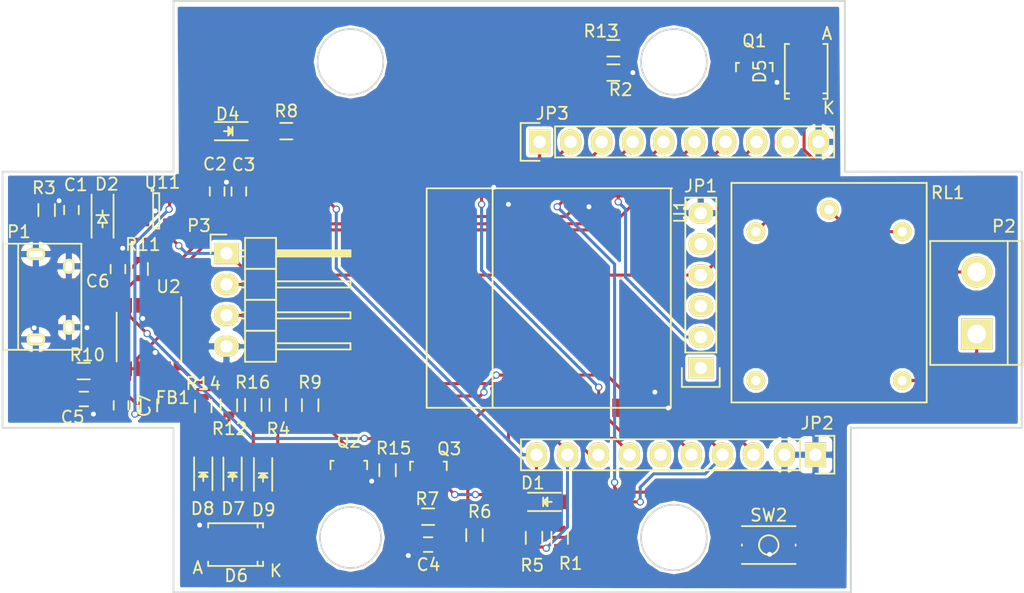
<source format=kicad_pcb>
(kicad_pcb (version 4) (host pcbnew 4.0.2-4+6225~38~ubuntu15.10.1-stable)

  (general
    (links 110)
    (no_connects 0)
    (area 106.999999 43.999999 207.6 101.800001)
    (thickness 1.6)
    (drawings 40)
    (tracks 417)
    (zones 0)
    (modules 46)
    (nets 52)
  )

  (page A4)
  (layers
    (0 F.Cu signal)
    (31 B.Cu signal)
    (32 B.Adhes user)
    (33 F.Adhes user)
    (34 B.Paste user)
    (35 F.Paste user)
    (36 B.SilkS user)
    (37 F.SilkS user)
    (38 B.Mask user)
    (39 F.Mask user)
    (40 Dwgs.User user hide)
    (41 Cmts.User user hide)
    (42 Eco1.User user hide)
    (43 Eco2.User user hide)
    (44 Edge.Cuts user)
    (45 Margin user hide)
    (46 B.CrtYd user hide)
    (47 F.CrtYd user hide)
    (48 B.Fab user hide)
    (49 F.Fab user hide)
  )

  (setup
    (last_trace_width 0.25)
    (trace_clearance 0.2)
    (zone_clearance 0.2)
    (zone_45_only no)
    (trace_min 0.1)
    (segment_width 0.2)
    (edge_width 0.15)
    (via_size 0.6)
    (via_drill 0.4)
    (via_min_size 0.4)
    (via_min_drill 0.3)
    (uvia_size 0.3)
    (uvia_drill 0.1)
    (uvias_allowed no)
    (uvia_min_size 0.2)
    (uvia_min_drill 0.1)
    (pcb_text_width 0.3)
    (pcb_text_size 1.5 1.5)
    (mod_edge_width 0.15)
    (mod_text_size 1 1)
    (mod_text_width 0.15)
    (pad_size 0.7 1.3)
    (pad_drill 0)
    (pad_to_mask_clearance 0.2)
    (aux_axis_origin 0 0)
    (grid_origin 164.04 76.48)
    (visible_elements FFFFFF7F)
    (pcbplotparams
      (layerselection 0x050fc_80000001)
      (usegerberextensions false)
      (excludeedgelayer true)
      (linewidth 0.100000)
      (plotframeref false)
      (viasonmask false)
      (mode 1)
      (useauxorigin false)
      (hpglpennumber 1)
      (hpglpenspeed 20)
      (hpglpendiameter 15)
      (hpglpenoverlay 2)
      (psnegative false)
      (psa4output false)
      (plotreference true)
      (plotvalue true)
      (plotinvisibletext false)
      (padsonsilk false)
      (subtractmaskfromsilk false)
      (outputformat 1)
      (mirror false)
      (drillshape 0)
      (scaleselection 1)
      (outputdirectory gerbers/))
  )

  (net 0 "")
  (net 1 "Net-(C1-Pad1)")
  (net 2 GND)
  (net 3 RESET)
  (net 4 RXD)
  (net 5 "Net-(JP1-Pad1)")
  (net 6 "Net-(JP1-Pad5)")
  (net 7 "Net-(U11-Pad4)")
  (net 8 +5V)
  (net 9 "Net-(P1-Pad4)")
  (net 10 RXD_5V)
  (net 11 "Net-(D4-Pad1)")
  (net 12 "Net-(C4-Pad1)")
  (net 13 "Net-(D5-Pad2)")
  (net 14 "Net-(D5-Pad1)")
  (net 15 "Net-(P2-Pad1)")
  (net 16 "Net-(P2-Pad2)")
  (net 17 "Net-(Q1-Pad1)")
  (net 18 "Net-(RL1-Pad12)")
  (net 19 IO16)
  (net 20 IO5)
  (net 21 IO4)
  (net 22 IO0)
  (net 23 IO2)
  (net 24 IO15)
  (net 25 IO13)
  (net 26 IO12)
  (net 27 +3V3)
  (net 28 TXD)
  (net 29 ADC)
  (net 30 CH_PD)
  (net 31 IO14)
  (net 32 +BATT)
  (net 33 DM)
  (net 34 DP)
  (net 35 "Net-(C7-Pad1)")
  (net 36 "Net-(D1-Pad1)")
  (net 37 "Net-(D7-Pad1)")
  (net 38 "Net-(D8-Pad1)")
  (net 39 "Net-(D9-Pad1)")
  (net 40 "Net-(Q2-Pad3)")
  (net 41 "Net-(Q3-Pad3)")
  (net 42 "Net-(P3-Pad3)")
  (net 43 "Net-(R10-Pad1)")
  (net 44 "Net-(R11-Pad1)")
  (net 45 "Net-(R12-Pad2)")
  (net 46 "Net-(R14-Pad2)")
  (net 47 "Net-(R15-Pad2)")
  (net 48 "Net-(R16-Pad2)")
  (net 49 "Net-(FB1-Pad2)")
  (net 50 "Net-(U2-Pad2)")
  (net 51 "Net-(U2-Pad6)")

  (net_class Default "This is the default net class."
    (clearance 0.2)
    (trace_width 0.25)
    (via_dia 0.6)
    (via_drill 0.4)
    (uvia_dia 0.3)
    (uvia_drill 0.1)
    (add_net +3V3)
    (add_net +5V)
    (add_net +BATT)
    (add_net ADC)
    (add_net CH_PD)
    (add_net DM)
    (add_net DP)
    (add_net GND)
    (add_net IO0)
    (add_net IO12)
    (add_net IO13)
    (add_net IO14)
    (add_net IO15)
    (add_net IO16)
    (add_net IO2)
    (add_net IO4)
    (add_net IO5)
    (add_net "Net-(C1-Pad1)")
    (add_net "Net-(C4-Pad1)")
    (add_net "Net-(C7-Pad1)")
    (add_net "Net-(D1-Pad1)")
    (add_net "Net-(D4-Pad1)")
    (add_net "Net-(D5-Pad1)")
    (add_net "Net-(D5-Pad2)")
    (add_net "Net-(D7-Pad1)")
    (add_net "Net-(D8-Pad1)")
    (add_net "Net-(D9-Pad1)")
    (add_net "Net-(FB1-Pad2)")
    (add_net "Net-(JP1-Pad1)")
    (add_net "Net-(JP1-Pad5)")
    (add_net "Net-(P1-Pad4)")
    (add_net "Net-(P2-Pad1)")
    (add_net "Net-(P2-Pad2)")
    (add_net "Net-(P3-Pad3)")
    (add_net "Net-(Q1-Pad1)")
    (add_net "Net-(Q2-Pad3)")
    (add_net "Net-(Q3-Pad3)")
    (add_net "Net-(R10-Pad1)")
    (add_net "Net-(R11-Pad1)")
    (add_net "Net-(R12-Pad2)")
    (add_net "Net-(R14-Pad2)")
    (add_net "Net-(R15-Pad2)")
    (add_net "Net-(R16-Pad2)")
    (add_net "Net-(RL1-Pad12)")
    (add_net "Net-(U11-Pad4)")
    (add_net "Net-(U2-Pad2)")
    (add_net "Net-(U2-Pad6)")
    (add_net RESET)
    (add_net RXD)
    (add_net RXD_5V)
    (add_net TXD)
  )

  (module Diodes_SMD:SMA_Standard (layer F.Cu) (tedit 552FF239) (tstamp 56FDA464)
    (at 173.44 50.38 90)
    (descr "Diode SMA")
    (tags "Diode SMA")
    (path /56E6FE8C)
    (attr smd)
    (fp_text reference D5 (at 0 -3.81 90) (layer F.SilkS)
      (effects (font (size 1 1) (thickness 0.15)))
    )
    (fp_text value SS14 (at 0 4.3 90) (layer F.Fab)
      (effects (font (size 1 1) (thickness 0.15)))
    )
    (fp_line (start -3.5 -2) (end 3.5 -2) (layer F.CrtYd) (width 0.05))
    (fp_line (start 3.5 -2) (end 3.5 2) (layer F.CrtYd) (width 0.05))
    (fp_line (start 3.5 2) (end -3.5 2) (layer F.CrtYd) (width 0.05))
    (fp_line (start -3.5 2) (end -3.5 -2) (layer F.CrtYd) (width 0.05))
    (fp_text user K (at -3 1.85 180) (layer F.SilkS)
      (effects (font (size 1 1) (thickness 0.15)))
    )
    (fp_text user A (at 3.1 1.7 180) (layer F.SilkS)
      (effects (font (size 1 1) (thickness 0.15)))
    )
    (fp_circle (center 0 0) (end 0.20066 -0.0508) (layer F.Adhes) (width 0.381))
    (fp_line (start -1.79914 1.75006) (end -1.79914 1.39954) (layer F.SilkS) (width 0.15))
    (fp_line (start -1.79914 -1.75006) (end -1.79914 -1.39954) (layer F.SilkS) (width 0.15))
    (fp_line (start 2.25044 1.75006) (end 2.25044 1.39954) (layer F.SilkS) (width 0.15))
    (fp_line (start -2.25044 1.75006) (end -2.25044 1.39954) (layer F.SilkS) (width 0.15))
    (fp_line (start -2.25044 -1.75006) (end -2.25044 -1.39954) (layer F.SilkS) (width 0.15))
    (fp_line (start 2.25044 -1.75006) (end 2.25044 -1.39954) (layer F.SilkS) (width 0.15))
    (fp_line (start -2.25044 1.75006) (end 2.25044 1.75006) (layer F.SilkS) (width 0.15))
    (fp_line (start -2.25044 -1.75006) (end 2.25044 -1.75006) (layer F.SilkS) (width 0.15))
    (pad 1 smd rect (at -1.99898 0 90) (size 2.49936 1.80086) (layers F.Cu F.Paste F.Mask)
      (net 14 "Net-(D5-Pad1)"))
    (pad 2 smd rect (at 1.99898 0 90) (size 2.49936 1.80086) (layers F.Cu F.Paste F.Mask)
      (net 13 "Net-(D5-Pad2)"))
    (model Diodes_SMD.3dshapes/SMA_Standard.wrl
      (at (xyz 0 0 0))
      (scale (xyz 0.3937 0.3937 0.3937))
      (rotate (xyz 0 0 180))
    )
  )

  (module LEDs:LED_0805 (layer F.Cu) (tedit 55BDE1C2) (tstamp 56FBE86F)
    (at 126.08902 55.28 180)
    (descr "LED 0805 smd package")
    (tags "LED 0805 SMD")
    (path /56D7CEF7)
    (attr smd)
    (fp_text reference D4 (at 0.04902 1.4 180) (layer F.SilkS)
      (effects (font (size 1 1) (thickness 0.15)))
    )
    (fp_text value LED (at 0 1.75 180) (layer F.Fab)
      (effects (font (size 1 1) (thickness 0.15)))
    )
    (fp_line (start -1.6 0.75) (end 1.1 0.75) (layer F.SilkS) (width 0.15))
    (fp_line (start -1.6 -0.75) (end 1.1 -0.75) (layer F.SilkS) (width 0.15))
    (fp_line (start -0.1 0.15) (end -0.1 -0.1) (layer F.SilkS) (width 0.15))
    (fp_line (start -0.1 -0.1) (end -0.25 0.05) (layer F.SilkS) (width 0.15))
    (fp_line (start -0.35 -0.35) (end -0.35 0.35) (layer F.SilkS) (width 0.15))
    (fp_line (start 0 0) (end 0.35 0) (layer F.SilkS) (width 0.15))
    (fp_line (start -0.35 0) (end 0 -0.35) (layer F.SilkS) (width 0.15))
    (fp_line (start 0 -0.35) (end 0 0.35) (layer F.SilkS) (width 0.15))
    (fp_line (start 0 0.35) (end -0.35 0) (layer F.SilkS) (width 0.15))
    (fp_line (start 1.9 -0.95) (end 1.9 0.95) (layer F.CrtYd) (width 0.05))
    (fp_line (start 1.9 0.95) (end -1.9 0.95) (layer F.CrtYd) (width 0.05))
    (fp_line (start -1.9 0.95) (end -1.9 -0.95) (layer F.CrtYd) (width 0.05))
    (fp_line (start -1.9 -0.95) (end 1.9 -0.95) (layer F.CrtYd) (width 0.05))
    (pad 2 smd rect (at 1.04902 0) (size 1.19888 1.19888) (layers F.Cu F.Paste F.Mask)
      (net 27 +3V3))
    (pad 1 smd rect (at -1.04902 0) (size 1.19888 1.19888) (layers F.Cu F.Paste F.Mask)
      (net 11 "Net-(D4-Pad1)"))
    (model LEDs.3dshapes/LED_0805.wrl
      (at (xyz 0 0 0))
      (scale (xyz 1 1 1))
      (rotate (xyz 0 0 0))
    )
  )

  (module garage-opener:ESP-WROOM-02 (layer F.Cu) (tedit 56F2B56F) (tstamp 56FBEA83)
    (at 148.546 78.766 90)
    (path /56F2A925)
    (fp_text reference U1 (at 16.9 14.6 90) (layer F.SilkS)
      (effects (font (size 1 1) (thickness 0.15)))
    )
    (fp_text value ESP-WROOM-02 (at 9.6 -3.4 90) (layer F.Fab)
      (effects (font (size 1 1) (thickness 0.15)))
    )
    (fp_line (start 0.8 -0.8) (end 18.8 -0.8) (layer F.SilkS) (width 0.15))
    (fp_line (start 0.8 13.8) (end 0.8 -6.2) (layer F.SilkS) (width 0.15))
    (fp_line (start 0.8 -6.2) (end 18.8 -6.2) (layer F.SilkS) (width 0.15))
    (fp_line (start 18.8 -6.1) (end 18.8 13.9) (layer F.SilkS) (width 0.15))
    (fp_line (start 18.8 13.8) (end 0.8 13.8) (layer F.SilkS) (width 0.15))
    (pad 16 smd rect (at 18.8 3.5 90) (size 1.5 1) (layers F.Cu F.Paste F.Mask)
      (net 29 ADC))
    (pad 17 smd rect (at 18.8 2 90) (size 1.5 1) (layers F.Cu F.Paste F.Mask)
      (net 19 IO16))
    (pad 18 smd rect (at 18.8 0.5 90) (size 1.5 1) (layers F.Cu F.Paste F.Mask)
      (net 2 GND))
    (pad 15 smd rect (at 18.8 5 90) (size 1.5 1) (layers F.Cu F.Paste F.Mask)
      (net 3 RESET))
    (pad 14 smd rect (at 18.8 6.5 90) (size 1.5 1) (layers F.Cu F.Paste F.Mask)
      (net 20 IO5))
    (pad 13 smd rect (at 18.8 8 90) (size 1.5 1) (layers F.Cu F.Paste F.Mask)
      (net 2 GND))
    (pad 10 smd rect (at 18.8 12.5 90) (size 1.5 1) (layers F.Cu F.Paste F.Mask)
      (net 21 IO4))
    (pad 11 smd rect (at 18.8 11 90) (size 1.5 1) (layers F.Cu F.Paste F.Mask)
      (net 4 RXD))
    (pad 12 smd rect (at 18.8 9.5 90) (size 1.5 1) (layers F.Cu F.Paste F.Mask)
      (net 28 TXD))
    (pad 7 smd rect (at 0.8 9.5 90) (size 1.5 1) (layers F.Cu F.Paste F.Mask)
      (net 23 IO2))
    (pad 8 smd rect (at 0.8 11 90) (size 1.5 1) (layers F.Cu F.Paste F.Mask)
      (net 22 IO0))
    (pad 9 smd rect (at 0.8 12.5 90) (size 1.5 1) (layers F.Cu F.Paste F.Mask)
      (net 2 GND))
    (pad 6 smd rect (at 0.8 8 90) (size 1.5 1) (layers F.Cu F.Paste F.Mask)
      (net 24 IO15))
    (pad 5 smd rect (at 0.8 6.5 90) (size 1.5 1) (layers F.Cu F.Paste F.Mask))
    (pad 4 smd rect (at 0.8 5 90) (size 1.5 1) (layers F.Cu F.Paste F.Mask)
      (net 26 IO12))
    (pad 1 smd rect (at 0.8 0.5 90) (size 1.5 1) (layers F.Cu F.Paste F.Mask)
      (net 27 +3V3))
    (pad 2 smd rect (at 0.8 2 90) (size 1.5 1) (layers F.Cu F.Paste F.Mask)
      (net 30 CH_PD))
    (pad 3 smd rect (at 0.8 3.5 90) (size 1.5 1) (layers F.Cu F.Paste F.Mask)
      (net 31 IO14))
  )

  (module Housings_SSOP:SSOP-16_3.9x4.9mm_Pitch0.635mm (layer F.Cu) (tedit 54130A77) (tstamp 56FBF270)
    (at 119.59 72.162 270)
    (descr "SSOP16: plastic shrink small outline package; 16 leads; body width 3.9 mm; lead pitch 0.635; (see NXP SSOP-TSSOP-VSO-REFLOW.pdf and sot519-1_po.pdf)")
    (tags "SSOP 0.635")
    (path /56F8B639)
    (attr smd)
    (fp_text reference U2 (at -4.132 -1.6 360) (layer F.SilkS)
      (effects (font (size 1 1) (thickness 0.15)))
    )
    (fp_text value FT230XS (at 0 3.5 270) (layer F.Fab)
      (effects (font (size 1 1) (thickness 0.15)))
    )
    (fp_line (start -3.45 -2.75) (end -3.45 2.75) (layer F.CrtYd) (width 0.05))
    (fp_line (start 3.45 -2.75) (end 3.45 2.75) (layer F.CrtYd) (width 0.05))
    (fp_line (start -3.45 -2.75) (end 3.45 -2.75) (layer F.CrtYd) (width 0.05))
    (fp_line (start -3.45 2.75) (end 3.45 2.75) (layer F.CrtYd) (width 0.05))
    (fp_line (start -2 2.6475) (end 2 2.6475) (layer F.SilkS) (width 0.15))
    (fp_line (start -3.275 -2.6475) (end 2 -2.6475) (layer F.SilkS) (width 0.15))
    (pad 1 smd rect (at -2.6 -2.2225 270) (size 1.2 0.4) (layers F.Cu F.Paste F.Mask)
      (net 4 RXD))
    (pad 2 smd rect (at -2.6 -1.5875 270) (size 1.2 0.4) (layers F.Cu F.Paste F.Mask)
      (net 50 "Net-(U2-Pad2)"))
    (pad 3 smd rect (at -2.6 -0.9525 270) (size 1.2 0.4) (layers F.Cu F.Paste F.Mask)
      (net 35 "Net-(C7-Pad1)"))
    (pad 4 smd rect (at -2.6 -0.3175 270) (size 1.2 0.4) (layers F.Cu F.Paste F.Mask)
      (net 28 TXD))
    (pad 5 smd rect (at -2.6 0.3175 270) (size 1.2 0.4) (layers F.Cu F.Paste F.Mask)
      (net 2 GND))
    (pad 6 smd rect (at -2.6 0.9525 270) (size 1.2 0.4) (layers F.Cu F.Paste F.Mask)
      (net 51 "Net-(U2-Pad6)"))
    (pad 7 smd rect (at -2.6 1.5875 270) (size 1.2 0.4) (layers F.Cu F.Paste F.Mask)
      (net 47 "Net-(R15-Pad2)"))
    (pad 8 smd rect (at -2.6 2.2225 270) (size 1.2 0.4) (layers F.Cu F.Paste F.Mask)
      (net 44 "Net-(R11-Pad1)"))
    (pad 9 smd rect (at 2.6 2.2225 270) (size 1.2 0.4) (layers F.Cu F.Paste F.Mask)
      (net 43 "Net-(R10-Pad1)"))
    (pad 10 smd rect (at 2.6 1.5875 270) (size 1.2 0.4) (layers F.Cu F.Paste F.Mask)
      (net 35 "Net-(C7-Pad1)"))
    (pad 11 smd rect (at 2.6 0.9525 270) (size 1.2 0.4) (layers F.Cu F.Paste F.Mask)
      (net 35 "Net-(C7-Pad1)"))
    (pad 12 smd rect (at 2.6 0.3175 270) (size 1.2 0.4) (layers F.Cu F.Paste F.Mask)
      (net 49 "Net-(FB1-Pad2)"))
    (pad 13 smd rect (at 2.6 -0.3175 270) (size 1.2 0.4) (layers F.Cu F.Paste F.Mask)
      (net 2 GND))
    (pad 14 smd rect (at 2.6 -0.9525 270) (size 1.2 0.4) (layers F.Cu F.Paste F.Mask)
      (net 46 "Net-(R14-Pad2)"))
    (pad 15 smd rect (at 2.6 -1.5875 270) (size 1.2 0.4) (layers F.Cu F.Paste F.Mask)
      (net 45 "Net-(R12-Pad2)"))
    (pad 16 smd rect (at 2.6 -2.2225 270) (size 1.2 0.4) (layers F.Cu F.Paste F.Mask)
      (net 48 "Net-(R16-Pad2)"))
    (model Housings_SSOP.3dshapes/SSOP-16_3.9x4.9mm_Pitch0.635mm.wrl
      (at (xyz 0 0 0))
      (scale (xyz 1 1 1))
      (rotate (xyz 0 0 0))
    )
  )

  (module Pin_Headers:Pin_Header_Straight_1x10 (layer F.Cu) (tedit 0) (tstamp 56FBE8FC)
    (at 174.2 81.814 270)
    (descr "Through hole pin header")
    (tags "pin header")
    (path /56F52D86)
    (fp_text reference JP2 (at -2.584 -0.14 360) (layer F.SilkS)
      (effects (font (size 1 1) (thickness 0.15)))
    )
    (fp_text value CONN_01X10 (at 0 -3.1 270) (layer F.Fab)
      (effects (font (size 1 1) (thickness 0.15)))
    )
    (fp_line (start -1.75 -1.75) (end -1.75 24.65) (layer F.CrtYd) (width 0.05))
    (fp_line (start 1.75 -1.75) (end 1.75 24.65) (layer F.CrtYd) (width 0.05))
    (fp_line (start -1.75 -1.75) (end 1.75 -1.75) (layer F.CrtYd) (width 0.05))
    (fp_line (start -1.75 24.65) (end 1.75 24.65) (layer F.CrtYd) (width 0.05))
    (fp_line (start 1.27 1.27) (end 1.27 24.13) (layer F.SilkS) (width 0.15))
    (fp_line (start 1.27 24.13) (end -1.27 24.13) (layer F.SilkS) (width 0.15))
    (fp_line (start -1.27 24.13) (end -1.27 1.27) (layer F.SilkS) (width 0.15))
    (fp_line (start 1.55 -1.55) (end 1.55 0) (layer F.SilkS) (width 0.15))
    (fp_line (start 1.27 1.27) (end -1.27 1.27) (layer F.SilkS) (width 0.15))
    (fp_line (start -1.55 0) (end -1.55 -1.55) (layer F.SilkS) (width 0.15))
    (fp_line (start -1.55 -1.55) (end 1.55 -1.55) (layer F.SilkS) (width 0.15))
    (pad 1 thru_hole rect (at 0 0 270) (size 2.032 1.7272) (drill 1.016) (layers *.Cu *.Mask F.SilkS)
      (net 2 GND))
    (pad 2 thru_hole oval (at 0 2.54 270) (size 2.032 1.7272) (drill 1.016) (layers *.Cu *.Mask F.SilkS)
      (net 2 GND))
    (pad 3 thru_hole oval (at 0 5.08 270) (size 2.032 1.7272) (drill 1.016) (layers *.Cu *.Mask F.SilkS)
      (net 22 IO0))
    (pad 4 thru_hole oval (at 0 7.62 270) (size 2.032 1.7272) (drill 1.016) (layers *.Cu *.Mask F.SilkS)
      (net 23 IO2))
    (pad 5 thru_hole oval (at 0 10.16 270) (size 2.032 1.7272) (drill 1.016) (layers *.Cu *.Mask F.SilkS)
      (net 24 IO15))
    (pad 6 thru_hole oval (at 0 12.7 270) (size 2.032 1.7272) (drill 1.016) (layers *.Cu *.Mask F.SilkS)
      (net 25 IO13))
    (pad 7 thru_hole oval (at 0 15.24 270) (size 2.032 1.7272) (drill 1.016) (layers *.Cu *.Mask F.SilkS)
      (net 26 IO12))
    (pad 8 thru_hole oval (at 0 17.78 270) (size 2.032 1.7272) (drill 1.016) (layers *.Cu *.Mask F.SilkS)
      (net 31 IO14))
    (pad 9 thru_hole oval (at 0 20.32 270) (size 2.032 1.7272) (drill 1.016) (layers *.Cu *.Mask F.SilkS)
      (net 30 CH_PD))
    (pad 10 thru_hole oval (at 0 22.86 270) (size 2.032 1.7272) (drill 1.016) (layers *.Cu *.Mask F.SilkS)
      (net 27 +3V3))
    (model Pin_Headers.3dshapes/Pin_Header_Straight_1x10.wrl
      (at (xyz 0 -0.45 0))
      (scale (xyz 1 1 1))
      (rotate (xyz 0 0 90))
    )
  )

  (module LEDs:LED_0805 (layer F.Cu) (tedit 55BDE1C2) (tstamp 56FBE8BB)
    (at 124.04 83.62502 270)
    (descr "LED 0805 smd package")
    (tags "LED 0805 SMD")
    (path /56F96F25)
    (attr smd)
    (fp_text reference D8 (at 2.60498 0.05 360) (layer F.SilkS)
      (effects (font (size 1 1) (thickness 0.15)))
    )
    (fp_text value LED (at 0 1.75 270) (layer F.Fab)
      (effects (font (size 1 1) (thickness 0.15)))
    )
    (fp_line (start -1.6 0.75) (end 1.1 0.75) (layer F.SilkS) (width 0.15))
    (fp_line (start -1.6 -0.75) (end 1.1 -0.75) (layer F.SilkS) (width 0.15))
    (fp_line (start -0.1 0.15) (end -0.1 -0.1) (layer F.SilkS) (width 0.15))
    (fp_line (start -0.1 -0.1) (end -0.25 0.05) (layer F.SilkS) (width 0.15))
    (fp_line (start -0.35 -0.35) (end -0.35 0.35) (layer F.SilkS) (width 0.15))
    (fp_line (start 0 0) (end 0.35 0) (layer F.SilkS) (width 0.15))
    (fp_line (start -0.35 0) (end 0 -0.35) (layer F.SilkS) (width 0.15))
    (fp_line (start 0 -0.35) (end 0 0.35) (layer F.SilkS) (width 0.15))
    (fp_line (start 0 0.35) (end -0.35 0) (layer F.SilkS) (width 0.15))
    (fp_line (start 1.9 -0.95) (end 1.9 0.95) (layer F.CrtYd) (width 0.05))
    (fp_line (start 1.9 0.95) (end -1.9 0.95) (layer F.CrtYd) (width 0.05))
    (fp_line (start -1.9 0.95) (end -1.9 -0.95) (layer F.CrtYd) (width 0.05))
    (fp_line (start -1.9 -0.95) (end 1.9 -0.95) (layer F.CrtYd) (width 0.05))
    (pad 2 smd rect (at 1.04902 0 90) (size 1.19888 1.19888) (layers F.Cu F.Paste F.Mask)
      (net 35 "Net-(C7-Pad1)"))
    (pad 1 smd rect (at -1.04902 0 90) (size 1.19888 1.19888) (layers F.Cu F.Paste F.Mask)
      (net 38 "Net-(D8-Pad1)"))
    (model LEDs.3dshapes/LED_0805.wrl
      (at (xyz 0 0 0))
      (scale (xyz 1 1 1))
      (rotate (xyz 0 0 0))
    )
  )

  (module TO_SOT_Packages_SMD:SOT-23-5 (layer F.Cu) (tedit 55360473) (tstamp 56FBEA95)
    (at 120.182 61.814)
    (descr "5-pin SOT23 package")
    (tags SOT-23-5)
    (path /56C65BE9)
    (attr smd)
    (fp_text reference U11 (at 0.508 -2.334) (layer F.SilkS)
      (effects (font (size 1 1) (thickness 0.15)))
    )
    (fp_text value SPX3819 (at -0.05 2.35) (layer F.Fab)
      (effects (font (size 1 1) (thickness 0.15)))
    )
    (fp_line (start -1.8 -1.6) (end 1.8 -1.6) (layer F.CrtYd) (width 0.05))
    (fp_line (start 1.8 -1.6) (end 1.8 1.6) (layer F.CrtYd) (width 0.05))
    (fp_line (start 1.8 1.6) (end -1.8 1.6) (layer F.CrtYd) (width 0.05))
    (fp_line (start -1.8 1.6) (end -1.8 -1.6) (layer F.CrtYd) (width 0.05))
    (fp_circle (center -0.3 -1.7) (end -0.2 -1.7) (layer F.SilkS) (width 0.15))
    (fp_line (start 0.25 -1.45) (end -0.25 -1.45) (layer F.SilkS) (width 0.15))
    (fp_line (start 0.25 1.45) (end 0.25 -1.45) (layer F.SilkS) (width 0.15))
    (fp_line (start -0.25 1.45) (end 0.25 1.45) (layer F.SilkS) (width 0.15))
    (fp_line (start -0.25 -1.45) (end -0.25 1.45) (layer F.SilkS) (width 0.15))
    (pad 1 smd rect (at -1.1 -0.95) (size 1.06 0.65) (layers F.Cu F.Paste F.Mask)
      (net 1 "Net-(C1-Pad1)"))
    (pad 2 smd rect (at -1.1 0) (size 1.06 0.65) (layers F.Cu F.Paste F.Mask)
      (net 2 GND))
    (pad 3 smd rect (at -1.1 0.95) (size 1.06 0.65) (layers F.Cu F.Paste F.Mask)
      (net 2 GND))
    (pad 4 smd rect (at 1.1 0.95) (size 1.06 0.65) (layers F.Cu F.Paste F.Mask)
      (net 7 "Net-(U11-Pad4)"))
    (pad 5 smd rect (at 1.1 -0.95) (size 1.06 0.65) (layers F.Cu F.Paste F.Mask)
      (net 27 +3V3))
    (model TO_SOT_Packages_SMD.3dshapes/SOT-23-5.wrl
      (at (xyz 0 0 0))
      (scale (xyz 1 1 1))
      (rotate (xyz 0 0 0))
    )
  )

  (module Resistors_SMD:R_0603 (layer F.Cu) (tedit 5415CC62) (tstamp 56FBEA0E)
    (at 118.828 66.586 90)
    (descr "Resistor SMD 0603, reflow soldering, Vishay (see dcrcw.pdf)")
    (tags "resistor 0603")
    (path /56F950FF)
    (attr smd)
    (fp_text reference R11 (at 2.006 0.262 180) (layer F.SilkS)
      (effects (font (size 1 1) (thickness 0.15)))
    )
    (fp_text value 27K (at 0 1.9 90) (layer F.Fab)
      (effects (font (size 1 1) (thickness 0.15)))
    )
    (fp_line (start -1.3 -0.8) (end 1.3 -0.8) (layer F.CrtYd) (width 0.05))
    (fp_line (start -1.3 0.8) (end 1.3 0.8) (layer F.CrtYd) (width 0.05))
    (fp_line (start -1.3 -0.8) (end -1.3 0.8) (layer F.CrtYd) (width 0.05))
    (fp_line (start 1.3 -0.8) (end 1.3 0.8) (layer F.CrtYd) (width 0.05))
    (fp_line (start 0.5 0.675) (end -0.5 0.675) (layer F.SilkS) (width 0.15))
    (fp_line (start -0.5 -0.675) (end 0.5 -0.675) (layer F.SilkS) (width 0.15))
    (pad 1 smd rect (at -0.75 0 90) (size 0.5 0.9) (layers F.Cu F.Paste F.Mask)
      (net 44 "Net-(R11-Pad1)"))
    (pad 2 smd rect (at 0.75 0 90) (size 0.5 0.9) (layers F.Cu F.Paste F.Mask)
      (net 34 DP))
    (model Resistors_SMD.3dshapes/R_0603.wrl
      (at (xyz 0 0 0))
      (scale (xyz 1 1 1))
      (rotate (xyz 0 0 0))
    )
  )

  (module Capacitors_SMD:C_0603 (layer F.Cu) (tedit 56FBFE20) (tstamp 56FBE80D)
    (at 125.178 60.224 270)
    (descr "Capacitor SMD 0603, reflow soldering, AVX (see smccp.pdf)")
    (tags "capacitor 0603")
    (path /56E8D11B)
    (attr smd)
    (fp_text reference C2 (at -2.244 0.188 360) (layer F.SilkS)
      (effects (font (size 1 1) (thickness 0.15)))
    )
    (fp_text value 1uf (at 0 1.9 270) (layer F.Fab)
      (effects (font (size 1 1) (thickness 0.15)))
    )
    (fp_line (start -1.45 -0.75) (end 1.45 -0.75) (layer F.CrtYd) (width 0.05))
    (fp_line (start -1.45 0.75) (end 1.45 0.75) (layer F.CrtYd) (width 0.05))
    (fp_line (start -1.45 -0.75) (end -1.45 0.75) (layer F.CrtYd) (width 0.05))
    (fp_line (start 1.45 -0.75) (end 1.45 0.75) (layer F.CrtYd) (width 0.05))
    (fp_line (start -0.35 -0.6) (end 0.35 -0.6) (layer F.SilkS) (width 0.15))
    (fp_line (start 0.35 0.6) (end -0.35 0.6) (layer F.SilkS) (width 0.15))
    (pad 1 smd rect (at -0.75 0 270) (size 0.8 0.75) (layers F.Cu F.Paste F.Mask)
      (net 2 GND))
    (pad 2 smd rect (at 0.75 0 270) (size 0.8 0.75) (layers F.Cu F.Paste F.Mask)
      (net 27 +3V3))
    (model Capacitors_SMD.3dshapes/C_0603.wrl
      (at (xyz 0 0 0))
      (scale (xyz 1 1 1))
      (rotate (xyz 0 0 0))
    )
  )

  (module Capacitors_SMD:C_0603 (layer F.Cu) (tedit 56FBFE1D) (tstamp 56FBE819)
    (at 126.956 60.224 270)
    (descr "Capacitor SMD 0603, reflow soldering, AVX (see smccp.pdf)")
    (tags "capacitor 0603")
    (path /56E8E0A8)
    (attr smd)
    (fp_text reference C3 (at -2.194 -0.384 360) (layer F.SilkS)
      (effects (font (size 1 1) (thickness 0.15)))
    )
    (fp_text value 0.1uf (at 0 1.9 270) (layer F.Fab)
      (effects (font (size 1 1) (thickness 0.15)))
    )
    (fp_line (start -1.45 -0.75) (end 1.45 -0.75) (layer F.CrtYd) (width 0.05))
    (fp_line (start -1.45 0.75) (end 1.45 0.75) (layer F.CrtYd) (width 0.05))
    (fp_line (start -1.45 -0.75) (end -1.45 0.75) (layer F.CrtYd) (width 0.05))
    (fp_line (start 1.45 -0.75) (end 1.45 0.75) (layer F.CrtYd) (width 0.05))
    (fp_line (start -0.35 -0.6) (end 0.35 -0.6) (layer F.SilkS) (width 0.15))
    (fp_line (start 0.35 0.6) (end -0.35 0.6) (layer F.SilkS) (width 0.15))
    (pad 1 smd rect (at -0.75 0 270) (size 0.8 0.75) (layers F.Cu F.Paste F.Mask)
      (net 2 GND))
    (pad 2 smd rect (at 0.75 0 270) (size 0.8 0.75) (layers F.Cu F.Paste F.Mask)
      (net 27 +3V3))
    (model Capacitors_SMD.3dshapes/C_0603.wrl
      (at (xyz 0 0 0))
      (scale (xyz 1 1 1))
      (rotate (xyz 0 0 0))
    )
  )

  (module Capacitors_SMD:C_0603 (layer F.Cu) (tedit 5415D631) (tstamp 56FBE825)
    (at 142.462 89.18 180)
    (descr "Capacitor SMD 0603, reflow soldering, AVX (see smccp.pdf)")
    (tags "capacitor 0603")
    (path /56FAC2FA)
    (attr smd)
    (fp_text reference C4 (at -0.028 -1.65 180) (layer F.SilkS)
      (effects (font (size 1 1) (thickness 0.15)))
    )
    (fp_text value 4.7uf (at 0 1.9 180) (layer F.Fab)
      (effects (font (size 1 1) (thickness 0.15)))
    )
    (fp_line (start -1.45 -0.75) (end 1.45 -0.75) (layer F.CrtYd) (width 0.05))
    (fp_line (start -1.45 0.75) (end 1.45 0.75) (layer F.CrtYd) (width 0.05))
    (fp_line (start -1.45 -0.75) (end -1.45 0.75) (layer F.CrtYd) (width 0.05))
    (fp_line (start 1.45 -0.75) (end 1.45 0.75) (layer F.CrtYd) (width 0.05))
    (fp_line (start -0.35 -0.6) (end 0.35 -0.6) (layer F.SilkS) (width 0.15))
    (fp_line (start 0.35 0.6) (end -0.35 0.6) (layer F.SilkS) (width 0.15))
    (pad 1 smd rect (at -0.75 0 180) (size 0.8 0.75) (layers F.Cu F.Paste F.Mask)
      (net 12 "Net-(C4-Pad1)"))
    (pad 2 smd rect (at 0.75 0 180) (size 0.8 0.75) (layers F.Cu F.Paste F.Mask)
      (net 2 GND))
    (model Capacitors_SMD.3dshapes/C_0603.wrl
      (at (xyz 0 0 0))
      (scale (xyz 1 1 1))
      (rotate (xyz 0 0 0))
    )
  )

  (module Capacitors_SMD:C_0603 (layer F.Cu) (tedit 5415D631) (tstamp 56FBE831)
    (at 114.256 77.242)
    (descr "Capacitor SMD 0603, reflow soldering, AVX (see smccp.pdf)")
    (tags "capacitor 0603")
    (path /56F9B678)
    (attr smd)
    (fp_text reference C5 (at -0.916 1.488) (layer F.SilkS)
      (effects (font (size 1 1) (thickness 0.15)))
    )
    (fp_text value 47pF (at 0 1.9) (layer F.Fab)
      (effects (font (size 1 1) (thickness 0.15)))
    )
    (fp_line (start -1.45 -0.75) (end 1.45 -0.75) (layer F.CrtYd) (width 0.05))
    (fp_line (start -1.45 0.75) (end 1.45 0.75) (layer F.CrtYd) (width 0.05))
    (fp_line (start -1.45 -0.75) (end -1.45 0.75) (layer F.CrtYd) (width 0.05))
    (fp_line (start 1.45 -0.75) (end 1.45 0.75) (layer F.CrtYd) (width 0.05))
    (fp_line (start -0.35 -0.6) (end 0.35 -0.6) (layer F.SilkS) (width 0.15))
    (fp_line (start 0.35 0.6) (end -0.35 0.6) (layer F.SilkS) (width 0.15))
    (pad 1 smd rect (at -0.75 0) (size 0.8 0.75) (layers F.Cu F.Paste F.Mask)
      (net 33 DM))
    (pad 2 smd rect (at 0.75 0) (size 0.8 0.75) (layers F.Cu F.Paste F.Mask)
      (net 2 GND))
    (model Capacitors_SMD.3dshapes/C_0603.wrl
      (at (xyz 0 0 0))
      (scale (xyz 1 1 1))
      (rotate (xyz 0 0 0))
    )
  )

  (module Capacitors_SMD:C_0603 (layer F.Cu) (tedit 5415D631) (tstamp 56FBE83D)
    (at 117.05 66.586 90)
    (descr "Capacitor SMD 0603, reflow soldering, AVX (see smccp.pdf)")
    (tags "capacitor 0603")
    (path /56F9B092)
    (attr smd)
    (fp_text reference C6 (at -0.994 -1.66 180) (layer F.SilkS)
      (effects (font (size 1 1) (thickness 0.15)))
    )
    (fp_text value 47pF (at 0 1.9 90) (layer F.Fab)
      (effects (font (size 1 1) (thickness 0.15)))
    )
    (fp_line (start -1.45 -0.75) (end 1.45 -0.75) (layer F.CrtYd) (width 0.05))
    (fp_line (start -1.45 0.75) (end 1.45 0.75) (layer F.CrtYd) (width 0.05))
    (fp_line (start -1.45 -0.75) (end -1.45 0.75) (layer F.CrtYd) (width 0.05))
    (fp_line (start 1.45 -0.75) (end 1.45 0.75) (layer F.CrtYd) (width 0.05))
    (fp_line (start -0.35 -0.6) (end 0.35 -0.6) (layer F.SilkS) (width 0.15))
    (fp_line (start 0.35 0.6) (end -0.35 0.6) (layer F.SilkS) (width 0.15))
    (pad 1 smd rect (at -0.75 0 90) (size 0.8 0.75) (layers F.Cu F.Paste F.Mask)
      (net 34 DP))
    (pad 2 smd rect (at 0.75 0 90) (size 0.8 0.75) (layers F.Cu F.Paste F.Mask)
      (net 2 GND))
    (model Capacitors_SMD.3dshapes/C_0603.wrl
      (at (xyz 0 0 0))
      (scale (xyz 1 1 1))
      (rotate (xyz 0 0 0))
    )
  )

  (module LEDs:LED_0805 (layer F.Cu) (tedit 55BDE1C2) (tstamp 56FBE85C)
    (at 152.24 85.68)
    (descr "LED 0805 smd package")
    (tags "LED 0805 SMD")
    (path /56FBC29A)
    (attr smd)
    (fp_text reference D1 (at -1.2 -1.55) (layer F.SilkS)
      (effects (font (size 1 1) (thickness 0.15)))
    )
    (fp_text value LED (at 0 1.75) (layer F.Fab)
      (effects (font (size 1 1) (thickness 0.15)))
    )
    (fp_line (start -1.6 0.75) (end 1.1 0.75) (layer F.SilkS) (width 0.15))
    (fp_line (start -1.6 -0.75) (end 1.1 -0.75) (layer F.SilkS) (width 0.15))
    (fp_line (start -0.1 0.15) (end -0.1 -0.1) (layer F.SilkS) (width 0.15))
    (fp_line (start -0.1 -0.1) (end -0.25 0.05) (layer F.SilkS) (width 0.15))
    (fp_line (start -0.35 -0.35) (end -0.35 0.35) (layer F.SilkS) (width 0.15))
    (fp_line (start 0 0) (end 0.35 0) (layer F.SilkS) (width 0.15))
    (fp_line (start -0.35 0) (end 0 -0.35) (layer F.SilkS) (width 0.15))
    (fp_line (start 0 -0.35) (end 0 0.35) (layer F.SilkS) (width 0.15))
    (fp_line (start 0 0.35) (end -0.35 0) (layer F.SilkS) (width 0.15))
    (fp_line (start 1.9 -0.95) (end 1.9 0.95) (layer F.CrtYd) (width 0.05))
    (fp_line (start 1.9 0.95) (end -1.9 0.95) (layer F.CrtYd) (width 0.05))
    (fp_line (start -1.9 0.95) (end -1.9 -0.95) (layer F.CrtYd) (width 0.05))
    (fp_line (start -1.9 -0.95) (end 1.9 -0.95) (layer F.CrtYd) (width 0.05))
    (pad 2 smd rect (at 1.04902 0 180) (size 1.19888 1.19888) (layers F.Cu F.Paste F.Mask)
      (net 27 +3V3))
    (pad 1 smd rect (at -1.04902 0 180) (size 1.19888 1.19888) (layers F.Cu F.Paste F.Mask)
      (net 36 "Net-(D1-Pad1)"))
    (model LEDs.3dshapes/LED_0805.wrl
      (at (xyz 0 0 0))
      (scale (xyz 1 1 1))
      (rotate (xyz 0 0 0))
    )
  )

  (module LEDs:LED_0805 (layer F.Cu) (tedit 55BDE1C2) (tstamp 56FBE8A8)
    (at 126.44 83.62902 270)
    (descr "LED 0805 smd package")
    (tags "LED 0805 SMD")
    (path /56F96554)
    (attr smd)
    (fp_text reference D7 (at 2.60098 -0.05 360) (layer F.SilkS)
      (effects (font (size 1 1) (thickness 0.15)))
    )
    (fp_text value LED (at 0 1.75 270) (layer F.Fab)
      (effects (font (size 1 1) (thickness 0.15)))
    )
    (fp_line (start -1.6 0.75) (end 1.1 0.75) (layer F.SilkS) (width 0.15))
    (fp_line (start -1.6 -0.75) (end 1.1 -0.75) (layer F.SilkS) (width 0.15))
    (fp_line (start -0.1 0.15) (end -0.1 -0.1) (layer F.SilkS) (width 0.15))
    (fp_line (start -0.1 -0.1) (end -0.25 0.05) (layer F.SilkS) (width 0.15))
    (fp_line (start -0.35 -0.35) (end -0.35 0.35) (layer F.SilkS) (width 0.15))
    (fp_line (start 0 0) (end 0.35 0) (layer F.SilkS) (width 0.15))
    (fp_line (start -0.35 0) (end 0 -0.35) (layer F.SilkS) (width 0.15))
    (fp_line (start 0 -0.35) (end 0 0.35) (layer F.SilkS) (width 0.15))
    (fp_line (start 0 0.35) (end -0.35 0) (layer F.SilkS) (width 0.15))
    (fp_line (start 1.9 -0.95) (end 1.9 0.95) (layer F.CrtYd) (width 0.05))
    (fp_line (start 1.9 0.95) (end -1.9 0.95) (layer F.CrtYd) (width 0.05))
    (fp_line (start -1.9 0.95) (end -1.9 -0.95) (layer F.CrtYd) (width 0.05))
    (fp_line (start -1.9 -0.95) (end 1.9 -0.95) (layer F.CrtYd) (width 0.05))
    (pad 2 smd rect (at 1.04902 0 90) (size 1.19888 1.19888) (layers F.Cu F.Paste F.Mask)
      (net 35 "Net-(C7-Pad1)"))
    (pad 1 smd rect (at -1.04902 0 90) (size 1.19888 1.19888) (layers F.Cu F.Paste F.Mask)
      (net 37 "Net-(D7-Pad1)"))
    (model LEDs.3dshapes/LED_0805.wrl
      (at (xyz 0 0 0))
      (scale (xyz 1 1 1))
      (rotate (xyz 0 0 0))
    )
  )

  (module LEDs:LED_0805 (layer F.Cu) (tedit 55BDE1C2) (tstamp 56FBE8CE)
    (at 128.94 83.68 270)
    (descr "LED 0805 smd package")
    (tags "LED 0805 SMD")
    (path /56F9703F)
    (attr smd)
    (fp_text reference D9 (at 2.65 -0.05 360) (layer F.SilkS)
      (effects (font (size 1 1) (thickness 0.15)))
    )
    (fp_text value LED (at 0 1.75 270) (layer F.Fab)
      (effects (font (size 1 1) (thickness 0.15)))
    )
    (fp_line (start -1.6 0.75) (end 1.1 0.75) (layer F.SilkS) (width 0.15))
    (fp_line (start -1.6 -0.75) (end 1.1 -0.75) (layer F.SilkS) (width 0.15))
    (fp_line (start -0.1 0.15) (end -0.1 -0.1) (layer F.SilkS) (width 0.15))
    (fp_line (start -0.1 -0.1) (end -0.25 0.05) (layer F.SilkS) (width 0.15))
    (fp_line (start -0.35 -0.35) (end -0.35 0.35) (layer F.SilkS) (width 0.15))
    (fp_line (start 0 0) (end 0.35 0) (layer F.SilkS) (width 0.15))
    (fp_line (start -0.35 0) (end 0 -0.35) (layer F.SilkS) (width 0.15))
    (fp_line (start 0 -0.35) (end 0 0.35) (layer F.SilkS) (width 0.15))
    (fp_line (start 0 0.35) (end -0.35 0) (layer F.SilkS) (width 0.15))
    (fp_line (start 1.9 -0.95) (end 1.9 0.95) (layer F.CrtYd) (width 0.05))
    (fp_line (start 1.9 0.95) (end -1.9 0.95) (layer F.CrtYd) (width 0.05))
    (fp_line (start -1.9 0.95) (end -1.9 -0.95) (layer F.CrtYd) (width 0.05))
    (fp_line (start -1.9 -0.95) (end 1.9 -0.95) (layer F.CrtYd) (width 0.05))
    (pad 2 smd rect (at 1.04902 0 90) (size 1.19888 1.19888) (layers F.Cu F.Paste F.Mask)
      (net 35 "Net-(C7-Pad1)"))
    (pad 1 smd rect (at -1.04902 0 90) (size 1.19888 1.19888) (layers F.Cu F.Paste F.Mask)
      (net 39 "Net-(D9-Pad1)"))
    (model LEDs.3dshapes/LED_0805.wrl
      (at (xyz 0 0 0))
      (scale (xyz 1 1 1))
      (rotate (xyz 0 0 0))
    )
  )

  (module Pin_Headers:Pin_Header_Straight_1x06 (layer F.Cu) (tedit 0) (tstamp 56FBE8E3)
    (at 164.802 74.702 180)
    (descr "Through hole pin header")
    (tags "pin header")
    (path /56C62737)
    (fp_text reference JP1 (at 0.012 14.922 180) (layer F.SilkS)
      (effects (font (size 1 1) (thickness 0.15)))
    )
    (fp_text value CONN_01X06 (at 0 -3.1 180) (layer F.Fab)
      (effects (font (size 1 1) (thickness 0.15)))
    )
    (fp_line (start -1.75 -1.75) (end -1.75 14.45) (layer F.CrtYd) (width 0.05))
    (fp_line (start 1.75 -1.75) (end 1.75 14.45) (layer F.CrtYd) (width 0.05))
    (fp_line (start -1.75 -1.75) (end 1.75 -1.75) (layer F.CrtYd) (width 0.05))
    (fp_line (start -1.75 14.45) (end 1.75 14.45) (layer F.CrtYd) (width 0.05))
    (fp_line (start 1.27 1.27) (end 1.27 13.97) (layer F.SilkS) (width 0.15))
    (fp_line (start 1.27 13.97) (end -1.27 13.97) (layer F.SilkS) (width 0.15))
    (fp_line (start -1.27 13.97) (end -1.27 1.27) (layer F.SilkS) (width 0.15))
    (fp_line (start 1.55 -1.55) (end 1.55 0) (layer F.SilkS) (width 0.15))
    (fp_line (start 1.27 1.27) (end -1.27 1.27) (layer F.SilkS) (width 0.15))
    (fp_line (start -1.55 0) (end -1.55 -1.55) (layer F.SilkS) (width 0.15))
    (fp_line (start -1.55 -1.55) (end 1.55 -1.55) (layer F.SilkS) (width 0.15))
    (pad 1 thru_hole rect (at 0 0 180) (size 2.032 1.7272) (drill 1.016) (layers *.Cu *.Mask F.SilkS)
      (net 5 "Net-(JP1-Pad1)"))
    (pad 2 thru_hole oval (at 0 2.54 180) (size 2.032 1.7272) (drill 1.016) (layers *.Cu *.Mask F.SilkS)
      (net 28 TXD))
    (pad 3 thru_hole oval (at 0 5.08 180) (size 2.032 1.7272) (drill 1.016) (layers *.Cu *.Mask F.SilkS)
      (net 10 RXD_5V))
    (pad 4 thru_hole oval (at 0 7.62 180) (size 2.032 1.7272) (drill 1.016) (layers *.Cu *.Mask F.SilkS)
      (net 8 +5V))
    (pad 5 thru_hole oval (at 0 10.16 180) (size 2.032 1.7272) (drill 1.016) (layers *.Cu *.Mask F.SilkS)
      (net 6 "Net-(JP1-Pad5)"))
    (pad 6 thru_hole oval (at 0 12.7 180) (size 2.032 1.7272) (drill 1.016) (layers *.Cu *.Mask F.SilkS)
      (net 2 GND))
    (model Pin_Headers.3dshapes/Pin_Header_Straight_1x06.wrl
      (at (xyz 0 -0.25 0))
      (scale (xyz 1 1 1))
      (rotate (xyz 0 0 90))
    )
  )

  (module Pin_Headers:Pin_Header_Straight_1x10 (layer F.Cu) (tedit 0) (tstamp 56FBE915)
    (at 151.594 56.16 90)
    (descr "Through hole pin header")
    (tags "pin header")
    (path /56F52D80)
    (fp_text reference JP3 (at 2.33 1.046 180) (layer F.SilkS)
      (effects (font (size 1 1) (thickness 0.15)))
    )
    (fp_text value CONN_01X10 (at 0 -3.1 90) (layer F.Fab)
      (effects (font (size 1 1) (thickness 0.15)))
    )
    (fp_line (start -1.75 -1.75) (end -1.75 24.65) (layer F.CrtYd) (width 0.05))
    (fp_line (start 1.75 -1.75) (end 1.75 24.65) (layer F.CrtYd) (width 0.05))
    (fp_line (start -1.75 -1.75) (end 1.75 -1.75) (layer F.CrtYd) (width 0.05))
    (fp_line (start -1.75 24.65) (end 1.75 24.65) (layer F.CrtYd) (width 0.05))
    (fp_line (start 1.27 1.27) (end 1.27 24.13) (layer F.SilkS) (width 0.15))
    (fp_line (start 1.27 24.13) (end -1.27 24.13) (layer F.SilkS) (width 0.15))
    (fp_line (start -1.27 24.13) (end -1.27 1.27) (layer F.SilkS) (width 0.15))
    (fp_line (start 1.55 -1.55) (end 1.55 0) (layer F.SilkS) (width 0.15))
    (fp_line (start 1.27 1.27) (end -1.27 1.27) (layer F.SilkS) (width 0.15))
    (fp_line (start -1.55 0) (end -1.55 -1.55) (layer F.SilkS) (width 0.15))
    (fp_line (start -1.55 -1.55) (end 1.55 -1.55) (layer F.SilkS) (width 0.15))
    (pad 1 thru_hole rect (at 0 0 90) (size 2.032 1.7272) (drill 1.016) (layers *.Cu *.Mask F.SilkS)
      (net 19 IO16))
    (pad 2 thru_hole oval (at 0 2.54 90) (size 2.032 1.7272) (drill 1.016) (layers *.Cu *.Mask F.SilkS)
      (net 29 ADC))
    (pad 3 thru_hole oval (at 0 5.08 90) (size 2.032 1.7272) (drill 1.016) (layers *.Cu *.Mask F.SilkS)
      (net 3 RESET))
    (pad 4 thru_hole oval (at 0 7.62 90) (size 2.032 1.7272) (drill 1.016) (layers *.Cu *.Mask F.SilkS)
      (net 20 IO5))
    (pad 5 thru_hole oval (at 0 10.16 90) (size 2.032 1.7272) (drill 1.016) (layers *.Cu *.Mask F.SilkS)
      (net 28 TXD))
    (pad 6 thru_hole oval (at 0 12.7 90) (size 2.032 1.7272) (drill 1.016) (layers *.Cu *.Mask F.SilkS)
      (net 4 RXD))
    (pad 7 thru_hole oval (at 0 15.24 90) (size 2.032 1.7272) (drill 1.016) (layers *.Cu *.Mask F.SilkS)
      (net 21 IO4))
    (pad 8 thru_hole oval (at 0 17.78 90) (size 2.032 1.7272) (drill 1.016) (layers *.Cu *.Mask F.SilkS)
      (net 8 +5V))
    (pad 9 thru_hole oval (at 0 20.32 90) (size 2.032 1.7272) (drill 1.016) (layers *.Cu *.Mask F.SilkS)
      (net 32 +BATT))
    (pad 10 thru_hole oval (at 0 22.86 90) (size 2.032 1.7272) (drill 1.016) (layers *.Cu *.Mask F.SilkS)
      (net 2 GND))
    (model Pin_Headers.3dshapes/Pin_Header_Straight_1x10.wrl
      (at (xyz 0 -0.45 0))
      (scale (xyz 1 1 1))
      (rotate (xyz 0 0 90))
    )
  )

  (module Connect:USB_Micro-B (layer F.Cu) (tedit 56FBEC0E) (tstamp 56FBE94F)
    (at 111.462 68.86 270)
    (descr "Micro USB Type B Receptacle")
    (tags "USB USB_B USB_micro USB_OTG")
    (path /56C75F6C)
    (attr smd)
    (fp_text reference P1 (at -5.33 2.522 360) (layer F.SilkS)
      (effects (font (size 1 1) (thickness 0.15)))
    )
    (fp_text value USB_OTG (at -0.13 2.882 270) (layer F.Fab)
      (effects (font (size 1 1) (thickness 0.15)))
    )
    (fp_line (start -4.6 -2.8) (end 4.6 -2.8) (layer F.CrtYd) (width 0.05))
    (fp_line (start 4.6 -2.8) (end 4.6 4.05) (layer F.CrtYd) (width 0.05))
    (fp_line (start 4.6 4.05) (end -4.6 4.05) (layer F.CrtYd) (width 0.05))
    (fp_line (start -4.6 4.05) (end -4.6 -2.8) (layer F.CrtYd) (width 0.05))
    (fp_line (start -4.3509 3.81746) (end 4.3491 3.81746) (layer F.SilkS) (width 0.15))
    (fp_line (start -4.3509 -2.58754) (end 4.3491 -2.58754) (layer F.SilkS) (width 0.15))
    (fp_line (start 4.3491 -2.58754) (end 4.3491 3.81746) (layer F.SilkS) (width 0.15))
    (fp_line (start 4.3491 2.58746) (end -4.3509 2.58746) (layer F.SilkS) (width 0.15))
    (fp_line (start -4.3509 3.81746) (end -4.3509 -2.58754) (layer F.SilkS) (width 0.15))
    (pad 1 smd rect (at -1.3009 -1.56254) (size 1.35 0.4) (layers F.Cu F.Paste F.Mask)
      (net 8 +5V))
    (pad 2 smd rect (at -0.6509 -1.56254) (size 1.35 0.4) (layers F.Cu F.Paste F.Mask)
      (net 33 DM))
    (pad 3 smd rect (at -0.0009 -1.56254) (size 1.35 0.4) (layers F.Cu F.Paste F.Mask)
      (net 34 DP))
    (pad 4 smd rect (at 0.6491 -1.56254) (size 1.35 0.4) (layers F.Cu F.Paste F.Mask)
      (net 9 "Net-(P1-Pad4)"))
    (pad 5 smd rect (at 1.2991 -1.56254) (size 1.35 0.4) (layers F.Cu F.Paste F.Mask)
      (net 2 GND))
    (pad 6 thru_hole oval (at -2.5009 -1.56254) (size 0.95 1.25) (drill oval 0.55 0.85) (layers *.Cu *.Mask F.SilkS)
      (net 2 GND))
    (pad 6 thru_hole oval (at 2.4991 -1.56254) (size 0.95 1.25) (drill oval 0.55 0.85) (layers *.Cu *.Mask F.SilkS)
      (net 2 GND))
    (pad 6 thru_hole oval (at -3.5009 1.13746) (size 1.55 1) (drill oval 1.15 0.5) (layers *.Cu *.Mask F.SilkS)
      (net 2 GND))
    (pad 6 thru_hole oval (at 3.4991 1.13746) (size 1.55 1) (drill oval 1.15 0.5) (layers *.Cu *.Mask F.SilkS)
      (net 2 GND))
  )

  (module Connect:bornier2 (layer F.Cu) (tedit 56FBEA9D) (tstamp 56FBE95A)
    (at 187.408 69.368 90)
    (descr "Bornier d'alimentation 2 pins")
    (tags DEV)
    (path /56E8A469)
    (fp_text reference P2 (at 6.288 2.232 180) (layer F.SilkS)
      (effects (font (size 1 1) (thickness 0.15)))
    )
    (fp_text value 1935161 (at 0.15 3 90) (layer F.Fab)
      (effects (font (size 1 1) (thickness 0.15)))
    )
    (fp_line (start 5.08 2.54) (end -5.08 2.54) (layer F.SilkS) (width 0.15))
    (fp_line (start 5.08 3.81) (end 5.08 -3.81) (layer F.SilkS) (width 0.15))
    (fp_line (start 5.08 -3.81) (end -5.08 -3.81) (layer F.SilkS) (width 0.15))
    (fp_line (start -5.08 -3.81) (end -5.08 3.81) (layer F.SilkS) (width 0.15))
    (fp_line (start -5.08 3.81) (end 5.08 3.81) (layer F.SilkS) (width 0.15))
    (pad 1 thru_hole rect (at -2.54 0 90) (size 2.54 2.54) (drill 1.524) (layers *.Cu *.Mask F.SilkS)
      (net 15 "Net-(P2-Pad1)"))
    (pad 2 thru_hole circle (at 2.54 0 90) (size 2.54 2.54) (drill 1.524) (layers *.Cu *.Mask F.SilkS)
      (net 16 "Net-(P2-Pad2)"))
    (model Connect.3dshapes/bornier2.wrl
      (at (xyz 0 0 0))
      (scale (xyz 1 1 1))
      (rotate (xyz 0 0 0))
    )
  )

  (module TO_SOT_Packages_SMD:SOT-23 (layer F.Cu) (tedit 553634F8) (tstamp 56FBE96A)
    (at 169.186 50.33324)
    (descr "SOT-23, Standard")
    (tags SOT-23)
    (path /56E6DD52)
    (attr smd)
    (fp_text reference Q1 (at 0.004 -2.45324) (layer F.SilkS)
      (effects (font (size 1 1) (thickness 0.15)))
    )
    (fp_text value MMBT3904LT1G (at 0 2.3) (layer F.Fab)
      (effects (font (size 1 1) (thickness 0.15)))
    )
    (fp_line (start -1.65 -1.6) (end 1.65 -1.6) (layer F.CrtYd) (width 0.05))
    (fp_line (start 1.65 -1.6) (end 1.65 1.6) (layer F.CrtYd) (width 0.05))
    (fp_line (start 1.65 1.6) (end -1.65 1.6) (layer F.CrtYd) (width 0.05))
    (fp_line (start -1.65 1.6) (end -1.65 -1.6) (layer F.CrtYd) (width 0.05))
    (fp_line (start 1.29916 -0.65024) (end 1.2509 -0.65024) (layer F.SilkS) (width 0.15))
    (fp_line (start -1.49982 0.0508) (end -1.49982 -0.65024) (layer F.SilkS) (width 0.15))
    (fp_line (start -1.49982 -0.65024) (end -1.2509 -0.65024) (layer F.SilkS) (width 0.15))
    (fp_line (start 1.29916 -0.65024) (end 1.49982 -0.65024) (layer F.SilkS) (width 0.15))
    (fp_line (start 1.49982 -0.65024) (end 1.49982 0.0508) (layer F.SilkS) (width 0.15))
    (pad 1 smd rect (at -0.95 1.00076) (size 0.8001 0.8001) (layers F.Cu F.Paste F.Mask)
      (net 17 "Net-(Q1-Pad1)"))
    (pad 2 smd rect (at 0.95 1.00076) (size 0.8001 0.8001) (layers F.Cu F.Paste F.Mask)
      (net 2 GND))
    (pad 3 smd rect (at 0 -0.99822) (size 0.8001 0.8001) (layers F.Cu F.Paste F.Mask)
      (net 13 "Net-(D5-Pad2)"))
    (model TO_SOT_Packages_SMD.3dshapes/SOT-23.wrl
      (at (xyz 0 0 0))
      (scale (xyz 1 1 1))
      (rotate (xyz 0 0 0))
    )
  )

  (module TO_SOT_Packages_SMD:SOT-23 (layer F.Cu) (tedit 553634F8) (tstamp 56FBE97A)
    (at 135.966 82.96124)
    (descr "SOT-23, Standard")
    (tags SOT-23)
    (path /56FAA3D0)
    (attr smd)
    (fp_text reference Q2 (at 0 -2.25) (layer F.SilkS)
      (effects (font (size 1 1) (thickness 0.15)))
    )
    (fp_text value 2N7002L (at 0 2.3) (layer F.Fab)
      (effects (font (size 1 1) (thickness 0.15)))
    )
    (fp_line (start -1.65 -1.6) (end 1.65 -1.6) (layer F.CrtYd) (width 0.05))
    (fp_line (start 1.65 -1.6) (end 1.65 1.6) (layer F.CrtYd) (width 0.05))
    (fp_line (start 1.65 1.6) (end -1.65 1.6) (layer F.CrtYd) (width 0.05))
    (fp_line (start -1.65 1.6) (end -1.65 -1.6) (layer F.CrtYd) (width 0.05))
    (fp_line (start 1.29916 -0.65024) (end 1.2509 -0.65024) (layer F.SilkS) (width 0.15))
    (fp_line (start -1.49982 0.0508) (end -1.49982 -0.65024) (layer F.SilkS) (width 0.15))
    (fp_line (start -1.49982 -0.65024) (end -1.2509 -0.65024) (layer F.SilkS) (width 0.15))
    (fp_line (start 1.29916 -0.65024) (end 1.49982 -0.65024) (layer F.SilkS) (width 0.15))
    (fp_line (start 1.49982 -0.65024) (end 1.49982 0.0508) (layer F.SilkS) (width 0.15))
    (pad 1 smd rect (at -0.95 1.00076) (size 0.8001 0.8001) (layers F.Cu F.Paste F.Mask)
      (net 12 "Net-(C4-Pad1)"))
    (pad 2 smd rect (at 0.95 1.00076) (size 0.8001 0.8001) (layers F.Cu F.Paste F.Mask)
      (net 2 GND))
    (pad 3 smd rect (at 0 -0.99822) (size 0.8001 0.8001) (layers F.Cu F.Paste F.Mask)
      (net 40 "Net-(Q2-Pad3)"))
    (model TO_SOT_Packages_SMD.3dshapes/SOT-23.wrl
      (at (xyz 0 0 0))
      (scale (xyz 1 1 1))
      (rotate (xyz 0 0 0))
    )
  )

  (module TO_SOT_Packages_SMD:SOT-23 (layer F.Cu) (tedit 553634F8) (tstamp 56FBE98A)
    (at 142.49 83.03324)
    (descr "SOT-23, Standard")
    (tags SOT-23)
    (path /56FAD733)
    (attr smd)
    (fp_text reference Q3 (at 1.7 -1.70324) (layer F.SilkS)
      (effects (font (size 1 1) (thickness 0.15)))
    )
    (fp_text value BSS84LT1G (at 0 2.3) (layer F.Fab)
      (effects (font (size 1 1) (thickness 0.15)))
    )
    (fp_line (start -1.65 -1.6) (end 1.65 -1.6) (layer F.CrtYd) (width 0.05))
    (fp_line (start 1.65 -1.6) (end 1.65 1.6) (layer F.CrtYd) (width 0.05))
    (fp_line (start 1.65 1.6) (end -1.65 1.6) (layer F.CrtYd) (width 0.05))
    (fp_line (start -1.65 1.6) (end -1.65 -1.6) (layer F.CrtYd) (width 0.05))
    (fp_line (start 1.29916 -0.65024) (end 1.2509 -0.65024) (layer F.SilkS) (width 0.15))
    (fp_line (start -1.49982 0.0508) (end -1.49982 -0.65024) (layer F.SilkS) (width 0.15))
    (fp_line (start -1.49982 -0.65024) (end -1.2509 -0.65024) (layer F.SilkS) (width 0.15))
    (fp_line (start 1.29916 -0.65024) (end 1.49982 -0.65024) (layer F.SilkS) (width 0.15))
    (fp_line (start 1.49982 -0.65024) (end 1.49982 0.0508) (layer F.SilkS) (width 0.15))
    (pad 1 smd rect (at -0.95 1.00076) (size 0.8001 0.8001) (layers F.Cu F.Paste F.Mask)
      (net 3 RESET))
    (pad 2 smd rect (at 0.95 1.00076) (size 0.8001 0.8001) (layers F.Cu F.Paste F.Mask)
      (net 36 "Net-(D1-Pad1)"))
    (pad 3 smd rect (at 0 -0.99822) (size 0.8001 0.8001) (layers F.Cu F.Paste F.Mask)
      (net 41 "Net-(Q3-Pad3)"))
    (model TO_SOT_Packages_SMD.3dshapes/SOT-23.wrl
      (at (xyz 0 0 0))
      (scale (xyz 1 1 1))
      (rotate (xyz 0 0 0))
    )
  )

  (module Resistors_SMD:R_0603 (layer F.Cu) (tedit 5415CC62) (tstamp 56FBE996)
    (at 153.24 88.63 270)
    (descr "Resistor SMD 0603, reflow soldering, Vishay (see dcrcw.pdf)")
    (tags "resistor 0603")
    (path /56FCED21)
    (attr smd)
    (fp_text reference R1 (at 2.1 -0.9 360) (layer F.SilkS)
      (effects (font (size 1 1) (thickness 0.15)))
    )
    (fp_text value 1K (at 0 1.9 270) (layer F.Fab)
      (effects (font (size 1 1) (thickness 0.15)))
    )
    (fp_line (start -1.3 -0.8) (end 1.3 -0.8) (layer F.CrtYd) (width 0.05))
    (fp_line (start -1.3 0.8) (end 1.3 0.8) (layer F.CrtYd) (width 0.05))
    (fp_line (start -1.3 -0.8) (end -1.3 0.8) (layer F.CrtYd) (width 0.05))
    (fp_line (start 1.3 -0.8) (end 1.3 0.8) (layer F.CrtYd) (width 0.05))
    (fp_line (start 0.5 0.675) (end -0.5 0.675) (layer F.SilkS) (width 0.15))
    (fp_line (start -0.5 -0.675) (end 0.5 -0.675) (layer F.SilkS) (width 0.15))
    (pad 1 smd rect (at -0.75 0 270) (size 0.5 0.9) (layers F.Cu F.Paste F.Mask)
      (net 27 +3V3))
    (pad 2 smd rect (at 0.75 0 270) (size 0.5 0.9) (layers F.Cu F.Paste F.Mask)
      (net 23 IO2))
    (model Resistors_SMD.3dshapes/R_0603.wrl
      (at (xyz 0 0 0))
      (scale (xyz 1 1 1))
      (rotate (xyz 0 0 0))
    )
  )

  (module Resistors_SMD:R_0603 (layer F.Cu) (tedit 5415CC62) (tstamp 56FBE9A2)
    (at 157.64 50.48)
    (descr "Resistor SMD 0603, reflow soldering, Vishay (see dcrcw.pdf)")
    (tags "resistor 0603")
    (path /56FCE1FC)
    (attr smd)
    (fp_text reference R2 (at 0.6 1.4) (layer F.SilkS)
      (effects (font (size 1 1) (thickness 0.15)))
    )
    (fp_text value 1K (at 0 1.9) (layer F.Fab)
      (effects (font (size 1 1) (thickness 0.15)))
    )
    (fp_line (start -1.3 -0.8) (end 1.3 -0.8) (layer F.CrtYd) (width 0.05))
    (fp_line (start -1.3 0.8) (end 1.3 0.8) (layer F.CrtYd) (width 0.05))
    (fp_line (start -1.3 -0.8) (end -1.3 0.8) (layer F.CrtYd) (width 0.05))
    (fp_line (start 1.3 -0.8) (end 1.3 0.8) (layer F.CrtYd) (width 0.05))
    (fp_line (start 0.5 0.675) (end -0.5 0.675) (layer F.SilkS) (width 0.15))
    (fp_line (start -0.5 -0.675) (end 0.5 -0.675) (layer F.SilkS) (width 0.15))
    (pad 1 smd rect (at -0.75 0) (size 0.5 0.9) (layers F.Cu F.Paste F.Mask)
      (net 24 IO15))
    (pad 2 smd rect (at 0.75 0) (size 0.5 0.9) (layers F.Cu F.Paste F.Mask)
      (net 2 GND))
    (model Resistors_SMD.3dshapes/R_0603.wrl
      (at (xyz 0 0 0))
      (scale (xyz 1 1 1))
      (rotate (xyz 0 0 0))
    )
  )

  (module Resistors_SMD:R_0603 (layer F.Cu) (tedit 5415CC62) (tstamp 56FBE9AE)
    (at 111.208 61.748 90)
    (descr "Resistor SMD 0603, reflow soldering, Vishay (see dcrcw.pdf)")
    (tags "resistor 0603")
    (path /56C65DB7)
    (attr smd)
    (fp_text reference R3 (at 1.818 -0.218 180) (layer F.SilkS)
      (effects (font (size 1 1) (thickness 0.15)))
    )
    (fp_text value 10K (at 0 1.9 90) (layer F.Fab)
      (effects (font (size 1 1) (thickness 0.15)))
    )
    (fp_line (start -1.3 -0.8) (end 1.3 -0.8) (layer F.CrtYd) (width 0.05))
    (fp_line (start -1.3 0.8) (end 1.3 0.8) (layer F.CrtYd) (width 0.05))
    (fp_line (start -1.3 -0.8) (end -1.3 0.8) (layer F.CrtYd) (width 0.05))
    (fp_line (start 1.3 -0.8) (end 1.3 0.8) (layer F.CrtYd) (width 0.05))
    (fp_line (start 0.5 0.675) (end -0.5 0.675) (layer F.SilkS) (width 0.15))
    (fp_line (start -0.5 -0.675) (end 0.5 -0.675) (layer F.SilkS) (width 0.15))
    (pad 1 smd rect (at -0.75 0 90) (size 0.5 0.9) (layers F.Cu F.Paste F.Mask)
      (net 1 "Net-(C1-Pad1)"))
    (pad 2 smd rect (at 0.75 0 90) (size 0.5 0.9) (layers F.Cu F.Paste F.Mask)
      (net 2 GND))
    (model Resistors_SMD.3dshapes/R_0603.wrl
      (at (xyz 0 0 0))
      (scale (xyz 1 1 1))
      (rotate (xyz 0 0 0))
    )
  )

  (module Resistors_SMD:R_0603 (layer F.Cu) (tedit 5415CC62) (tstamp 56FBE9BA)
    (at 130.14 77.73 270)
    (descr "Resistor SMD 0603, reflow soldering, Vishay (see dcrcw.pdf)")
    (tags "resistor 0603")
    (path /56F89066)
    (attr smd)
    (fp_text reference R4 (at 2 -0.05 360) (layer F.SilkS)
      (effects (font (size 1 1) (thickness 0.15)))
    )
    (fp_text value 1K (at 0 1.9 270) (layer F.Fab)
      (effects (font (size 1 1) (thickness 0.15)))
    )
    (fp_line (start -1.3 -0.8) (end 1.3 -0.8) (layer F.CrtYd) (width 0.05))
    (fp_line (start -1.3 0.8) (end 1.3 0.8) (layer F.CrtYd) (width 0.05))
    (fp_line (start -1.3 -0.8) (end -1.3 0.8) (layer F.CrtYd) (width 0.05))
    (fp_line (start 1.3 -0.8) (end 1.3 0.8) (layer F.CrtYd) (width 0.05))
    (fp_line (start 0.5 0.675) (end -0.5 0.675) (layer F.SilkS) (width 0.15))
    (fp_line (start -0.5 -0.675) (end 0.5 -0.675) (layer F.SilkS) (width 0.15))
    (pad 1 smd rect (at -0.75 0 270) (size 0.5 0.9) (layers F.Cu F.Paste F.Mask)
      (net 42 "Net-(P3-Pad3)"))
    (pad 2 smd rect (at 0.75 0 270) (size 0.5 0.9) (layers F.Cu F.Paste F.Mask)
      (net 31 IO14))
    (model Resistors_SMD.3dshapes/R_0603.wrl
      (at (xyz 0 0 0))
      (scale (xyz 1 1 1))
      (rotate (xyz 0 0 0))
    )
  )

  (module Resistors_SMD:R_0603 (layer F.Cu) (tedit 5415CC62) (tstamp 56FBE9C6)
    (at 151.14 88.63 90)
    (descr "Resistor SMD 0603, reflow soldering, Vishay (see dcrcw.pdf)")
    (tags "resistor 0603")
    (path /56D78C14)
    (attr smd)
    (fp_text reference R5 (at -2.25 -0.15 180) (layer F.SilkS)
      (effects (font (size 1 1) (thickness 0.15)))
    )
    (fp_text value 10K (at 0 1.9 90) (layer F.Fab)
      (effects (font (size 1 1) (thickness 0.15)))
    )
    (fp_line (start -1.3 -0.8) (end 1.3 -0.8) (layer F.CrtYd) (width 0.05))
    (fp_line (start -1.3 0.8) (end 1.3 0.8) (layer F.CrtYd) (width 0.05))
    (fp_line (start -1.3 -0.8) (end -1.3 0.8) (layer F.CrtYd) (width 0.05))
    (fp_line (start 1.3 -0.8) (end 1.3 0.8) (layer F.CrtYd) (width 0.05))
    (fp_line (start 0.5 0.675) (end -0.5 0.675) (layer F.SilkS) (width 0.15))
    (fp_line (start -0.5 -0.675) (end 0.5 -0.675) (layer F.SilkS) (width 0.15))
    (pad 1 smd rect (at -0.75 0 90) (size 0.5 0.9) (layers F.Cu F.Paste F.Mask)
      (net 30 CH_PD))
    (pad 2 smd rect (at 0.75 0 90) (size 0.5 0.9) (layers F.Cu F.Paste F.Mask)
      (net 27 +3V3))
    (model Resistors_SMD.3dshapes/R_0603.wrl
      (at (xyz 0 0 0))
      (scale (xyz 1 1 1))
      (rotate (xyz 0 0 0))
    )
  )

  (module Resistors_SMD:R_0603 (layer F.Cu) (tedit 5415CC62) (tstamp 56FBE9D2)
    (at 146.26 88.406 270)
    (descr "Resistor SMD 0603, reflow soldering, Vishay (see dcrcw.pdf)")
    (tags "resistor 0603")
    (path /56FAEB2C)
    (attr smd)
    (fp_text reference R6 (at -1.926 -0.43 360) (layer F.SilkS)
      (effects (font (size 1 1) (thickness 0.15)))
    )
    (fp_text value 1K (at 0 1.9 270) (layer F.Fab)
      (effects (font (size 1 1) (thickness 0.15)))
    )
    (fp_line (start -1.3 -0.8) (end 1.3 -0.8) (layer F.CrtYd) (width 0.05))
    (fp_line (start -1.3 0.8) (end 1.3 0.8) (layer F.CrtYd) (width 0.05))
    (fp_line (start -1.3 -0.8) (end -1.3 0.8) (layer F.CrtYd) (width 0.05))
    (fp_line (start 1.3 -0.8) (end 1.3 0.8) (layer F.CrtYd) (width 0.05))
    (fp_line (start 0.5 0.675) (end -0.5 0.675) (layer F.SilkS) (width 0.15))
    (fp_line (start -0.5 -0.675) (end 0.5 -0.675) (layer F.SilkS) (width 0.15))
    (pad 1 smd rect (at -0.75 0 270) (size 0.5 0.9) (layers F.Cu F.Paste F.Mask)
      (net 41 "Net-(Q3-Pad3)"))
    (pad 2 smd rect (at 0.75 0 270) (size 0.5 0.9) (layers F.Cu F.Paste F.Mask)
      (net 12 "Net-(C4-Pad1)"))
    (model Resistors_SMD.3dshapes/R_0603.wrl
      (at (xyz 0 0 0))
      (scale (xyz 1 1 1))
      (rotate (xyz 0 0 0))
    )
  )

  (module Resistors_SMD:R_0603 (layer F.Cu) (tedit 5415CC62) (tstamp 56FBE9DE)
    (at 142.462 86.894 180)
    (descr "Resistor SMD 0603, reflow soldering, Vishay (see dcrcw.pdf)")
    (tags "resistor 0603")
    (path /56FA8552)
    (attr smd)
    (fp_text reference R7 (at 0.072 1.464 180) (layer F.SilkS)
      (effects (font (size 1 1) (thickness 0.15)))
    )
    (fp_text value 1K (at 0 1.9 180) (layer F.Fab)
      (effects (font (size 1 1) (thickness 0.15)))
    )
    (fp_line (start -1.3 -0.8) (end 1.3 -0.8) (layer F.CrtYd) (width 0.05))
    (fp_line (start -1.3 0.8) (end 1.3 0.8) (layer F.CrtYd) (width 0.05))
    (fp_line (start -1.3 -0.8) (end -1.3 0.8) (layer F.CrtYd) (width 0.05))
    (fp_line (start 1.3 -0.8) (end 1.3 0.8) (layer F.CrtYd) (width 0.05))
    (fp_line (start 0.5 0.675) (end -0.5 0.675) (layer F.SilkS) (width 0.15))
    (fp_line (start -0.5 -0.675) (end 0.5 -0.675) (layer F.SilkS) (width 0.15))
    (pad 1 smd rect (at -0.75 0 180) (size 0.5 0.9) (layers F.Cu F.Paste F.Mask)
      (net 36 "Net-(D1-Pad1)"))
    (pad 2 smd rect (at 0.75 0 180) (size 0.5 0.9) (layers F.Cu F.Paste F.Mask)
      (net 3 RESET))
    (model Resistors_SMD.3dshapes/R_0603.wrl
      (at (xyz 0 0 0))
      (scale (xyz 1 1 1))
      (rotate (xyz 0 0 0))
    )
  )

  (module Resistors_SMD:R_0603 (layer F.Cu) (tedit 5415CC62) (tstamp 56FBE9EA)
    (at 130.84 55.28)
    (descr "Resistor SMD 0603, reflow soldering, Vishay (see dcrcw.pdf)")
    (tags "resistor 0603")
    (path /56D7CEE0)
    (attr smd)
    (fp_text reference R8 (at 0 -1.65) (layer F.SilkS)
      (effects (font (size 1 1) (thickness 0.15)))
    )
    (fp_text value 1K (at 0 1.9) (layer F.Fab)
      (effects (font (size 1 1) (thickness 0.15)))
    )
    (fp_line (start -1.3 -0.8) (end 1.3 -0.8) (layer F.CrtYd) (width 0.05))
    (fp_line (start -1.3 0.8) (end 1.3 0.8) (layer F.CrtYd) (width 0.05))
    (fp_line (start -1.3 -0.8) (end -1.3 0.8) (layer F.CrtYd) (width 0.05))
    (fp_line (start 1.3 -0.8) (end 1.3 0.8) (layer F.CrtYd) (width 0.05))
    (fp_line (start 0.5 0.675) (end -0.5 0.675) (layer F.SilkS) (width 0.15))
    (fp_line (start -0.5 -0.675) (end 0.5 -0.675) (layer F.SilkS) (width 0.15))
    (pad 1 smd rect (at -0.75 0) (size 0.5 0.9) (layers F.Cu F.Paste F.Mask)
      (net 11 "Net-(D4-Pad1)"))
    (pad 2 smd rect (at 0.75 0) (size 0.5 0.9) (layers F.Cu F.Paste F.Mask)
      (net 20 IO5))
    (model Resistors_SMD.3dshapes/R_0603.wrl
      (at (xyz 0 0 0))
      (scale (xyz 1 1 1))
      (rotate (xyz 0 0 0))
    )
  )

  (module Resistors_SMD:R_0603 (layer F.Cu) (tedit 5415CC62) (tstamp 56FBE9F6)
    (at 132.798 77.75 270)
    (descr "Resistor SMD 0603, reflow soldering, Vishay (see dcrcw.pdf)")
    (tags "resistor 0603")
    (path /56FAB5BA)
    (attr smd)
    (fp_text reference R9 (at -1.87 0.008 360) (layer F.SilkS)
      (effects (font (size 1 1) (thickness 0.15)))
    )
    (fp_text value 1K (at 0 1.9 270) (layer F.Fab)
      (effects (font (size 1 1) (thickness 0.15)))
    )
    (fp_line (start -1.3 -0.8) (end 1.3 -0.8) (layer F.CrtYd) (width 0.05))
    (fp_line (start -1.3 0.8) (end 1.3 0.8) (layer F.CrtYd) (width 0.05))
    (fp_line (start -1.3 -0.8) (end -1.3 0.8) (layer F.CrtYd) (width 0.05))
    (fp_line (start 1.3 -0.8) (end 1.3 0.8) (layer F.CrtYd) (width 0.05))
    (fp_line (start 0.5 0.675) (end -0.5 0.675) (layer F.SilkS) (width 0.15))
    (fp_line (start -0.5 -0.675) (end 0.5 -0.675) (layer F.SilkS) (width 0.15))
    (pad 1 smd rect (at -0.75 0 270) (size 0.5 0.9) (layers F.Cu F.Paste F.Mask)
      (net 22 IO0))
    (pad 2 smd rect (at 0.75 0 270) (size 0.5 0.9) (layers F.Cu F.Paste F.Mask)
      (net 40 "Net-(Q2-Pad3)"))
    (model Resistors_SMD.3dshapes/R_0603.wrl
      (at (xyz 0 0 0))
      (scale (xyz 1 1 1))
      (rotate (xyz 0 0 0))
    )
  )

  (module Resistors_SMD:R_0603 (layer F.Cu) (tedit 5415CC62) (tstamp 56FBEA02)
    (at 114.244 74.956 180)
    (descr "Resistor SMD 0603, reflow soldering, Vishay (see dcrcw.pdf)")
    (tags "resistor 0603")
    (path /56F94E67)
    (attr smd)
    (fp_text reference R10 (at -0.296 1.326 180) (layer F.SilkS)
      (effects (font (size 1 1) (thickness 0.15)))
    )
    (fp_text value 27K (at 0 1.9 180) (layer F.Fab)
      (effects (font (size 1 1) (thickness 0.15)))
    )
    (fp_line (start -1.3 -0.8) (end 1.3 -0.8) (layer F.CrtYd) (width 0.05))
    (fp_line (start -1.3 0.8) (end 1.3 0.8) (layer F.CrtYd) (width 0.05))
    (fp_line (start -1.3 -0.8) (end -1.3 0.8) (layer F.CrtYd) (width 0.05))
    (fp_line (start 1.3 -0.8) (end 1.3 0.8) (layer F.CrtYd) (width 0.05))
    (fp_line (start 0.5 0.675) (end -0.5 0.675) (layer F.SilkS) (width 0.15))
    (fp_line (start -0.5 -0.675) (end 0.5 -0.675) (layer F.SilkS) (width 0.15))
    (pad 1 smd rect (at -0.75 0 180) (size 0.5 0.9) (layers F.Cu F.Paste F.Mask)
      (net 43 "Net-(R10-Pad1)"))
    (pad 2 smd rect (at 0.75 0 180) (size 0.5 0.9) (layers F.Cu F.Paste F.Mask)
      (net 33 DM))
    (model Resistors_SMD.3dshapes/R_0603.wrl
      (at (xyz 0 0 0))
      (scale (xyz 1 1 1))
      (rotate (xyz 0 0 0))
    )
  )

  (module Resistors_SMD:R_0603 (layer F.Cu) (tedit 5415CC62) (tstamp 56FBEA1A)
    (at 126.14 77.762 90)
    (descr "Resistor SMD 0603, reflow soldering, Vishay (see dcrcw.pdf)")
    (tags "resistor 0603")
    (path /56F968B8)
    (attr smd)
    (fp_text reference R12 (at -1.918 0.05 180) (layer F.SilkS)
      (effects (font (size 1 1) (thickness 0.15)))
    )
    (fp_text value 1K (at 0 1.9 90) (layer F.Fab)
      (effects (font (size 1 1) (thickness 0.15)))
    )
    (fp_line (start -1.3 -0.8) (end 1.3 -0.8) (layer F.CrtYd) (width 0.05))
    (fp_line (start -1.3 0.8) (end 1.3 0.8) (layer F.CrtYd) (width 0.05))
    (fp_line (start -1.3 -0.8) (end -1.3 0.8) (layer F.CrtYd) (width 0.05))
    (fp_line (start 1.3 -0.8) (end 1.3 0.8) (layer F.CrtYd) (width 0.05))
    (fp_line (start 0.5 0.675) (end -0.5 0.675) (layer F.SilkS) (width 0.15))
    (fp_line (start -0.5 -0.675) (end 0.5 -0.675) (layer F.SilkS) (width 0.15))
    (pad 1 smd rect (at -0.75 0 90) (size 0.5 0.9) (layers F.Cu F.Paste F.Mask)
      (net 37 "Net-(D7-Pad1)"))
    (pad 2 smd rect (at 0.75 0 90) (size 0.5 0.9) (layers F.Cu F.Paste F.Mask)
      (net 45 "Net-(R12-Pad2)"))
    (model Resistors_SMD.3dshapes/R_0603.wrl
      (at (xyz 0 0 0))
      (scale (xyz 1 1 1))
      (rotate (xyz 0 0 0))
    )
  )

  (module Resistors_SMD:R_0603 (layer F.Cu) (tedit 5415CC62) (tstamp 56FBEA26)
    (at 157.64 48.48)
    (descr "Resistor SMD 0603, reflow soldering, Vishay (see dcrcw.pdf)")
    (tags "resistor 0603")
    (path /56E6E0B7)
    (attr smd)
    (fp_text reference R13 (at -1 -1.4) (layer F.SilkS)
      (effects (font (size 1 1) (thickness 0.15)))
    )
    (fp_text value 1K (at 0 1.9) (layer F.Fab)
      (effects (font (size 1 1) (thickness 0.15)))
    )
    (fp_line (start -1.3 -0.8) (end 1.3 -0.8) (layer F.CrtYd) (width 0.05))
    (fp_line (start -1.3 0.8) (end 1.3 0.8) (layer F.CrtYd) (width 0.05))
    (fp_line (start -1.3 -0.8) (end -1.3 0.8) (layer F.CrtYd) (width 0.05))
    (fp_line (start 1.3 -0.8) (end 1.3 0.8) (layer F.CrtYd) (width 0.05))
    (fp_line (start 0.5 0.675) (end -0.5 0.675) (layer F.SilkS) (width 0.15))
    (fp_line (start -0.5 -0.675) (end 0.5 -0.675) (layer F.SilkS) (width 0.15))
    (pad 1 smd rect (at -0.75 0) (size 0.5 0.9) (layers F.Cu F.Paste F.Mask)
      (net 24 IO15))
    (pad 2 smd rect (at 0.75 0) (size 0.5 0.9) (layers F.Cu F.Paste F.Mask)
      (net 17 "Net-(Q1-Pad1)"))
    (model Resistors_SMD.3dshapes/R_0603.wrl
      (at (xyz 0 0 0))
      (scale (xyz 1 1 1))
      (rotate (xyz 0 0 0))
    )
  )

  (module Resistors_SMD:R_0603 (layer F.Cu) (tedit 5415CC62) (tstamp 56FBEA32)
    (at 124.04 77.83 90)
    (descr "Resistor SMD 0603, reflow soldering, Vishay (see dcrcw.pdf)")
    (tags "resistor 0603")
    (path /56F96F2B)
    (attr smd)
    (fp_text reference R14 (at 1.85 0 180) (layer F.SilkS)
      (effects (font (size 1 1) (thickness 0.15)))
    )
    (fp_text value 1K (at 0 1.9 90) (layer F.Fab)
      (effects (font (size 1 1) (thickness 0.15)))
    )
    (fp_line (start -1.3 -0.8) (end 1.3 -0.8) (layer F.CrtYd) (width 0.05))
    (fp_line (start -1.3 0.8) (end 1.3 0.8) (layer F.CrtYd) (width 0.05))
    (fp_line (start -1.3 -0.8) (end -1.3 0.8) (layer F.CrtYd) (width 0.05))
    (fp_line (start 1.3 -0.8) (end 1.3 0.8) (layer F.CrtYd) (width 0.05))
    (fp_line (start 0.5 0.675) (end -0.5 0.675) (layer F.SilkS) (width 0.15))
    (fp_line (start -0.5 -0.675) (end 0.5 -0.675) (layer F.SilkS) (width 0.15))
    (pad 1 smd rect (at -0.75 0 90) (size 0.5 0.9) (layers F.Cu F.Paste F.Mask)
      (net 38 "Net-(D8-Pad1)"))
    (pad 2 smd rect (at 0.75 0 90) (size 0.5 0.9) (layers F.Cu F.Paste F.Mask)
      (net 46 "Net-(R14-Pad2)"))
    (model Resistors_SMD.3dshapes/R_0603.wrl
      (at (xyz 0 0 0))
      (scale (xyz 1 1 1))
      (rotate (xyz 0 0 0))
    )
  )

  (module Resistors_SMD:R_0603 (layer F.Cu) (tedit 5415CC62) (tstamp 56FBEA3E)
    (at 139.14 83.08 90)
    (descr "Resistor SMD 0603, reflow soldering, Vishay (see dcrcw.pdf)")
    (tags "resistor 0603")
    (path /56F97039)
    (attr smd)
    (fp_text reference R15 (at 1.8 0.5 180) (layer F.SilkS)
      (effects (font (size 1 1) (thickness 0.15)))
    )
    (fp_text value 1K (at 0 1.9 90) (layer F.Fab)
      (effects (font (size 1 1) (thickness 0.15)))
    )
    (fp_line (start -1.3 -0.8) (end 1.3 -0.8) (layer F.CrtYd) (width 0.05))
    (fp_line (start -1.3 0.8) (end 1.3 0.8) (layer F.CrtYd) (width 0.05))
    (fp_line (start -1.3 -0.8) (end -1.3 0.8) (layer F.CrtYd) (width 0.05))
    (fp_line (start 1.3 -0.8) (end 1.3 0.8) (layer F.CrtYd) (width 0.05))
    (fp_line (start 0.5 0.675) (end -0.5 0.675) (layer F.SilkS) (width 0.15))
    (fp_line (start -0.5 -0.675) (end 0.5 -0.675) (layer F.SilkS) (width 0.15))
    (pad 1 smd rect (at -0.75 0 90) (size 0.5 0.9) (layers F.Cu F.Paste F.Mask)
      (net 3 RESET))
    (pad 2 smd rect (at 0.75 0 90) (size 0.5 0.9) (layers F.Cu F.Paste F.Mask)
      (net 47 "Net-(R15-Pad2)"))
    (model Resistors_SMD.3dshapes/R_0603.wrl
      (at (xyz 0 0 0))
      (scale (xyz 1 1 1))
      (rotate (xyz 0 0 0))
    )
  )

  (module Resistors_SMD:R_0603 (layer F.Cu) (tedit 5415CC62) (tstamp 56FBEA4A)
    (at 128.14 77.73 90)
    (descr "Resistor SMD 0603, reflow soldering, Vishay (see dcrcw.pdf)")
    (tags "resistor 0603")
    (path /56F97045)
    (attr smd)
    (fp_text reference R16 (at 1.85 -0.05 180) (layer F.SilkS)
      (effects (font (size 1 1) (thickness 0.15)))
    )
    (fp_text value 1K (at 0 1.9 90) (layer F.Fab)
      (effects (font (size 1 1) (thickness 0.15)))
    )
    (fp_line (start -1.3 -0.8) (end 1.3 -0.8) (layer F.CrtYd) (width 0.05))
    (fp_line (start -1.3 0.8) (end 1.3 0.8) (layer F.CrtYd) (width 0.05))
    (fp_line (start -1.3 -0.8) (end -1.3 0.8) (layer F.CrtYd) (width 0.05))
    (fp_line (start 1.3 -0.8) (end 1.3 0.8) (layer F.CrtYd) (width 0.05))
    (fp_line (start 0.5 0.675) (end -0.5 0.675) (layer F.SilkS) (width 0.15))
    (fp_line (start -0.5 -0.675) (end 0.5 -0.675) (layer F.SilkS) (width 0.15))
    (pad 1 smd rect (at -0.75 0 90) (size 0.5 0.9) (layers F.Cu F.Paste F.Mask)
      (net 39 "Net-(D9-Pad1)"))
    (pad 2 smd rect (at 0.75 0 90) (size 0.5 0.9) (layers F.Cu F.Paste F.Mask)
      (net 48 "Net-(R16-Pad2)"))
    (model Resistors_SMD.3dshapes/R_0603.wrl
      (at (xyz 0 0 0))
      (scale (xyz 1 1 1))
      (rotate (xyz 0 0 0))
    )
  )

  (module relay:883H (layer F.Cu) (tedit 56E83F3B) (tstamp 56FBEA57)
    (at 181.312 63.526 270)
    (path /56E6E9C5)
    (fp_text reference RL1 (at -3.196 -3.728 360) (layer F.SilkS)
      (effects (font (size 1 1) (thickness 0.15)))
    )
    (fp_text value 833H-1C-S-5VDC (at -9.144 -5.334 270) (layer F.Fab)
      (effects (font (size 1 1) (thickness 0.15)))
    )
    (fp_line (start -4 -2) (end 14 -2) (layer F.SilkS) (width 0.15))
    (fp_line (start -4 14) (end -4 -2) (layer F.SilkS) (width 0.15))
    (fp_line (start 14 14) (end -4 14) (layer F.SilkS) (width 0.15))
    (fp_line (start 14 -2) (end 14 14) (layer F.SilkS) (width 0.15))
    (pad A1 thru_hole circle (at 0 0 270) (size 1.524 1.524) (drill 0.762) (layers *.Cu *.Mask F.SilkS)
      (net 14 "Net-(D5-Pad1)"))
    (pad 14 thru_hole circle (at 12.2 0 270) (size 1.524 1.524) (drill 0.762) (layers *.Cu *.Mask F.SilkS)
      (net 15 "Net-(P2-Pad1)"))
    (pad 12 thru_hole circle (at 12.2 12 270) (size 1.524 1.524) (drill 0.762) (layers *.Cu *.Mask F.SilkS)
      (net 18 "Net-(RL1-Pad12)"))
    (pad A2 thru_hole circle (at 0 12 270) (size 1.524 1.524) (drill 0.762) (layers *.Cu *.Mask F.SilkS)
      (net 13 "Net-(D5-Pad2)"))
    (pad 11 thru_hole circle (at -1.8 6 270) (size 1.524 1.524) (drill 0.762) (layers *.Cu *.Mask F.SilkS)
      (net 16 "Net-(P2-Pad2)"))
  )

  (module Buttons_Switches_SMD:SW_SPST_KMR2 (layer F.Cu) (tedit 56EBEDF8) (tstamp 56FBEA68)
    (at 170.372 89.218)
    (descr "CK components KMR2 tactile switch http://www.ck-components.com/kmr-2/tactile,10572,en.html")
    (tags "tactile switch kmr2")
    (path /56D79729)
    (attr smd)
    (fp_text reference SW2 (at 0 -2.45) (layer F.SilkS)
      (effects (font (size 1 1) (thickness 0.15)))
    )
    (fp_text value SW_PUSH (at 0 2.55) (layer F.Fab)
      (effects (font (size 1 1) (thickness 0.15)))
    )
    (fp_line (start 2.2 0.05) (end 2.2 -0.05) (layer F.SilkS) (width 0.15))
    (fp_line (start -2.8 -1.8) (end 2.8 -1.8) (layer F.CrtYd) (width 0.05))
    (fp_line (start 2.8 -1.8) (end 2.8 1.8) (layer F.CrtYd) (width 0.05))
    (fp_line (start 2.8 1.8) (end -2.8 1.8) (layer F.CrtYd) (width 0.05))
    (fp_line (start -2.8 1.8) (end -2.8 -1.8) (layer F.CrtYd) (width 0.05))
    (fp_circle (center 0 0) (end 0 0.8) (layer F.SilkS) (width 0.15))
    (fp_line (start -2.2 1.55) (end 2.2 1.55) (layer F.SilkS) (width 0.15))
    (fp_line (start 2.2 -1.55) (end -2.2 -1.55) (layer F.SilkS) (width 0.15))
    (fp_line (start -2.2 0.05) (end -2.2 -0.05) (layer F.SilkS) (width 0.15))
    (pad 1 smd rect (at -2.05 -0.8 90) (size 0.9 1) (layers F.Cu F.Paste F.Mask)
      (net 3 RESET))
    (pad 2 smd rect (at -2.05 0.8 90) (size 0.9 1) (layers F.Cu F.Paste F.Mask)
      (net 2 GND))
    (pad 1 smd rect (at 2.05 -0.8 90) (size 0.9 1) (layers F.Cu F.Paste F.Mask)
      (net 3 RESET))
    (pad 2 smd rect (at 2.05 0.8 90) (size 0.9 1) (layers F.Cu F.Paste F.Mask)
      (net 2 GND))
  )

  (module Resistors_SMD:R_0603 (layer F.Cu) (tedit 5415CC62) (tstamp 56FBF256)
    (at 119.59 77.762 90)
    (descr "Resistor SMD 0603, reflow soldering, Vishay (see dcrcw.pdf)")
    (tags "resistor 0603")
    (path /56F94692)
    (attr smd)
    (fp_text reference FB1 (at 0.632 1.95 180) (layer F.SilkS)
      (effects (font (size 1 1) (thickness 0.15)))
    )
    (fp_text value BK0603HS330-T (at 0 1.9 90) (layer F.Fab)
      (effects (font (size 1 1) (thickness 0.15)))
    )
    (fp_line (start -1.3 -0.8) (end 1.3 -0.8) (layer F.CrtYd) (width 0.05))
    (fp_line (start -1.3 0.8) (end 1.3 0.8) (layer F.CrtYd) (width 0.05))
    (fp_line (start -1.3 -0.8) (end -1.3 0.8) (layer F.CrtYd) (width 0.05))
    (fp_line (start 1.3 -0.8) (end 1.3 0.8) (layer F.CrtYd) (width 0.05))
    (fp_line (start 0.5 0.675) (end -0.5 0.675) (layer F.SilkS) (width 0.15))
    (fp_line (start -0.5 -0.675) (end 0.5 -0.675) (layer F.SilkS) (width 0.15))
    (pad 1 smd rect (at -0.75 0 90) (size 0.5 0.9) (layers F.Cu F.Paste F.Mask)
      (net 27 +3V3))
    (pad 2 smd rect (at 0.75 0 90) (size 0.5 0.9) (layers F.Cu F.Paste F.Mask)
      (net 49 "Net-(FB1-Pad2)"))
    (model Resistors_SMD.3dshapes/R_0603.wrl
      (at (xyz 0 0 0))
      (scale (xyz 1 1 1))
      (rotate (xyz 0 0 0))
    )
  )

  (module Pin_Headers:Pin_Header_Angled_1x04 (layer F.Cu) (tedit 0) (tstamp 56FBFD03)
    (at 125.94 65.304)
    (descr "Through hole pin header")
    (tags "pin header")
    (path /56F87A5A)
    (fp_text reference P3 (at -2.25 -2.274) (layer F.SilkS)
      (effects (font (size 1 1) (thickness 0.15)))
    )
    (fp_text value CONN_01X04 (at 0 -3.1) (layer F.Fab)
      (effects (font (size 1 1) (thickness 0.15)))
    )
    (fp_line (start -1.5 -1.75) (end -1.5 9.4) (layer F.CrtYd) (width 0.05))
    (fp_line (start 10.65 -1.75) (end 10.65 9.4) (layer F.CrtYd) (width 0.05))
    (fp_line (start -1.5 -1.75) (end 10.65 -1.75) (layer F.CrtYd) (width 0.05))
    (fp_line (start -1.5 9.4) (end 10.65 9.4) (layer F.CrtYd) (width 0.05))
    (fp_line (start -1.3 -1.55) (end -1.3 0) (layer F.SilkS) (width 0.15))
    (fp_line (start 0 -1.55) (end -1.3 -1.55) (layer F.SilkS) (width 0.15))
    (fp_line (start 4.191 -0.127) (end 10.033 -0.127) (layer F.SilkS) (width 0.15))
    (fp_line (start 10.033 -0.127) (end 10.033 0.127) (layer F.SilkS) (width 0.15))
    (fp_line (start 10.033 0.127) (end 4.191 0.127) (layer F.SilkS) (width 0.15))
    (fp_line (start 4.191 0.127) (end 4.191 0) (layer F.SilkS) (width 0.15))
    (fp_line (start 4.191 0) (end 10.033 0) (layer F.SilkS) (width 0.15))
    (fp_line (start 1.524 -0.254) (end 1.143 -0.254) (layer F.SilkS) (width 0.15))
    (fp_line (start 1.524 0.254) (end 1.143 0.254) (layer F.SilkS) (width 0.15))
    (fp_line (start 1.524 2.286) (end 1.143 2.286) (layer F.SilkS) (width 0.15))
    (fp_line (start 1.524 2.794) (end 1.143 2.794) (layer F.SilkS) (width 0.15))
    (fp_line (start 1.524 4.826) (end 1.143 4.826) (layer F.SilkS) (width 0.15))
    (fp_line (start 1.524 5.334) (end 1.143 5.334) (layer F.SilkS) (width 0.15))
    (fp_line (start 1.524 7.874) (end 1.143 7.874) (layer F.SilkS) (width 0.15))
    (fp_line (start 1.524 7.366) (end 1.143 7.366) (layer F.SilkS) (width 0.15))
    (fp_line (start 1.524 -1.27) (end 4.064 -1.27) (layer F.SilkS) (width 0.15))
    (fp_line (start 1.524 1.27) (end 4.064 1.27) (layer F.SilkS) (width 0.15))
    (fp_line (start 1.524 1.27) (end 1.524 3.81) (layer F.SilkS) (width 0.15))
    (fp_line (start 1.524 3.81) (end 4.064 3.81) (layer F.SilkS) (width 0.15))
    (fp_line (start 4.064 2.286) (end 10.16 2.286) (layer F.SilkS) (width 0.15))
    (fp_line (start 10.16 2.286) (end 10.16 2.794) (layer F.SilkS) (width 0.15))
    (fp_line (start 10.16 2.794) (end 4.064 2.794) (layer F.SilkS) (width 0.15))
    (fp_line (start 4.064 3.81) (end 4.064 1.27) (layer F.SilkS) (width 0.15))
    (fp_line (start 4.064 1.27) (end 4.064 -1.27) (layer F.SilkS) (width 0.15))
    (fp_line (start 10.16 0.254) (end 4.064 0.254) (layer F.SilkS) (width 0.15))
    (fp_line (start 10.16 -0.254) (end 10.16 0.254) (layer F.SilkS) (width 0.15))
    (fp_line (start 4.064 -0.254) (end 10.16 -0.254) (layer F.SilkS) (width 0.15))
    (fp_line (start 1.524 1.27) (end 4.064 1.27) (layer F.SilkS) (width 0.15))
    (fp_line (start 1.524 -1.27) (end 1.524 1.27) (layer F.SilkS) (width 0.15))
    (fp_line (start 1.524 6.35) (end 4.064 6.35) (layer F.SilkS) (width 0.15))
    (fp_line (start 1.524 6.35) (end 1.524 8.89) (layer F.SilkS) (width 0.15))
    (fp_line (start 1.524 8.89) (end 4.064 8.89) (layer F.SilkS) (width 0.15))
    (fp_line (start 4.064 7.366) (end 10.16 7.366) (layer F.SilkS) (width 0.15))
    (fp_line (start 10.16 7.366) (end 10.16 7.874) (layer F.SilkS) (width 0.15))
    (fp_line (start 10.16 7.874) (end 4.064 7.874) (layer F.SilkS) (width 0.15))
    (fp_line (start 4.064 8.89) (end 4.064 6.35) (layer F.SilkS) (width 0.15))
    (fp_line (start 4.064 6.35) (end 4.064 3.81) (layer F.SilkS) (width 0.15))
    (fp_line (start 10.16 5.334) (end 4.064 5.334) (layer F.SilkS) (width 0.15))
    (fp_line (start 10.16 4.826) (end 10.16 5.334) (layer F.SilkS) (width 0.15))
    (fp_line (start 4.064 4.826) (end 10.16 4.826) (layer F.SilkS) (width 0.15))
    (fp_line (start 1.524 6.35) (end 4.064 6.35) (layer F.SilkS) (width 0.15))
    (fp_line (start 1.524 3.81) (end 1.524 6.35) (layer F.SilkS) (width 0.15))
    (fp_line (start 1.524 3.81) (end 4.064 3.81) (layer F.SilkS) (width 0.15))
    (pad 1 thru_hole rect (at 0 0) (size 2.032 1.7272) (drill 1.016) (layers *.Cu *.Mask F.SilkS)
      (net 8 +5V))
    (pad 2 thru_hole oval (at 0 2.54) (size 2.032 1.7272) (drill 1.016) (layers *.Cu *.Mask F.SilkS)
      (net 26 IO12))
    (pad 3 thru_hole oval (at 0 5.08) (size 2.032 1.7272) (drill 1.016) (layers *.Cu *.Mask F.SilkS)
      (net 42 "Net-(P3-Pad3)"))
    (pad 4 thru_hole oval (at 0 7.62) (size 2.032 1.7272) (drill 1.016) (layers *.Cu *.Mask F.SilkS)
      (net 2 GND))
    (model Pin_Headers.3dshapes/Pin_Header_Angled_1x04.wrl
      (at (xyz 0 -0.15 0))
      (scale (xyz 1 1 1))
      (rotate (xyz 0 0 90))
    )
  )

  (module Capacitors_SMD:C_0603 (layer F.Cu) (tedit 56FBFCAF) (tstamp 56FBFF49)
    (at 113.24 61.748 90)
    (descr "Capacitor SMD 0603, reflow soldering, AVX (see smccp.pdf)")
    (tags "capacitor 0603")
    (path /56C6600B)
    (attr smd)
    (fp_text reference C1 (at 2.068 0.35 180) (layer F.SilkS)
      (effects (font (size 1 1) (thickness 0.15)))
    )
    (fp_text value 1uf (at 0 1.9 90) (layer F.Fab)
      (effects (font (size 1 1) (thickness 0.15)))
    )
    (fp_line (start -1.45 -0.75) (end 1.45 -0.75) (layer F.CrtYd) (width 0.05))
    (fp_line (start -1.45 0.75) (end 1.45 0.75) (layer F.CrtYd) (width 0.05))
    (fp_line (start -1.45 -0.75) (end -1.45 0.75) (layer F.CrtYd) (width 0.05))
    (fp_line (start 1.45 -0.75) (end 1.45 0.75) (layer F.CrtYd) (width 0.05))
    (fp_line (start -0.35 -0.6) (end 0.35 -0.6) (layer F.SilkS) (width 0.15))
    (fp_line (start 0.35 0.6) (end -0.35 0.6) (layer F.SilkS) (width 0.15))
    (pad 1 smd rect (at -0.75 0 90) (size 0.8 0.75) (layers F.Cu F.Paste F.Mask)
      (net 1 "Net-(C1-Pad1)"))
    (pad 2 smd rect (at 0.75 0 90) (size 0.8 0.75) (layers F.Cu F.Paste F.Mask)
      (net 2 GND))
    (model Capacitors_SMD.3dshapes/C_0603.wrl
      (at (xyz 0 0 0))
      (scale (xyz 1 1 1))
      (rotate (xyz 0 0 0))
    )
  )

  (module Capacitors_SMD:C_0603 (layer F.Cu) (tedit 5415D631) (tstamp 56FBFF55)
    (at 117.304 77.762 270)
    (descr "Capacitor SMD 0603, reflow soldering, AVX (see smccp.pdf)")
    (tags "capacitor 0603")
    (path /56F9A33D)
    (attr smd)
    (fp_text reference C7 (at 0 -1.9 270) (layer F.SilkS)
      (effects (font (size 1 1) (thickness 0.15)))
    )
    (fp_text value 100nF (at 0 1.9 270) (layer F.Fab)
      (effects (font (size 1 1) (thickness 0.15)))
    )
    (fp_line (start -1.45 -0.75) (end 1.45 -0.75) (layer F.CrtYd) (width 0.05))
    (fp_line (start -1.45 0.75) (end 1.45 0.75) (layer F.CrtYd) (width 0.05))
    (fp_line (start -1.45 -0.75) (end -1.45 0.75) (layer F.CrtYd) (width 0.05))
    (fp_line (start 1.45 -0.75) (end 1.45 0.75) (layer F.CrtYd) (width 0.05))
    (fp_line (start -0.35 -0.6) (end 0.35 -0.6) (layer F.SilkS) (width 0.15))
    (fp_line (start 0.35 0.6) (end -0.35 0.6) (layer F.SilkS) (width 0.15))
    (pad 1 smd rect (at -0.75 0 270) (size 0.8 0.75) (layers F.Cu F.Paste F.Mask)
      (net 35 "Net-(C7-Pad1)"))
    (pad 2 smd rect (at 0.75 0 270) (size 0.8 0.75) (layers F.Cu F.Paste F.Mask)
      (net 2 GND))
    (model Capacitors_SMD.3dshapes/C_0603.wrl
      (at (xyz 0 0 0))
      (scale (xyz 1 1 1))
      (rotate (xyz 0 0 0))
    )
  )

  (module Diodes_SMD:SOD-123 (layer F.Cu) (tedit 5530FCB9) (tstamp 56FD9BF1)
    (at 115.79 62.48 270)
    (descr SOD-123)
    (tags SOD-123)
    (path /56C660C8)
    (attr smd)
    (fp_text reference D2 (at -2.85 -0.35 360) (layer F.SilkS)
      (effects (font (size 1 1) (thickness 0.15)))
    )
    (fp_text value ZENER (at 0 2.1 270) (layer F.Fab)
      (effects (font (size 1 1) (thickness 0.15)))
    )
    (fp_line (start 0.3175 0) (end 0.6985 0) (layer F.SilkS) (width 0.15))
    (fp_line (start -0.6985 0) (end -0.3175 0) (layer F.SilkS) (width 0.15))
    (fp_line (start -0.3175 0) (end 0.3175 -0.381) (layer F.SilkS) (width 0.15))
    (fp_line (start 0.3175 -0.381) (end 0.3175 0.381) (layer F.SilkS) (width 0.15))
    (fp_line (start 0.3175 0.381) (end -0.3175 0) (layer F.SilkS) (width 0.15))
    (fp_line (start -0.3175 -0.508) (end -0.3175 0.508) (layer F.SilkS) (width 0.15))
    (fp_line (start -2.25 -1.05) (end 2.25 -1.05) (layer F.CrtYd) (width 0.05))
    (fp_line (start 2.25 -1.05) (end 2.25 1.05) (layer F.CrtYd) (width 0.05))
    (fp_line (start 2.25 1.05) (end -2.25 1.05) (layer F.CrtYd) (width 0.05))
    (fp_line (start -2.25 -1.05) (end -2.25 1.05) (layer F.CrtYd) (width 0.05))
    (fp_line (start -2 0.9) (end 1.54 0.9) (layer F.SilkS) (width 0.15))
    (fp_line (start -2 -0.9) (end 1.54 -0.9) (layer F.SilkS) (width 0.15))
    (pad 1 smd rect (at -1.635 0 270) (size 0.91 1.22) (layers F.Cu F.Paste F.Mask)
      (net 1 "Net-(C1-Pad1)"))
    (pad 2 smd rect (at 1.635 0 270) (size 0.91 1.22) (layers F.Cu F.Paste F.Mask)
      (net 8 +5V))
  )

  (module Diodes_SMD:SMA_Standard (layer F.Cu) (tedit 552FF239) (tstamp 56FDA371)
    (at 126.69 89.18 180)
    (descr "Diode SMA")
    (tags "Diode SMA")
    (path /56F88C52)
    (attr smd)
    (fp_text reference D6 (at -0.05 -2.55 180) (layer F.SilkS)
      (effects (font (size 1 1) (thickness 0.15)))
    )
    (fp_text value SS14 (at 0 4.3 180) (layer F.Fab)
      (effects (font (size 1 1) (thickness 0.15)))
    )
    (fp_line (start -3.5 -2) (end 3.5 -2) (layer F.CrtYd) (width 0.05))
    (fp_line (start 3.5 -2) (end 3.5 2) (layer F.CrtYd) (width 0.05))
    (fp_line (start 3.5 2) (end -3.5 2) (layer F.CrtYd) (width 0.05))
    (fp_line (start -3.5 2) (end -3.5 -2) (layer F.CrtYd) (width 0.05))
    (fp_text user K (at -3.3 -2.15 180) (layer F.SilkS)
      (effects (font (size 1 1) (thickness 0.15)))
    )
    (fp_text user A (at 3.1 -1.9 180) (layer F.SilkS)
      (effects (font (size 1 1) (thickness 0.15)))
    )
    (fp_circle (center 0 0) (end 0.20066 -0.0508) (layer F.Adhes) (width 0.381))
    (fp_line (start -1.79914 1.75006) (end -1.79914 1.39954) (layer F.SilkS) (width 0.15))
    (fp_line (start -1.79914 -1.75006) (end -1.79914 -1.39954) (layer F.SilkS) (width 0.15))
    (fp_line (start 2.25044 1.75006) (end 2.25044 1.39954) (layer F.SilkS) (width 0.15))
    (fp_line (start -2.25044 1.75006) (end -2.25044 1.39954) (layer F.SilkS) (width 0.15))
    (fp_line (start -2.25044 -1.75006) (end -2.25044 -1.39954) (layer F.SilkS) (width 0.15))
    (fp_line (start 2.25044 -1.75006) (end 2.25044 -1.39954) (layer F.SilkS) (width 0.15))
    (fp_line (start -2.25044 1.75006) (end 2.25044 1.75006) (layer F.SilkS) (width 0.15))
    (fp_line (start -2.25044 -1.75006) (end 2.25044 -1.75006) (layer F.SilkS) (width 0.15))
    (pad 1 smd rect (at -1.99898 0 180) (size 2.49936 1.80086) (layers F.Cu F.Paste F.Mask)
      (net 31 IO14))
    (pad 2 smd rect (at 1.99898 0 180) (size 2.49936 1.80086) (layers F.Cu F.Paste F.Mask)
      (net 2 GND))
    (model Diodes_SMD.3dshapes/SMA_Standard.wrl
      (at (xyz 0 0 0))
      (scale (xyz 0.3937 0.3937 0.3937))
      (rotate (xyz 0 0 180))
    )
  )

  (gr_line (start 130.04 68.88) (end 131.44 68.88) (layer Margin) (width 0.2))
  (gr_line (start 150.04 47.48) (end 130.04 47.48) (layer Margin) (width 0.2))
  (gr_line (start 150.106 90.46) (end 150.106 47.46) (layer Margin) (width 0.2))
  (gr_line (start 130.04 90.46) (end 130.04 47.48) (angle 90) (layer Margin) (width 0.2))
  (gr_line (start 150.106 90.46) (end 130.04 90.46) (angle 90) (layer Margin) (width 0.2))
  (gr_circle (center 136.1 88.6) (end 138.1 87.1) (layer Edge.Cuts) (width 0.15))
  (gr_line (start 177.1 93.1) (end 177.1 79.6) (angle 90) (layer Edge.Cuts) (width 0.15))
  (gr_circle (center 162.6 88.6) (end 165.1 87.6) (layer Edge.Cuts) (width 0.15))
  (gr_line (start 176.6 58.6) (end 178.1 58.6) (angle 90) (layer Edge.Cuts) (width 0.15))
  (gr_circle (center 162.6 49.6) (end 165.1 48.6) (layer Edge.Cuts) (width 0.15))
  (gr_circle (center 136.1 49.6) (end 138.6 48.6) (layer Edge.Cuts) (width 0.15))
  (gr_line (start 176.6 44.6) (end 176.6 58.6) (angle 90) (layer Edge.Cuts) (width 0.15))
  (gr_line (start 179.6 56.1) (end 179.6 44.1) (angle 90) (layer Margin) (width 0.2))
  (gr_line (start 179.6 82.1) (end 179.6 94.1) (angle 90) (layer Margin) (width 0.2))
  (gr_circle (center 136.1 88.6) (end 136.1 85.1) (layer Margin) (width 0.2))
  (gr_circle (center 162.6 88.6) (end 159.1 89.1) (layer Margin) (width 0.2))
  (gr_circle (center 136.1 49.6) (end 139.6 49.1) (layer Margin) (width 0.2))
  (gr_circle (center 162.6 49.6) (end 159.1 49.6) (layer Margin) (width 0.2))
  (gr_line (start 121.6 93.1) (end 177.1 93.1) (angle 90) (layer Edge.Cuts) (width 0.15))
  (gr_line (start 177.1 79.6) (end 191.1 79.6) (angle 90) (layer Edge.Cuts) (width 0.15))
  (gr_line (start 121.6 79.6) (end 121.6 93.1) (angle 90) (layer Edge.Cuts) (width 0.15))
  (gr_line (start 191.1 79.6) (end 191.1 58.6) (angle 90) (layer Edge.Cuts) (width 0.15))
  (gr_line (start 191.1 58.6) (end 178.1 58.6) (angle 90) (layer Edge.Cuts) (width 0.15))
  (gr_line (start 121.6 44.6) (end 176.6 44.6) (angle 90) (layer Edge.Cuts) (width 0.15))
  (gr_line (start 121.6 58.6) (end 107.6 58.6) (angle 90) (layer Edge.Cuts) (width 0.15))
  (gr_line (start 107.6 79.6) (end 121.6 79.6) (angle 90) (layer Edge.Cuts) (width 0.15))
  (gr_line (start 107.6 58.6) (end 107.6 79.6) (angle 90) (layer Edge.Cuts) (width 0.15))
  (gr_line (start 121.6 44.6) (end 121.6 58.6) (angle 90) (layer Edge.Cuts) (width 0.15))
  (gr_line (start 191.6 94.1) (end 191.6 44.1) (angle 90) (layer Margin) (width 0.2))
  (gr_line (start 179.6 82.1) (end 191.6 82.1) (angle 90) (layer Margin) (width 0.2))
  (gr_line (start 191.6 56.1) (end 179.6 56.1) (angle 90) (layer Margin) (width 0.2))
  (gr_line (start 119.1 94.1) (end 119.1 82.1) (angle 90) (layer Margin) (width 0.2))
  (gr_line (start 107.1 44.1) (end 107.1 94.1) (angle 90) (layer Margin) (width 0.2))
  (gr_line (start 119.1 82.1) (end 107.1 82.1) (angle 90) (layer Margin) (width 0.2))
  (gr_line (start 191.6 44.1) (end 107.1 44.1) (angle 90) (layer Margin) (width 0.2))
  (dimension 84.5 (width 0.3) (layer Margin)
    (gr_text "84.500 mm" (at 149.35 100.45) (layer Margin) (tstamp 56E86158)
      (effects (font (size 1.5 1.5) (thickness 0.3)))
    )
    (feature1 (pts (xy 191.6 95.6) (xy 191.6 101.8)))
    (feature2 (pts (xy 107.1 95.6) (xy 107.1 101.8)))
    (crossbar (pts (xy 107.1 99.1) (xy 191.6 99.1)))
    (arrow1a (pts (xy 191.6 99.1) (xy 190.473496 99.686421)))
    (arrow1b (pts (xy 191.6 99.1) (xy 190.473496 98.513579)))
    (arrow2a (pts (xy 107.1 99.1) (xy 108.226504 99.686421)))
    (arrow2b (pts (xy 107.1 99.1) (xy 108.226504 98.513579)))
  )
  (gr_line (start 119.1 56.1) (end 119.1 44.1) (angle 90) (layer Margin) (width 0.2))
  (gr_line (start 107.1 56.1) (end 119.1 56.1) (angle 90) (layer Margin) (width 0.2))
  (gr_line (start 107.1 94.1) (end 191.6 94.1) (angle 90) (layer Margin) (width 0.2))
  (dimension 50 (width 0.3) (layer Margin)
    (gr_text "50.000 mm" (at 200.95 69.1 270) (layer Margin) (tstamp 56E86156)
      (effects (font (size 1.5 1.5) (thickness 0.3)))
    )
    (feature1 (pts (xy 193.1 94.1) (xy 202.3 94.1)))
    (feature2 (pts (xy 193.1 44.1) (xy 202.3 44.1)))
    (crossbar (pts (xy 199.6 44.1) (xy 199.6 94.1)))
    (arrow1a (pts (xy 199.6 94.1) (xy 199.013579 92.973496)))
    (arrow1b (pts (xy 199.6 94.1) (xy 200.186421 92.973496)))
    (arrow2a (pts (xy 199.6 44.1) (xy 199.013579 45.226504)))
    (arrow2b (pts (xy 199.6 44.1) (xy 200.186421 45.226504)))
  )

  (segment (start 115.78 60.875) (end 119.071 60.875) (width 0.25) (layer F.Cu) (net 1))
  (segment (start 119.071 60.875) (end 119.082 60.864) (width 0.25) (layer F.Cu) (net 1))
  (segment (start 113.24 62.498) (end 114.862 62.498) (width 0.25) (layer F.Cu) (net 1))
  (segment (start 114.862 62.498) (end 115.78 61.58) (width 0.25) (layer F.Cu) (net 1))
  (segment (start 115.78 61.58) (end 115.78 60.875) (width 0.25) (layer F.Cu) (net 1))
  (segment (start 111.208 62.498) (end 113.24 62.498) (width 0.25) (layer F.Cu) (net 1))
  (segment (start 124.69102 89.18) (end 124.69102 88.53102) (width 0.25) (layer F.Cu) (net 2))
  (segment (start 124.69102 88.53102) (end 123.74 87.58) (width 0.25) (layer F.Cu) (net 2))
  (via (at 123.74 87.58) (size 0.6) (drill 0.4) (layers F.Cu B.Cu) (net 2))
  (segment (start 158.39 50.48) (end 159.24 50.48) (width 0.25) (layer F.Cu) (net 2))
  (via (at 159.24 50.48) (size 0.6) (drill 0.4) (layers F.Cu B.Cu) (net 2))
  (segment (start 170.136 51.334) (end 170.986 51.334) (width 0.25) (layer F.Cu) (net 2))
  (segment (start 170.986 51.334) (end 171.04 51.28) (width 0.25) (layer F.Cu) (net 2))
  (via (at 171.04 51.28) (size 0.6) (drill 0.4) (layers F.Cu B.Cu) (net 2))
  (segment (start 149.046 59.966) (end 149.046 61.274) (width 0.25) (layer F.Cu) (net 2))
  (segment (start 149.046 61.274) (end 149.04 61.28) (width 0.25) (layer F.Cu) (net 2))
  (via (at 149.04 61.28) (size 0.6) (drill 0.4) (layers F.Cu B.Cu) (net 2))
  (segment (start 149.046 59.966) (end 147.926 59.966) (width 0.25) (layer F.Cu) (net 2))
  (segment (start 147.926 59.966) (end 147.84 59.88) (width 0.25) (layer F.Cu) (net 2))
  (via (at 147.84 59.88) (size 0.6) (drill 0.4) (layers F.Cu B.Cu) (net 2))
  (segment (start 156.546 59.966) (end 156.546 60.574) (width 0.25) (layer F.Cu) (net 2))
  (segment (start 156.546 60.574) (end 155.64 61.48) (width 0.25) (layer F.Cu) (net 2))
  (via (at 155.64 61.48) (size 0.6) (drill 0.4) (layers F.Cu B.Cu) (net 2))
  (segment (start 161.046 77.966) (end 162.126 77.966) (width 0.25) (layer F.Cu) (net 2))
  (segment (start 162.126 77.966) (end 162.14 77.98) (width 0.25) (layer F.Cu) (net 2))
  (via (at 162.14 77.98) (size 0.6) (drill 0.4) (layers F.Cu B.Cu) (net 2))
  (segment (start 161.046 77.966) (end 161.046 76.686) (width 0.25) (layer F.Cu) (net 2))
  (segment (start 161.046 76.686) (end 161.04 76.68) (width 0.25) (layer F.Cu) (net 2))
  (via (at 161.04 76.68) (size 0.6) (drill 0.4) (layers F.Cu B.Cu) (net 2))
  (segment (start 172.422 90.018) (end 170.478 90.018) (width 0.25) (layer F.Cu) (net 2))
  (segment (start 170.478 90.018) (end 170.44 89.98) (width 0.25) (layer F.Cu) (net 2))
  (segment (start 168.322 90.018) (end 170.402 90.018) (width 0.25) (layer F.Cu) (net 2))
  (segment (start 170.402 90.018) (end 170.44 89.98) (width 0.25) (layer F.Cu) (net 2))
  (via (at 170.44 89.98) (size 0.6) (drill 0.4) (layers F.Cu B.Cu) (net 2))
  (segment (start 136.916 83.962) (end 137.822 83.962) (width 0.25) (layer F.Cu) (net 2))
  (via (at 137.84 83.98) (size 0.6) (drill 0.4) (layers F.Cu B.Cu) (net 2))
  (segment (start 137.822 83.962) (end 137.84 83.98) (width 0.25) (layer F.Cu) (net 2))
  (segment (start 141.712 89.18) (end 141.712 89.208) (width 0.25) (layer F.Cu) (net 2))
  (segment (start 141.712 89.208) (end 140.84 90.08) (width 0.25) (layer F.Cu) (net 2))
  (via (at 140.84 90.08) (size 0.6) (drill 0.4) (layers F.Cu B.Cu) (net 2))
  (segment (start 117.304 78.512) (end 115.072 78.512) (width 0.25) (layer F.Cu) (net 2))
  (segment (start 115.072 78.512) (end 115.04 78.48) (width 0.25) (layer F.Cu) (net 2))
  (segment (start 115.006 77.242) (end 115.006 78.446) (width 0.25) (layer F.Cu) (net 2))
  (segment (start 115.006 78.446) (end 115.04 78.48) (width 0.25) (layer F.Cu) (net 2))
  (via (at 115.04 78.48) (size 0.6) (drill 0.4) (layers F.Cu B.Cu) (net 2))
  (segment (start 117.05 65.836) (end 117.05 65.27) (width 0.25) (layer F.Cu) (net 2))
  (segment (start 117.05 65.27) (end 117.44 64.88) (width 0.25) (layer F.Cu) (net 2))
  (via (at 117.44 64.88) (size 0.6) (drill 0.4) (layers F.Cu B.Cu) (net 2))
  (segment (start 119.082 61.814) (end 120.104 61.814) (width 0.25) (layer F.Cu) (net 2))
  (segment (start 120.104 61.814) (end 120.11 61.82) (width 0.25) (layer F.Cu) (net 2))
  (via (at 120.11 61.82) (size 0.6) (drill 0.4) (layers F.Cu B.Cu) (net 2))
  (segment (start 119.082 61.814) (end 119.082 62.764) (width 0.25) (layer F.Cu) (net 2))
  (segment (start 113.02454 71.3591) (end 114.4691 71.3591) (width 0.25) (layer F.Cu) (net 2))
  (segment (start 114.4691 71.3591) (end 114.51 71.4) (width 0.25) (layer F.Cu) (net 2))
  (via (at 114.51 71.4) (size 0.6) (drill 0.4) (layers F.Cu B.Cu) (net 2))
  (segment (start 110.32454 72.3591) (end 110.32454 71.53254) (width 0.25) (layer F.Cu) (net 2))
  (segment (start 110.32454 71.53254) (end 110.192 71.4) (width 0.25) (layer F.Cu) (net 2))
  (via (at 110.192 71.4) (size 0.6) (drill 0.4) (layers F.Cu B.Cu) (net 2))
  (segment (start 111.008 60.998) (end 111.208 60.998) (width 0.25) (layer F.Cu) (net 2))
  (segment (start 113.02454 70.1591) (end 113.02454 71.3591) (width 0.25) (layer F.Cu) (net 2))
  (segment (start 126.956 59.474) (end 125.952 59.474) (width 0.25) (layer F.Cu) (net 2))
  (segment (start 125.952 59.474) (end 125.94 59.462) (width 0.25) (layer F.Cu) (net 2))
  (segment (start 125.178 59.474) (end 125.928 59.474) (width 0.25) (layer F.Cu) (net 2))
  (segment (start 125.928 59.474) (end 125.94 59.462) (width 0.25) (layer F.Cu) (net 2))
  (via (at 125.94 59.462) (size 0.6) (drill 0.4) (layers F.Cu B.Cu) (net 2))
  (segment (start 113.24 60.998) (end 112.236 60.998) (width 0.25) (layer F.Cu) (net 2))
  (segment (start 112.236 60.998) (end 112.224 60.986) (width 0.25) (layer F.Cu) (net 2))
  (segment (start 111.208 60.998) (end 112.212 60.998) (width 0.25) (layer F.Cu) (net 2))
  (segment (start 112.212 60.998) (end 112.224 60.986) (width 0.25) (layer F.Cu) (net 2))
  (via (at 112.224 60.986) (size 0.6) (drill 0.4) (layers F.Cu B.Cu) (net 2))
  (segment (start 119.2725 69.562) (end 119.2725 70.4475) (width 0.25) (layer F.Cu) (net 2))
  (segment (start 119.2725 70.4475) (end 119.082 70.638) (width 0.25) (layer F.Cu) (net 2))
  (via (at 119.082 70.638) (size 0.6) (drill 0.4) (layers F.Cu B.Cu) (net 2))
  (segment (start 119.9075 74.762) (end 119.9075 73.6225) (width 0.25) (layer F.Cu) (net 2))
  (segment (start 119.9075 73.6225) (end 120.098 73.432) (width 0.25) (layer F.Cu) (net 2))
  (via (at 120.098 73.432) (size 0.6) (drill 0.4) (layers F.Cu B.Cu) (net 2))
  (segment (start 145.899997 88.580999) (end 154.102591 88.580999) (width 0.25) (layer F.Cu) (net 3))
  (segment (start 144.987999 87.669001) (end 145.899997 88.580999) (width 0.25) (layer F.Cu) (net 3))
  (segment (start 142.487001 87.669001) (end 144.987999 87.669001) (width 0.25) (layer F.Cu) (net 3))
  (segment (start 141.712 86.894) (end 142.487001 87.669001) (width 0.25) (layer F.Cu) (net 3))
  (segment (start 154.102591 88.580999) (end 157.80359 84.88) (width 0.25) (layer F.Cu) (net 3))
  (segment (start 157.74 84.08) (end 157.74 66.18) (width 0.25) (layer B.Cu) (net 3))
  (segment (start 157.74 66.18) (end 153.04 61.48) (width 0.25) (layer B.Cu) (net 3))
  (segment (start 153.546 59.966) (end 153.546 60.974) (width 0.25) (layer F.Cu) (net 3))
  (segment (start 153.546 60.974) (end 153.04 61.48) (width 0.25) (layer F.Cu) (net 3))
  (via (at 153.04 61.48) (size 0.6) (drill 0.4) (layers F.Cu B.Cu) (net 3))
  (segment (start 156.674 56.16) (end 156.674 56.588) (width 0.25) (layer F.Cu) (net 3))
  (segment (start 156.674 56.588) (end 153.546 59.716) (width 0.25) (layer F.Cu) (net 3))
  (segment (start 153.546 59.716) (end 153.546 59.966) (width 0.25) (layer F.Cu) (net 3))
  (segment (start 157.74 84.08) (end 157.74 84.504264) (width 0.25) (layer F.Cu) (net 3))
  (segment (start 157.74 84.504264) (end 157.80359 84.567854) (width 0.25) (layer F.Cu) (net 3))
  (segment (start 157.80359 84.567854) (end 157.80359 84.88) (width 0.25) (layer F.Cu) (net 3))
  (via (at 157.74 84.08) (size 0.6) (drill 0.4) (layers F.Cu B.Cu) (net 3))
  (segment (start 164.034 84.88) (end 167.572 88.418) (width 0.25) (layer F.Cu) (net 3))
  (segment (start 167.572 88.418) (end 168.322 88.418) (width 0.25) (layer F.Cu) (net 3))
  (segment (start 157.80359 84.88) (end 164.034 84.88) (width 0.25) (layer F.Cu) (net 3))
  (segment (start 168.322 88.418) (end 172.422 88.418) (width 0.25) (layer F.Cu) (net 3))
  (segment (start 141.54 84.034) (end 141.54 86.722) (width 0.25) (layer F.Cu) (net 3))
  (segment (start 141.54 86.722) (end 141.712 86.894) (width 0.25) (layer F.Cu) (net 3))
  (segment (start 139.14 83.83) (end 141.336 83.83) (width 0.25) (layer F.Cu) (net 3))
  (segment (start 141.336 83.83) (end 141.54 84.034) (width 0.25) (layer F.Cu) (net 3))
  (segment (start 141.712 84.206) (end 141.54 84.034) (width 0.25) (layer F.Cu) (net 3))
  (segment (start 159.546 59.966) (end 159.546 59.716) (width 0.25) (layer F.Cu) (net 4))
  (segment (start 164.294 56.3124) (end 164.294 56.16) (width 0.25) (layer F.Cu) (net 4))
  (segment (start 159.546 59.716) (end 161.76099 57.50101) (width 0.25) (layer F.Cu) (net 4))
  (segment (start 161.76099 57.50101) (end 163.10539 57.50101) (width 0.25) (layer F.Cu) (net 4))
  (segment (start 163.10539 57.50101) (end 164.294 56.3124) (width 0.25) (layer F.Cu) (net 4))
  (segment (start 159.546 60.966) (end 159.546 59.966) (width 0.25) (layer F.Cu) (net 4))
  (segment (start 157.132 63.38) (end 159.546 60.966) (width 0.25) (layer F.Cu) (net 4))
  (segment (start 125.399398 63.38) (end 157.132 63.38) (width 0.25) (layer F.Cu) (net 4))
  (segment (start 121.8125 69.562) (end 121.8125 66.966898) (width 0.25) (layer F.Cu) (net 4))
  (segment (start 121.8125 66.966898) (end 125.399398 63.38) (width 0.25) (layer F.Cu) (net 4))
  (segment (start 164.802 67.082) (end 164.9544 67.082) (width 0.25) (layer F.Cu) (net 8))
  (segment (start 164.9544 67.082) (end 166.14301 65.89339) (width 0.25) (layer F.Cu) (net 8))
  (segment (start 166.14301 65.89339) (end 166.14301 59.54339) (width 0.25) (layer F.Cu) (net 8))
  (segment (start 166.14301 59.54339) (end 169.374 56.3124) (width 0.25) (layer F.Cu) (net 8))
  (segment (start 169.374 56.3124) (end 169.374 56.16) (width 0.25) (layer F.Cu) (net 8))
  (segment (start 164.802 67.082) (end 164.9544 67.082) (width 0.25) (layer B.Cu) (net 8))
  (segment (start 169.374 56.3124) (end 169.374 56.16) (width 0.25) (layer B.Cu) (net 8))
  (segment (start 164.802 67.082) (end 127.718 67.082) (width 0.25) (layer F.Cu) (net 8))
  (segment (start 126.0924 65.304) (end 125.94 65.304) (width 0.25) (layer F.Cu) (net 8))
  (segment (start 127.718 67.082) (end 127.206 66.57) (width 0.25) (layer F.Cu) (net 8))
  (segment (start 127.206 66.57) (end 127.206 66.4176) (width 0.25) (layer F.Cu) (net 8))
  (segment (start 127.206 66.4176) (end 126.0924 65.304) (width 0.25) (layer F.Cu) (net 8))
  (segment (start 122.04 64.68) (end 122.664 65.304) (width 0.25) (layer B.Cu) (net 8))
  (segment (start 122.664 65.304) (end 125.94 65.304) (width 0.25) (layer B.Cu) (net 8))
  (segment (start 115.78 64.145) (end 121.505 64.145) (width 0.25) (layer F.Cu) (net 8))
  (segment (start 121.505 64.145) (end 122.04 64.68) (width 0.25) (layer F.Cu) (net 8))
  (via (at 122.04 64.68) (size 0.6) (drill 0.4) (layers F.Cu B.Cu) (net 8))
  (segment (start 113.02454 67.5591) (end 113.49954 67.5591) (width 0.25) (layer F.Cu) (net 8))
  (segment (start 113.49954 67.5591) (end 115.78 65.27864) (width 0.25) (layer F.Cu) (net 8))
  (segment (start 115.78 65.27864) (end 115.78 64.85) (width 0.25) (layer F.Cu) (net 8))
  (segment (start 115.78 64.85) (end 115.78 64.145) (width 0.25) (layer F.Cu) (net 8))
  (segment (start 127.13804 55.28) (end 127.98748 55.28) (width 0.25) (layer F.Cu) (net 11))
  (segment (start 127.98748 55.28) (end 130.09 55.28) (width 0.25) (layer F.Cu) (net 11))
  (segment (start 137.44 85.28) (end 135.68395 85.28) (width 0.25) (layer F.Cu) (net 12))
  (segment (start 135.68395 85.28) (end 135.016 84.61205) (width 0.25) (layer F.Cu) (net 12))
  (segment (start 135.016 84.61205) (end 135.016 83.962) (width 0.25) (layer F.Cu) (net 12))
  (segment (start 139.829001 87.669001) (end 137.44 85.28) (width 0.25) (layer F.Cu) (net 12))
  (segment (start 143.187 89.18) (end 141.676001 87.669001) (width 0.25) (layer F.Cu) (net 12))
  (segment (start 141.676001 87.669001) (end 139.829001 87.669001) (width 0.25) (layer F.Cu) (net 12))
  (segment (start 146.26 89.156) (end 143.236 89.156) (width 0.25) (layer F.Cu) (net 12))
  (segment (start 143.236 89.156) (end 143.212 89.18) (width 0.25) (layer F.Cu) (net 12))
  (segment (start 146.236 89.18) (end 146.26 89.156) (width 0.127) (layer F.Cu) (net 12))
  (segment (start 143.187 89.18) (end 143.212 89.18) (width 0.127) (layer F.Cu) (net 12))
  (segment (start 169.186 49.33502) (end 172.486 49.33502) (width 0.25) (layer F.Cu) (net 13))
  (segment (start 172.486 49.33502) (end 173.44 48.38102) (width 0.25) (layer F.Cu) (net 13))
  (segment (start 169.312 63.526) (end 170.72539 62.11261) (width 0.25) (layer F.Cu) (net 13))
  (segment (start 170.72539 62.11261) (end 170.72539 53.308492) (width 0.25) (layer F.Cu) (net 13))
  (segment (start 169.186 51.769102) (end 169.186 49.98507) (width 0.25) (layer F.Cu) (net 13))
  (segment (start 170.72539 53.308492) (end 169.186 51.769102) (width 0.25) (layer F.Cu) (net 13))
  (segment (start 169.186 49.98507) (end 169.186 49.33502) (width 0.25) (layer F.Cu) (net 13))
  (segment (start 173.44 52.37898) (end 173.44 53.87866) (width 0.25) (layer F.Cu) (net 14))
  (segment (start 173.44 53.87866) (end 173.26539 54.05327) (width 0.25) (layer F.Cu) (net 14))
  (segment (start 173.26539 54.05327) (end 173.26539 56.804738) (width 0.25) (layer F.Cu) (net 14))
  (segment (start 173.26539 56.804738) (end 179.986652 63.526) (width 0.25) (layer F.Cu) (net 14))
  (segment (start 179.986652 63.526) (end 180.23437 63.526) (width 0.25) (layer F.Cu) (net 14))
  (segment (start 180.23437 63.526) (end 181.312 63.526) (width 0.25) (layer F.Cu) (net 14))
  (segment (start 181.312 75.726) (end 185.11 75.726) (width 0.25) (layer F.Cu) (net 15))
  (segment (start 187.408 73.428) (end 187.408 71.908) (width 0.25) (layer F.Cu) (net 15))
  (segment (start 185.11 75.726) (end 187.408 73.428) (width 0.25) (layer F.Cu) (net 15))
  (segment (start 175.312 61.726) (end 180.414 66.828) (width 0.25) (layer F.Cu) (net 16))
  (segment (start 180.414 66.828) (end 187.408 66.828) (width 0.25) (layer F.Cu) (net 16))
  (segment (start 158.39 48.48) (end 158.44 48.48) (width 0.25) (layer F.Cu) (net 17))
  (segment (start 158.44 48.48) (end 160.84 46.08) (width 0.25) (layer F.Cu) (net 17) (tstamp 56FC6CB9))
  (segment (start 160.84 46.08) (end 165.24 46.08) (width 0.25) (layer F.Cu) (net 17) (tstamp 56FC6CBA))
  (segment (start 165.24 46.08) (end 168.236 49.076) (width 0.25) (layer F.Cu) (net 17) (tstamp 56FC6CBC))
  (segment (start 168.236 49.076) (end 168.236 51.334) (width 0.25) (layer F.Cu) (net 17) (tstamp 56FC6CBE))
  (segment (start 151.594 56.16) (end 151.594 57.426) (width 0.25) (layer F.Cu) (net 19))
  (segment (start 151.594 57.426) (end 150.546 58.474) (width 0.25) (layer F.Cu) (net 19))
  (segment (start 150.546 58.474) (end 150.546 58.966) (width 0.25) (layer F.Cu) (net 19))
  (segment (start 150.546 58.966) (end 150.546 59.966) (width 0.25) (layer F.Cu) (net 19))
  (segment (start 131.59 55.28) (end 132.09 55.28) (width 0.25) (layer F.Cu) (net 20))
  (segment (start 132.09 55.28) (end 139.09 62.28) (width 0.25) (layer F.Cu) (net 20))
  (segment (start 155.046 60.966) (end 155.046 59.966) (width 0.25) (layer F.Cu) (net 20))
  (segment (start 139.09 62.28) (end 153.732 62.28) (width 0.25) (layer F.Cu) (net 20))
  (segment (start 153.732 62.28) (end 155.046 60.966) (width 0.25) (layer F.Cu) (net 20))
  (segment (start 155.046 59.966) (end 155.046 59.716) (width 0.25) (layer F.Cu) (net 20))
  (segment (start 155.046 59.716) (end 157.336 57.426) (width 0.25) (layer F.Cu) (net 20))
  (segment (start 157.336 57.426) (end 158.1004 57.426) (width 0.25) (layer F.Cu) (net 20))
  (segment (start 158.1004 57.426) (end 159.214 56.3124) (width 0.25) (layer F.Cu) (net 20))
  (segment (start 159.214 56.3124) (end 159.214 56.16) (width 0.25) (layer F.Cu) (net 20))
  (segment (start 161.046 59.966) (end 163.1804 59.966) (width 0.25) (layer F.Cu) (net 21))
  (segment (start 163.1804 59.966) (end 166.834 56.3124) (width 0.25) (layer F.Cu) (net 21))
  (segment (start 166.834 56.3124) (end 166.834 56.16) (width 0.25) (layer F.Cu) (net 21))
  (segment (start 147.04 76.28) (end 147.04 76.68) (width 0.25) (layer B.Cu) (net 22))
  (segment (start 148.04 75.28) (end 147.04 76.28) (width 0.25) (layer B.Cu) (net 22))
  (segment (start 159.546 77.716) (end 157.11 75.28) (width 0.25) (layer F.Cu) (net 22))
  (segment (start 157.11 75.28) (end 148.04 75.28) (width 0.25) (layer F.Cu) (net 22))
  (via (at 148.04 75.28) (size 0.6) (drill 0.4) (layers F.Cu B.Cu) (net 22))
  (segment (start 159.546 77.966) (end 159.546 77.716) (width 0.25) (layer F.Cu) (net 22))
  (segment (start 132.798 77) (end 146.72 77) (width 0.25) (layer F.Cu) (net 22))
  (segment (start 146.72 77) (end 147.04 76.68) (width 0.25) (layer F.Cu) (net 22))
  (via (at 147.04 76.68) (size 0.6) (drill 0.4) (layers F.Cu B.Cu) (net 22))
  (segment (start 169.12 81.6616) (end 166.499401 79.041001) (width 0.25) (layer F.Cu) (net 22))
  (segment (start 169.12 81.814) (end 169.12 81.6616) (width 0.25) (layer F.Cu) (net 22))
  (segment (start 166.499401 79.041001) (end 160.371001 79.041001) (width 0.25) (layer F.Cu) (net 22))
  (segment (start 160.371001 79.041001) (end 159.546 78.216) (width 0.25) (layer F.Cu) (net 22))
  (segment (start 159.546 78.216) (end 159.546 77.966) (width 0.25) (layer F.Cu) (net 22))
  (segment (start 160.94 83.38) (end 165.1664 83.38) (width 0.25) (layer B.Cu) (net 23))
  (segment (start 165.1664 83.38) (end 166.58 81.9664) (width 0.25) (layer B.Cu) (net 23))
  (segment (start 166.58 81.9664) (end 166.58 81.814) (width 0.25) (layer B.Cu) (net 23))
  (segment (start 159.84 84.48) (end 160.94 83.38) (width 0.25) (layer B.Cu) (net 23))
  (segment (start 159.84 85.68) (end 159.84 84.48) (width 0.25) (layer B.Cu) (net 23))
  (segment (start 153.94 89.38) (end 157.64 85.68) (width 0.25) (layer F.Cu) (net 23))
  (segment (start 153.24 89.38) (end 153.94 89.38) (width 0.25) (layer F.Cu) (net 23))
  (segment (start 157.64 85.68) (end 159.84 85.68) (width 0.25) (layer F.Cu) (net 23))
  (via (at 159.84 85.68) (size 0.6) (drill 0.4) (layers F.Cu B.Cu) (net 23))
  (segment (start 158.046 78.216) (end 158.046 77.966) (width 0.25) (layer F.Cu) (net 23))
  (segment (start 159.560011 79.730011) (end 158.046 78.216) (width 0.25) (layer F.Cu) (net 23))
  (segment (start 164.648411 79.730011) (end 159.560011 79.730011) (width 0.25) (layer F.Cu) (net 23))
  (segment (start 166.58 81.6616) (end 164.648411 79.730011) (width 0.25) (layer F.Cu) (net 23))
  (segment (start 166.58 81.814) (end 166.58 81.6616) (width 0.25) (layer F.Cu) (net 23))
  (segment (start 156.44 76.28) (end 156.44 77.86) (width 0.25) (layer F.Cu) (net 24))
  (segment (start 156.44 77.86) (end 156.546 77.966) (width 0.25) (layer F.Cu) (net 24))
  (segment (start 146.84 61.28) (end 146.84 66.68) (width 0.25) (layer B.Cu) (net 24))
  (segment (start 146.84 66.68) (end 156.44 76.28) (width 0.25) (layer B.Cu) (net 24))
  (via (at 156.44 76.28) (size 0.6) (drill 0.4) (layers F.Cu B.Cu) (net 24))
  (segment (start 156.89 50.48) (end 154.809398 50.48) (width 0.25) (layer F.Cu) (net 24))
  (via (at 146.84 61.28) (size 0.6) (drill 0.4) (layers F.Cu B.Cu) (net 24))
  (segment (start 154.809398 50.48) (end 146.84 58.449398) (width 0.25) (layer F.Cu) (net 24))
  (segment (start 146.84 58.449398) (end 146.84 61.28) (width 0.25) (layer F.Cu) (net 24))
  (segment (start 156.89 48.48) (end 156.89 50.48) (width 0.25) (layer F.Cu) (net 24))
  (segment (start 156.64 77.872) (end 156.546 77.966) (width 0.25) (layer F.Cu) (net 24))
  (segment (start 156.546 78.216) (end 156.546 77.966) (width 0.25) (layer F.Cu) (net 24))
  (segment (start 164.04 81.6616) (end 162.558422 80.180022) (width 0.25) (layer F.Cu) (net 24))
  (segment (start 158.510022 80.180022) (end 156.546 78.216) (width 0.25) (layer F.Cu) (net 24))
  (segment (start 164.04 81.814) (end 164.04 81.6616) (width 0.25) (layer F.Cu) (net 24))
  (segment (start 162.558422 80.180022) (end 158.510022 80.180022) (width 0.25) (layer F.Cu) (net 24))
  (segment (start 153.546 77.966) (end 153.546 78.966) (width 0.25) (layer F.Cu) (net 26))
  (segment (start 155.05299 80.47299) (end 157.77139 80.47299) (width 0.25) (layer F.Cu) (net 26))
  (segment (start 153.546 78.966) (end 155.05299 80.47299) (width 0.25) (layer F.Cu) (net 26))
  (segment (start 157.77139 80.47299) (end 158.96 81.6616) (width 0.25) (layer F.Cu) (net 26))
  (segment (start 158.96 81.6616) (end 158.96 81.814) (width 0.25) (layer F.Cu) (net 26))
  (segment (start 135.342 75.98) (end 151.81 75.98) (width 0.25) (layer F.Cu) (net 26))
  (segment (start 151.81 75.98) (end 153.546 77.716) (width 0.25) (layer F.Cu) (net 26))
  (segment (start 153.546 77.716) (end 153.546 77.966) (width 0.25) (layer F.Cu) (net 26))
  (segment (start 125.94 67.844) (end 127.206 67.844) (width 0.25) (layer F.Cu) (net 26))
  (segment (start 127.206 67.844) (end 135.342 75.98) (width 0.25) (layer F.Cu) (net 26))
  (segment (start 153.28902 85.68) (end 153.28902 87.83098) (width 0.25) (layer F.Cu) (net 27))
  (segment (start 153.28902 87.83098) (end 153.24 87.88) (width 0.25) (layer F.Cu) (net 27))
  (segment (start 151.34 81.814) (end 151.34 83.73098) (width 0.25) (layer F.Cu) (net 27))
  (segment (start 151.34 83.73098) (end 153.28902 85.68) (width 0.25) (layer F.Cu) (net 27))
  (segment (start 126.956 60.974) (end 134.234 60.974) (width 0.25) (layer F.Cu) (net 27))
  (segment (start 134.234 60.974) (end 134.94 61.68) (width 0.25) (layer F.Cu) (net 27))
  (segment (start 125.04 55.28) (end 125.04 57.311) (width 0.25) (layer F.Cu) (net 27))
  (segment (start 125.04 57.311) (end 121.487 60.864) (width 0.25) (layer F.Cu) (net 27))
  (segment (start 121.487 60.864) (end 121.282 60.864) (width 0.25) (layer F.Cu) (net 27))
  (segment (start 121.282 60.864) (end 121.282 61.638) (width 0.25) (layer F.Cu) (net 27))
  (segment (start 118.472 78.512) (end 119.59 78.512) (width 0.25) (layer F.Cu) (net 27) (tstamp 56FC6950))
  (segment (start 118.44 78.48) (end 118.472 78.512) (width 0.25) (layer F.Cu) (net 27) (tstamp 56FC694F))
  (via (at 118.44 78.48) (size 0.6) (drill 0.4) (layers F.Cu B.Cu) (net 27))
  (segment (start 118.44 64.48) (end 118.44 78.48) (width 0.25) (layer B.Cu) (net 27) (tstamp 56FC693E))
  (segment (start 121.24 61.68) (end 118.44 64.48) (width 0.25) (layer B.Cu) (net 27) (tstamp 56FC693D))
  (via (at 121.24 61.68) (size 0.6) (drill 0.4) (layers F.Cu B.Cu) (net 27))
  (segment (start 121.282 61.638) (end 121.24 61.68) (width 0.25) (layer F.Cu) (net 27) (tstamp 56FC693A))
  (segment (start 151.14 87.88) (end 153.24 87.88) (width 0.25) (layer F.Cu) (net 27))
  (segment (start 151.14 82.014) (end 151.34 81.814) (width 0.25) (layer F.Cu) (net 27))
  (segment (start 134.94 61.68) (end 134.94 66.5276) (width 0.25) (layer B.Cu) (net 27))
  (segment (start 134.94 66.5276) (end 150.2264 81.814) (width 0.25) (layer B.Cu) (net 27))
  (segment (start 150.2264 81.814) (end 151.34 81.814) (width 0.25) (layer B.Cu) (net 27))
  (segment (start 134.86252 61.68) (end 134.94 61.68) (width 0.25) (layer F.Cu) (net 27))
  (via (at 134.94 61.68) (size 0.6) (drill 0.4) (layers F.Cu B.Cu) (net 27))
  (segment (start 151.34 81.814) (end 150.2264 81.814) (width 0.25) (layer F.Cu) (net 27))
  (segment (start 150.2264 81.814) (end 149.046 80.6336) (width 0.25) (layer F.Cu) (net 27))
  (segment (start 149.046 80.6336) (end 149.046 78.966) (width 0.25) (layer F.Cu) (net 27))
  (segment (start 149.046 78.966) (end 149.046 77.966) (width 0.25) (layer F.Cu) (net 27))
  (segment (start 121.24 60.906) (end 121.282 60.864) (width 0.25) (layer F.Cu) (net 27))
  (segment (start 125.178 60.974) (end 121.392 60.974) (width 0.25) (layer F.Cu) (net 27))
  (segment (start 121.392 60.974) (end 121.282 60.864) (width 0.25) (layer F.Cu) (net 27))
  (segment (start 126.956 60.974) (end 125.178 60.974) (width 0.25) (layer F.Cu) (net 27))
  (segment (start 158.046 59.966) (end 158.046 59.716) (width 0.25) (layer F.Cu) (net 28))
  (segment (start 158.046 59.716) (end 160.336 57.426) (width 0.25) (layer F.Cu) (net 28))
  (segment (start 160.336 57.426) (end 160.6404 57.426) (width 0.25) (layer F.Cu) (net 28))
  (segment (start 160.6404 57.426) (end 161.754 56.3124) (width 0.25) (layer F.Cu) (net 28))
  (segment (start 161.754 56.3124) (end 161.754 56.16) (width 0.25) (layer F.Cu) (net 28))
  (segment (start 158.04 61.08) (end 158.04 59.972) (width 0.25) (layer F.Cu) (net 28))
  (segment (start 158.04 59.972) (end 158.046 59.966) (width 0.25) (layer F.Cu) (net 28))
  (via (at 158.04 61.08) (size 0.6) (drill 0.4) (layers F.Cu B.Cu) (net 28))
  (segment (start 158.046 60.216) (end 158.046 59.966) (width 0.25) (layer F.Cu) (net 28))
  (segment (start 125.14 62.88) (end 155.382 62.88) (width 0.25) (layer F.Cu) (net 28))
  (segment (start 155.382 62.88) (end 158.046 60.216) (width 0.25) (layer F.Cu) (net 28))
  (segment (start 119.9075 68.1125) (end 125.14 62.88) (width 0.25) (layer F.Cu) (net 28))
  (segment (start 119.9075 69.562) (end 119.9075 68.1125) (width 0.25) (layer F.Cu) (net 28))
  (segment (start 158.64 67.266) (end 158.64 61.68) (width 0.25) (layer B.Cu) (net 28))
  (segment (start 158.64 61.68) (end 158.04 61.08) (width 0.25) (layer B.Cu) (net 28))
  (segment (start 164.802 72.162) (end 163.536 72.162) (width 0.25) (layer B.Cu) (net 28))
  (segment (start 163.536 72.162) (end 158.64 67.266) (width 0.25) (layer B.Cu) (net 28))
  (segment (start 164.802 72.162) (end 164.6496 72.162) (width 0.25) (layer B.Cu) (net 28))
  (segment (start 152.046 59.966) (end 152.046 58.248) (width 0.25) (layer F.Cu) (net 29))
  (segment (start 152.046 58.248) (end 152.868 57.426) (width 0.25) (layer F.Cu) (net 29))
  (segment (start 152.868 57.426) (end 153.0204 57.426) (width 0.25) (layer F.Cu) (net 29))
  (segment (start 153.0204 57.426) (end 154.134 56.3124) (width 0.25) (layer F.Cu) (net 29))
  (segment (start 154.134 56.3124) (end 154.134 56.16) (width 0.25) (layer F.Cu) (net 29))
  (segment (start 152.14 89.48) (end 153.88 87.74) (width 0.25) (layer B.Cu) (net 30))
  (segment (start 153.88 87.74) (end 153.88 81.814) (width 0.25) (layer B.Cu) (net 30))
  (segment (start 151.14 89.38) (end 152.04 89.38) (width 0.25) (layer F.Cu) (net 30))
  (segment (start 152.04 89.38) (end 152.14 89.48) (width 0.25) (layer F.Cu) (net 30))
  (via (at 152.14 89.48) (size 0.6) (drill 0.4) (layers F.Cu B.Cu) (net 30))
  (segment (start 153.88 81.814) (end 153.88 81.55) (width 0.25) (layer F.Cu) (net 30))
  (segment (start 153.88 81.55) (end 150.546 78.216) (width 0.25) (layer F.Cu) (net 30))
  (segment (start 150.546 78.216) (end 150.546 77.966) (width 0.25) (layer F.Cu) (net 30))
  (segment (start 128.68898 89.18) (end 128.68898 88.02957) (width 0.25) (layer F.Cu) (net 31))
  (segment (start 128.68898 88.02957) (end 130.14 86.57855) (width 0.25) (layer F.Cu) (net 31))
  (segment (start 130.14 86.57855) (end 130.14 78.98) (width 0.25) (layer F.Cu) (net 31))
  (segment (start 130.14 78.98) (end 130.14 78.48) (width 0.25) (layer F.Cu) (net 31))
  (segment (start 136.94196 78.48) (end 136.94196 79.32944) (width 0.25) (layer F.Cu) (net 31))
  (segment (start 148.285999 76.890999) (end 151.220999 76.890999) (width 0.25) (layer F.Cu) (net 31))
  (segment (start 136.94196 79.32944) (end 137.016961 79.404441) (width 0.25) (layer F.Cu) (net 31))
  (segment (start 137.016961 79.404441) (end 145.772557 79.404441) (width 0.25) (layer F.Cu) (net 31))
  (segment (start 151.220999 76.890999) (end 152.046 77.716) (width 0.25) (layer F.Cu) (net 31))
  (segment (start 145.772557 79.404441) (end 148.285999 76.890999) (width 0.25) (layer F.Cu) (net 31))
  (segment (start 152.046 77.716) (end 152.046 77.966) (width 0.25) (layer F.Cu) (net 31))
  (segment (start 130.14 78.48) (end 130.34 78.48) (width 0.25) (layer F.Cu) (net 31))
  (segment (start 130.34 78.48) (end 130.895001 77.924999) (width 0.25) (layer F.Cu) (net 31))
  (segment (start 130.895001 77.924999) (end 135.537519 77.924999) (width 0.25) (layer F.Cu) (net 31))
  (segment (start 135.537519 77.924999) (end 136.09252 78.48) (width 0.25) (layer F.Cu) (net 31))
  (segment (start 136.09252 78.48) (end 136.94196 78.48) (width 0.25) (layer F.Cu) (net 31))
  (segment (start 156.42 81.814) (end 155.713348 81.814) (width 0.25) (layer F.Cu) (net 31))
  (segment (start 152.046 78.216) (end 152.046 77.966) (width 0.25) (layer F.Cu) (net 31))
  (segment (start 155.713348 81.814) (end 152.940349 79.041001) (width 0.25) (layer F.Cu) (net 31))
  (segment (start 152.940349 79.041001) (end 152.871001 79.041001) (width 0.25) (layer F.Cu) (net 31))
  (segment (start 152.871001 79.041001) (end 152.046 78.216) (width 0.25) (layer F.Cu) (net 31))
  (segment (start 113.494 74.956) (end 113.494 74.256) (width 0.25) (layer F.Cu) (net 33))
  (segment (start 113.494 74.256) (end 112.024539 72.786539) (width 0.25) (layer F.Cu) (net 33))
  (segment (start 112.024539 72.786539) (end 112.024539 68.284101) (width 0.25) (layer F.Cu) (net 33))
  (segment (start 112.024539 68.284101) (end 112.09954 68.2091) (width 0.25) (layer F.Cu) (net 33))
  (segment (start 112.09954 68.2091) (end 113.02454 68.2091) (width 0.25) (layer F.Cu) (net 33))
  (segment (start 113.506 77.242) (end 113.506 74.968) (width 0.25) (layer F.Cu) (net 33))
  (segment (start 113.506 74.968) (end 113.494 74.956) (width 0.25) (layer F.Cu) (net 33))
  (segment (start 117.05 67.336) (end 117.328 67.336) (width 0.25) (layer F.Cu) (net 34))
  (segment (start 117.328 67.336) (end 118.828 65.836) (width 0.25) (layer F.Cu) (net 34))
  (segment (start 117.05 67.336) (end 117.05 67.986) (width 0.25) (layer F.Cu) (net 34))
  (segment (start 117.05 67.986) (end 116.1769 68.8591) (width 0.25) (layer F.Cu) (net 34))
  (segment (start 116.1769 68.8591) (end 113.94954 68.8591) (width 0.25) (layer F.Cu) (net 34))
  (segment (start 113.94954 68.8591) (end 113.02454 68.8591) (width 0.25) (layer F.Cu) (net 34))
  (segment (start 113.02454 68.8591) (end 113.02454 68.984099) (width 0.25) (layer F.Cu) (net 34))
  (segment (start 126.44 84.67804) (end 128.88902 84.67804) (width 0.25) (layer F.Cu) (net 35))
  (segment (start 128.88902 84.67804) (end 128.94 84.72902) (width 0.25) (layer F.Cu) (net 35))
  (segment (start 124.04 84.67404) (end 126.436 84.67404) (width 0.25) (layer F.Cu) (net 35))
  (segment (start 126.436 84.67404) (end 126.44 84.67804) (width 0.25) (layer F.Cu) (net 35))
  (segment (start 117.304 77.012) (end 117.929 77.012) (width 0.25) (layer F.Cu) (net 35))
  (segment (start 117.929 77.012) (end 118.504001 77.587001) (width 0.25) (layer F.Cu) (net 35))
  (segment (start 118.504001 77.587001) (end 121.982003 77.587001) (width 0.25) (layer F.Cu) (net 35))
  (segment (start 121.982003 77.587001) (end 122.74 78.344998) (width 0.25) (layer F.Cu) (net 35))
  (segment (start 122.74 78.344998) (end 122.74 84.22348) (width 0.25) (layer F.Cu) (net 35))
  (segment (start 122.74 84.22348) (end 123.19056 84.67404) (width 0.25) (layer F.Cu) (net 35))
  (segment (start 123.19056 84.67404) (end 124.04 84.67404) (width 0.25) (layer F.Cu) (net 35))
  (segment (start 118.6375 74.762) (end 118.6375 73.912) (width 0.25) (layer F.Cu) (net 35))
  (segment (start 120.5425 72.007) (end 120.5425 70.412) (width 0.25) (layer F.Cu) (net 35))
  (segment (start 118.6375 73.912) (end 120.5425 72.007) (width 0.25) (layer F.Cu) (net 35))
  (segment (start 120.5425 70.412) (end 120.5425 69.562) (width 0.25) (layer F.Cu) (net 35))
  (segment (start 118.0025 74.762) (end 118.6375 74.762) (width 0.25) (layer F.Cu) (net 35))
  (segment (start 117.304 77.012) (end 117.304 76.362) (width 0.25) (layer F.Cu) (net 35))
  (segment (start 117.304 76.362) (end 118.0025 75.6635) (width 0.25) (layer F.Cu) (net 35))
  (segment (start 118.0025 75.6635) (end 118.0025 75.612) (width 0.25) (layer F.Cu) (net 35))
  (segment (start 118.0025 75.612) (end 118.0025 74.762) (width 0.25) (layer F.Cu) (net 35))
  (segment (start 146.34 85.08) (end 150.59098 85.08) (width 0.25) (layer F.Cu) (net 36))
  (segment (start 150.59098 85.08) (end 151.19098 85.68) (width 0.25) (layer F.Cu) (net 36))
  (segment (start 144.64 85.08) (end 146.34 85.08) (width 0.25) (layer B.Cu) (net 36))
  (via (at 146.34 85.08) (size 0.6) (drill 0.4) (layers F.Cu B.Cu) (net 36))
  (segment (start 143.44 84.034) (end 143.594 84.034) (width 0.25) (layer F.Cu) (net 36))
  (segment (start 143.594 84.034) (end 144.64 85.08) (width 0.25) (layer F.Cu) (net 36))
  (via (at 144.64 85.08) (size 0.6) (drill 0.4) (layers F.Cu B.Cu) (net 36))
  (segment (start 143.212 86.894) (end 143.212 84.262) (width 0.25) (layer F.Cu) (net 36))
  (segment (start 143.212 84.262) (end 143.44 84.034) (width 0.25) (layer F.Cu) (net 36))
  (segment (start 126.14 78.512) (end 126.14 82.28) (width 0.25) (layer F.Cu) (net 37))
  (segment (start 126.14 82.28) (end 126.44 82.58) (width 0.25) (layer F.Cu) (net 37))
  (segment (start 124.04 78.58) (end 124.04 79.08) (width 0.25) (layer F.Cu) (net 38))
  (segment (start 124.04 79.08) (end 124.04 82.576) (width 0.25) (layer F.Cu) (net 38))
  (segment (start 128.14 78.48) (end 128.14 81.83098) (width 0.25) (layer F.Cu) (net 39))
  (segment (start 128.14 81.83098) (end 128.94 82.63098) (width 0.25) (layer F.Cu) (net 39))
  (segment (start 132.798 78.5) (end 133.15303 78.5) (width 0.25) (layer F.Cu) (net 40))
  (segment (start 133.15303 78.5) (end 135.966 81.31297) (width 0.25) (layer F.Cu) (net 40))
  (segment (start 135.966 81.31297) (end 135.966 81.96302) (width 0.25) (layer F.Cu) (net 40))
  (segment (start 145.714999 86.610999) (end 146.26 87.156) (width 0.25) (layer F.Cu) (net 41))
  (segment (start 145.714999 84.609969) (end 145.714999 86.610999) (width 0.25) (layer F.Cu) (net 41))
  (segment (start 143.14005 82.03502) (end 145.714999 84.609969) (width 0.25) (layer F.Cu) (net 41))
  (segment (start 142.49 82.03502) (end 143.14005 82.03502) (width 0.25) (layer F.Cu) (net 41))
  (segment (start 146.26 87.156) (end 146.26 87.656) (width 0.25) (layer F.Cu) (net 41))
  (segment (start 125.94 70.384) (end 127.206 70.384) (width 0.25) (layer F.Cu) (net 42))
  (segment (start 127.206 70.384) (end 130.14 73.318) (width 0.25) (layer F.Cu) (net 42))
  (segment (start 130.14 73.318) (end 130.14 76.48) (width 0.25) (layer F.Cu) (net 42))
  (segment (start 130.14 76.48) (end 130.14 76.98) (width 0.25) (layer F.Cu) (net 42))
  (segment (start 114.994 74.956) (end 117.1735 74.956) (width 0.25) (layer F.Cu) (net 43))
  (segment (start 117.1735 74.956) (end 117.3675 74.762) (width 0.25) (layer F.Cu) (net 43))
  (segment (start 117.292 74.8375) (end 117.3675 74.762) (width 0.25) (layer F.Cu) (net 43))
  (segment (start 118.828 67.336) (end 118.628 67.336) (width 0.25) (layer F.Cu) (net 44))
  (segment (start 118.628 67.336) (end 117.3675 68.5965) (width 0.25) (layer F.Cu) (net 44))
  (segment (start 117.3675 68.5965) (end 117.3675 68.712) (width 0.25) (layer F.Cu) (net 44))
  (segment (start 117.3675 68.712) (end 117.3675 69.562) (width 0.25) (layer F.Cu) (net 44))
  (segment (start 122.145498 76.48) (end 124.908 76.48) (width 0.25) (layer F.Cu) (net 45))
  (segment (start 124.908 76.48) (end 125.44 77.012) (width 0.25) (layer F.Cu) (net 45))
  (segment (start 125.44 77.012) (end 126.14 77.012) (width 0.25) (layer F.Cu) (net 45))
  (segment (start 121.1775 74.762) (end 121.1775 75.512002) (width 0.25) (layer F.Cu) (net 45))
  (segment (start 121.1775 75.512002) (end 122.145498 76.48) (width 0.25) (layer F.Cu) (net 45))
  (segment (start 120.5425 74.762) (end 120.5425 75.612) (width 0.25) (layer F.Cu) (net 46))
  (segment (start 120.5425 75.612) (end 122.0105 77.08) (width 0.25) (layer F.Cu) (net 46))
  (segment (start 122.0105 77.08) (end 123.34 77.08) (width 0.25) (layer F.Cu) (net 46))
  (segment (start 123.34 77.08) (end 124.04 77.08) (width 0.25) (layer F.Cu) (net 46))
  (segment (start 138.24 80.48) (end 139.14 81.38) (width 0.25) (layer F.Cu) (net 47))
  (segment (start 139.14 81.38) (end 139.14 82.33) (width 0.25) (layer F.Cu) (net 47))
  (segment (start 137.24 80.48) (end 138.24 80.48) (width 0.25) (layer F.Cu) (net 47))
  (segment (start 119.44 71.88) (end 128.04 80.48) (width 0.25) (layer B.Cu) (net 47))
  (segment (start 128.04 80.48) (end 137.24 80.48) (width 0.25) (layer B.Cu) (net 47))
  (via (at 137.24 80.48) (size 0.6) (drill 0.4) (layers F.Cu B.Cu) (net 47))
  (segment (start 118.0025 69.562) (end 118.0025 70.4425) (width 0.25) (layer F.Cu) (net 47))
  (segment (start 118.0025 70.4425) (end 119.44 71.88) (width 0.25) (layer F.Cu) (net 47))
  (via (at 119.44 71.88) (size 0.6) (drill 0.4) (layers F.Cu B.Cu) (net 47))
  (segment (start 123.3805 75.88) (end 126.34 75.88) (width 0.25) (layer F.Cu) (net 48))
  (segment (start 126.34 75.88) (end 127.44 76.98) (width 0.25) (layer F.Cu) (net 48))
  (segment (start 127.44 76.98) (end 128.14 76.98) (width 0.25) (layer F.Cu) (net 48))
  (segment (start 121.8125 74.762) (end 122.2625 74.762) (width 0.25) (layer F.Cu) (net 48))
  (segment (start 122.2625 74.762) (end 123.3805 75.88) (width 0.25) (layer F.Cu) (net 48))
  (segment (start 119.59 77.012) (end 119.2725 76.6945) (width 0.25) (layer F.Cu) (net 49))
  (segment (start 119.2725 76.6945) (end 119.2725 74.762) (width 0.25) (layer F.Cu) (net 49))
  (segment (start 119.36 74.8495) (end 119.2725 74.762) (width 0.25) (layer F.Cu) (net 49))

  (zone (net 2) (net_name GND) (layer B.Cu) (tstamp 0) (hatch edge 0.508)
    (connect_pads (clearance 0.2))
    (min_thickness 0.25)
    (fill yes (arc_segments 16) (thermal_gap 0.508) (thermal_bridge_width 0.508))
    (polygon
      (pts
        (xy 108.04 79.19) (xy 108.04 58.78) (xy 122.04 58.78) (xy 121.94 45.08) (xy 176.14 45.08)
        (xy 176.24 58.98) (xy 190.94 58.91) (xy 190.84 79.38) (xy 176.84 79.38) (xy 176.74 92.78)
        (xy 122.14 92.68) (xy 122.14 79.18)
      )
    )
    (filled_polygon
      (pts
        (xy 176.115003 58.980899) (xy 176.125201 59.029459) (xy 176.153488 59.070226) (xy 176.195407 59.096775) (xy 176.240595 59.104999)
        (xy 187.790384 59.05) (xy 190.65 59.05) (xy 190.65 79.15) (xy 177.1 79.15) (xy 176.927792 79.184254)
        (xy 176.814049 79.260255) (xy 176.791368 79.264848) (xy 176.750399 79.292841) (xy 176.723549 79.334568) (xy 176.715003 79.379067)
        (xy 176.714983 79.381804) (xy 176.684254 79.427792) (xy 176.65 79.6) (xy 176.65 88.089506) (xy 176.615967 92.65)
        (xy 174.010397 92.65) (xy 122.265 92.555229) (xy 122.265 88.6) (xy 133.15 88.6) (xy 133.374555 89.728916)
        (xy 134.014035 90.685965) (xy 134.971084 91.325445) (xy 136.1 91.55) (xy 137.228916 91.325445) (xy 138.185965 90.685965)
        (xy 138.825445 89.728916) (xy 138.848367 89.613677) (xy 151.464883 89.613677) (xy 151.567429 89.861857) (xy 151.757144 90.051903)
        (xy 152.005145 90.154883) (xy 152.273677 90.155117) (xy 152.521857 90.052571) (xy 152.711903 89.862856) (xy 152.814883 89.614855)
        (xy 152.814973 89.512134) (xy 153.727107 88.6) (xy 159.457418 88.6) (xy 159.696633 89.802614) (xy 160.377859 90.822141)
        (xy 161.397386 91.503367) (xy 162.6 91.742582) (xy 163.802614 91.503367) (xy 164.822141 90.822141) (xy 165.503367 89.802614)
        (xy 165.742582 88.6) (xy 165.503367 87.397386) (xy 164.822141 86.377859) (xy 163.802614 85.696633) (xy 162.6 85.457418)
        (xy 161.397386 85.696633) (xy 160.377859 86.377859) (xy 159.696633 87.397386) (xy 159.457418 88.6) (xy 153.727107 88.6)
        (xy 154.233554 88.093553) (xy 154.298526 87.996314) (xy 154.34194 87.931342) (xy 154.38 87.74) (xy 154.38 85.813677)
        (xy 159.164883 85.813677) (xy 159.267429 86.061857) (xy 159.457144 86.251903) (xy 159.705145 86.354883) (xy 159.973677 86.355117)
        (xy 160.221857 86.252571) (xy 160.411903 86.062856) (xy 160.514883 85.814855) (xy 160.515117 85.546323) (xy 160.412571 85.298143)
        (xy 160.34 85.225445) (xy 160.34 84.687106) (xy 161.147106 83.88) (xy 165.1664 83.88) (xy 165.357742 83.84194)
        (xy 165.519953 83.733553) (xy 166.113957 83.139549) (xy 166.58 83.232251) (xy 167.053992 83.137968) (xy 167.455822 82.869473)
        (xy 167.724317 82.467643) (xy 167.8186 81.993651) (xy 167.8186 81.634349) (xy 167.8814 81.634349) (xy 167.8814 81.993651)
        (xy 167.975683 82.467643) (xy 168.244178 82.869473) (xy 168.646008 83.137968) (xy 169.12 83.232251) (xy 169.593992 83.137968)
        (xy 169.995822 82.869473) (xy 170.264317 82.467643) (xy 170.26965 82.440834) (xy 170.370854 82.728945) (xy 170.760798 83.164235)
        (xy 171.287637 83.417165) (xy 171.29934 83.418893) (xy 171.531 83.298519) (xy 171.531 81.943) (xy 171.789 81.943)
        (xy 171.789 83.298519) (xy 172.02066 83.418893) (xy 172.032363 83.417165) (xy 172.559202 83.164235) (xy 172.716814 82.988295)
        (xy 172.799768 83.188565) (xy 172.977834 83.366631) (xy 173.210488 83.463) (xy 173.91275 83.463) (xy 174.071 83.30475)
        (xy 174.071 81.943) (xy 174.329 81.943) (xy 174.329 83.30475) (xy 174.48725 83.463) (xy 175.189512 83.463)
        (xy 175.422166 83.366631) (xy 175.600232 83.188565) (xy 175.6966 82.955911) (xy 175.6966 82.10125) (xy 175.53835 81.943)
        (xy 174.329 81.943) (xy 174.071 81.943) (xy 171.789 81.943) (xy 171.531 81.943) (xy 171.511 81.943)
        (xy 171.511 81.685) (xy 171.531 81.685) (xy 171.531 80.329481) (xy 171.789 80.329481) (xy 171.789 81.685)
        (xy 174.071 81.685) (xy 174.071 80.32325) (xy 174.329 80.32325) (xy 174.329 81.685) (xy 175.53835 81.685)
        (xy 175.6966 81.52675) (xy 175.6966 80.672089) (xy 175.600232 80.439435) (xy 175.422166 80.261369) (xy 175.189512 80.165)
        (xy 174.48725 80.165) (xy 174.329 80.32325) (xy 174.071 80.32325) (xy 173.91275 80.165) (xy 173.210488 80.165)
        (xy 172.977834 80.261369) (xy 172.799768 80.439435) (xy 172.716814 80.639705) (xy 172.559202 80.463765) (xy 172.032363 80.210835)
        (xy 172.02066 80.209107) (xy 171.789 80.329481) (xy 171.531 80.329481) (xy 171.29934 80.209107) (xy 171.287637 80.210835)
        (xy 170.760798 80.463765) (xy 170.370854 80.899055) (xy 170.26965 81.187166) (xy 170.264317 81.160357) (xy 169.995822 80.758527)
        (xy 169.593992 80.490032) (xy 169.12 80.395749) (xy 168.646008 80.490032) (xy 168.244178 80.758527) (xy 167.975683 81.160357)
        (xy 167.8814 81.634349) (xy 167.8186 81.634349) (xy 167.724317 81.160357) (xy 167.455822 80.758527) (xy 167.053992 80.490032)
        (xy 166.58 80.395749) (xy 166.106008 80.490032) (xy 165.704178 80.758527) (xy 165.435683 81.160357) (xy 165.3414 81.634349)
        (xy 165.3414 81.993651) (xy 165.425059 82.414234) (xy 164.959294 82.88) (xy 164.900067 82.88) (xy 164.915822 82.869473)
        (xy 165.184317 82.467643) (xy 165.2786 81.993651) (xy 165.2786 81.634349) (xy 165.184317 81.160357) (xy 164.915822 80.758527)
        (xy 164.513992 80.490032) (xy 164.04 80.395749) (xy 163.566008 80.490032) (xy 163.164178 80.758527) (xy 162.895683 81.160357)
        (xy 162.8014 81.634349) (xy 162.8014 81.993651) (xy 162.895683 82.467643) (xy 163.164178 82.869473) (xy 163.179933 82.88)
        (xy 162.360067 82.88) (xy 162.375822 82.869473) (xy 162.644317 82.467643) (xy 162.7386 81.993651) (xy 162.7386 81.634349)
        (xy 162.644317 81.160357) (xy 162.375822 80.758527) (xy 161.973992 80.490032) (xy 161.5 80.395749) (xy 161.026008 80.490032)
        (xy 160.624178 80.758527) (xy 160.355683 81.160357) (xy 160.2614 81.634349) (xy 160.2614 81.993651) (xy 160.355683 82.467643)
        (xy 160.624178 82.869473) (xy 160.722776 82.935354) (xy 160.586447 83.026447) (xy 159.486447 84.126447) (xy 159.37806 84.288658)
        (xy 159.34 84.48) (xy 159.34 85.225366) (xy 159.268097 85.297144) (xy 159.165117 85.545145) (xy 159.164883 85.813677)
        (xy 154.38 85.813677) (xy 154.38 83.12059) (xy 154.755822 82.869473) (xy 155.024317 82.467643) (xy 155.1186 81.993651)
        (xy 155.1186 81.634349) (xy 155.024317 81.160357) (xy 154.755822 80.758527) (xy 154.353992 80.490032) (xy 153.88 80.395749)
        (xy 153.406008 80.490032) (xy 153.004178 80.758527) (xy 152.735683 81.160357) (xy 152.6414 81.634349) (xy 152.6414 81.993651)
        (xy 152.735683 82.467643) (xy 153.004178 82.869473) (xy 153.38 83.12059) (xy 153.38 87.532893) (xy 152.107922 88.804972)
        (xy 152.006323 88.804883) (xy 151.758143 88.907429) (xy 151.568097 89.097144) (xy 151.465117 89.345145) (xy 151.464883 89.613677)
        (xy 138.848367 89.613677) (xy 139.05 88.6) (xy 138.825445 87.471084) (xy 138.185965 86.514035) (xy 137.228916 85.874555)
        (xy 136.1 85.65) (xy 134.971084 85.874555) (xy 134.014035 86.514035) (xy 133.374555 87.471084) (xy 133.15 88.6)
        (xy 122.265 88.6) (xy 122.265 85.213677) (xy 143.964883 85.213677) (xy 144.067429 85.461857) (xy 144.257144 85.651903)
        (xy 144.505145 85.754883) (xy 144.773677 85.755117) (xy 145.021857 85.652571) (xy 145.094555 85.58) (xy 145.885366 85.58)
        (xy 145.957144 85.651903) (xy 146.205145 85.754883) (xy 146.473677 85.755117) (xy 146.721857 85.652571) (xy 146.911903 85.462856)
        (xy 147.014883 85.214855) (xy 147.015117 84.946323) (xy 146.912571 84.698143) (xy 146.722856 84.508097) (xy 146.474855 84.405117)
        (xy 146.206323 84.404883) (xy 145.958143 84.507429) (xy 145.885445 84.58) (xy 145.094634 84.58) (xy 145.022856 84.508097)
        (xy 144.774855 84.405117) (xy 144.506323 84.404883) (xy 144.258143 84.507429) (xy 144.068097 84.697144) (xy 143.965117 84.945145)
        (xy 143.964883 85.213677) (xy 122.265 85.213677) (xy 122.265 79.18) (xy 122.255152 79.131368) (xy 122.227159 79.090399)
        (xy 122.185432 79.063549) (xy 122.139911 79.055) (xy 118.810263 79.057361) (xy 118.821857 79.052571) (xy 119.011903 78.862856)
        (xy 119.114883 78.614855) (xy 119.115117 78.346323) (xy 119.012571 78.098143) (xy 118.94 78.025445) (xy 118.94 72.334555)
        (xy 119.057144 72.451903) (xy 119.305145 72.554883) (xy 119.407866 72.554973) (xy 127.686447 80.833554) (xy 127.783686 80.898526)
        (xy 127.848658 80.94194) (xy 128.04 80.98) (xy 136.785366 80.98) (xy 136.857144 81.051903) (xy 137.105145 81.154883)
        (xy 137.373677 81.155117) (xy 137.621857 81.052571) (xy 137.811903 80.862856) (xy 137.914883 80.614855) (xy 137.915117 80.346323)
        (xy 137.812571 80.098143) (xy 137.622856 79.908097) (xy 137.374855 79.805117) (xy 137.106323 79.804883) (xy 136.858143 79.907429)
        (xy 136.785445 79.98) (xy 128.247107 79.98) (xy 121.551767 73.28466) (xy 124.335107 73.28466) (xy 124.336835 73.296363)
        (xy 124.589765 73.823202) (xy 125.025055 74.213146) (xy 125.576435 74.406829) (xy 125.811 74.263356) (xy 125.811 73.053)
        (xy 126.069 73.053) (xy 126.069 74.263356) (xy 126.303565 74.406829) (xy 126.854945 74.213146) (xy 127.290235 73.823202)
        (xy 127.543165 73.296363) (xy 127.544893 73.28466) (xy 127.424519 73.053) (xy 126.069 73.053) (xy 125.811 73.053)
        (xy 124.455481 73.053) (xy 124.335107 73.28466) (xy 121.551767 73.28466) (xy 120.830447 72.56334) (xy 124.335107 72.56334)
        (xy 124.455481 72.795) (xy 125.811 72.795) (xy 125.811 72.775) (xy 126.069 72.775) (xy 126.069 72.795)
        (xy 127.424519 72.795) (xy 127.544893 72.56334) (xy 127.543165 72.551637) (xy 127.290235 72.024798) (xy 126.854945 71.634854)
        (xy 126.566834 71.53365) (xy 126.593643 71.528317) (xy 126.995473 71.259822) (xy 127.263968 70.857992) (xy 127.358251 70.384)
        (xy 127.263968 69.910008) (xy 126.995473 69.508178) (xy 126.593643 69.239683) (xy 126.119651 69.1454) (xy 125.760349 69.1454)
        (xy 125.286357 69.239683) (xy 124.884527 69.508178) (xy 124.616032 69.910008) (xy 124.521749 70.384) (xy 124.616032 70.857992)
        (xy 124.884527 71.259822) (xy 125.286357 71.528317) (xy 125.313166 71.53365) (xy 125.025055 71.634854) (xy 124.589765 72.024798)
        (xy 124.336835 72.551637) (xy 124.335107 72.56334) (xy 120.830447 72.56334) (xy 120.115028 71.847922) (xy 120.115117 71.746323)
        (xy 120.012571 71.498143) (xy 119.822856 71.308097) (xy 119.574855 71.205117) (xy 119.306323 71.204883) (xy 119.058143 71.307429)
        (xy 118.94 71.425366) (xy 118.94 67.844) (xy 124.521749 67.844) (xy 124.616032 68.317992) (xy 124.884527 68.719822)
        (xy 125.286357 68.988317) (xy 125.760349 69.0826) (xy 126.119651 69.0826) (xy 126.593643 68.988317) (xy 126.995473 68.719822)
        (xy 127.263968 68.317992) (xy 127.358251 67.844) (xy 127.263968 67.370008) (xy 126.995473 66.968178) (xy 126.593643 66.699683)
        (xy 126.119651 66.6054) (xy 125.760349 66.6054) (xy 125.286357 66.699683) (xy 124.884527 66.968178) (xy 124.616032 67.370008)
        (xy 124.521749 67.844) (xy 118.94 67.844) (xy 118.94 64.813677) (xy 121.364883 64.813677) (xy 121.467429 65.061857)
        (xy 121.657144 65.251903) (xy 121.905145 65.354883) (xy 122.007866 65.354973) (xy 122.310446 65.657553) (xy 122.401001 65.71806)
        (xy 122.472658 65.76594) (xy 122.664 65.804) (xy 124.541654 65.804) (xy 124.541654 66.1676) (xy 124.567802 66.306566)
        (xy 124.649931 66.434199) (xy 124.775246 66.519823) (xy 124.924 66.549946) (xy 126.956 66.549946) (xy 127.094966 66.523798)
        (xy 127.222599 66.441669) (xy 127.308223 66.316354) (xy 127.338346 66.1676) (xy 127.338346 64.4404) (xy 127.312198 64.301434)
        (xy 127.230069 64.173801) (xy 127.104754 64.088177) (xy 126.956 64.058054) (xy 124.924 64.058054) (xy 124.785034 64.084202)
        (xy 124.657401 64.166331) (xy 124.571777 64.291646) (xy 124.541654 64.4404) (xy 124.541654 64.804) (xy 122.871107 64.804)
        (xy 122.715028 64.647922) (xy 122.715117 64.546323) (xy 122.612571 64.298143) (xy 122.422856 64.108097) (xy 122.174855 64.005117)
        (xy 121.906323 64.004883) (xy 121.658143 64.107429) (xy 121.468097 64.297144) (xy 121.365117 64.545145) (xy 121.364883 64.813677)
        (xy 118.94 64.813677) (xy 118.94 64.687106) (xy 121.272078 62.355028) (xy 121.373677 62.355117) (xy 121.621857 62.252571)
        (xy 121.811903 62.062856) (xy 121.914883 61.814855) (xy 121.914884 61.813677) (xy 134.264883 61.813677) (xy 134.367429 62.061857)
        (xy 134.44 62.134555) (xy 134.44 66.5276) (xy 134.46671 66.661879) (xy 134.47806 66.718942) (xy 134.586447 66.881153)
        (xy 149.872846 82.167553) (xy 150.035058 82.27594) (xy 150.162597 82.301309) (xy 150.195683 82.467643) (xy 150.464178 82.869473)
        (xy 150.866008 83.137968) (xy 151.34 83.232251) (xy 151.813992 83.137968) (xy 152.215822 82.869473) (xy 152.484317 82.467643)
        (xy 152.5786 81.993651) (xy 152.5786 81.634349) (xy 152.484317 81.160357) (xy 152.215822 80.758527) (xy 151.813992 80.490032)
        (xy 151.34 80.395749) (xy 150.866008 80.490032) (xy 150.464178 80.758527) (xy 150.229401 81.109894) (xy 145.933184 76.813677)
        (xy 146.364883 76.813677) (xy 146.467429 77.061857) (xy 146.657144 77.251903) (xy 146.905145 77.354883) (xy 147.173677 77.355117)
        (xy 147.421857 77.252571) (xy 147.611903 77.062856) (xy 147.714883 76.814855) (xy 147.715117 76.546323) (xy 147.646602 76.380504)
        (xy 148.072078 75.955028) (xy 148.173677 75.955117) (xy 148.421857 75.852571) (xy 148.611903 75.662856) (xy 148.714883 75.414855)
        (xy 148.715117 75.146323) (xy 148.612571 74.898143) (xy 148.422856 74.708097) (xy 148.174855 74.605117) (xy 147.906323 74.604883)
        (xy 147.658143 74.707429) (xy 147.468097 74.897144) (xy 147.365117 75.145145) (xy 147.365027 75.247866) (xy 146.686448 75.926446)
        (xy 146.686447 75.926447) (xy 146.57806 76.088658) (xy 146.55356 76.21183) (xy 146.468097 76.297144) (xy 146.365117 76.545145)
        (xy 146.364883 76.813677) (xy 145.933184 76.813677) (xy 135.44 66.320494) (xy 135.44 62.134634) (xy 135.511903 62.062856)
        (xy 135.614883 61.814855) (xy 135.615117 61.546323) (xy 135.560309 61.413677) (xy 146.164883 61.413677) (xy 146.267429 61.661857)
        (xy 146.34 61.734555) (xy 146.34 66.68) (xy 146.349637 66.728447) (xy 146.37806 66.871342) (xy 146.486447 67.033553)
        (xy 155.764972 76.312078) (xy 155.764883 76.413677) (xy 155.867429 76.661857) (xy 156.057144 76.851903) (xy 156.305145 76.954883)
        (xy 156.573677 76.955117) (xy 156.821857 76.852571) (xy 157.011903 76.662856) (xy 157.114883 76.414855) (xy 157.115117 76.146323)
        (xy 157.012571 75.898143) (xy 156.822856 75.708097) (xy 156.574855 75.605117) (xy 156.472134 75.605027) (xy 147.34 66.472894)
        (xy 147.34 61.734634) (xy 147.411903 61.662856) (xy 147.432324 61.613677) (xy 152.364883 61.613677) (xy 152.467429 61.861857)
        (xy 152.657144 62.051903) (xy 152.905145 62.154883) (xy 153.007866 62.154973) (xy 157.24 66.387107) (xy 157.24 80.721228)
        (xy 156.893992 80.490032) (xy 156.42 80.395749) (xy 155.946008 80.490032) (xy 155.544178 80.758527) (xy 155.275683 81.160357)
        (xy 155.1814 81.634349) (xy 155.1814 81.993651) (xy 155.275683 82.467643) (xy 155.544178 82.869473) (xy 155.946008 83.137968)
        (xy 156.42 83.232251) (xy 156.893992 83.137968) (xy 157.24 82.906772) (xy 157.24 83.625366) (xy 157.168097 83.697144)
        (xy 157.065117 83.945145) (xy 157.064883 84.213677) (xy 157.167429 84.461857) (xy 157.357144 84.651903) (xy 157.605145 84.754883)
        (xy 157.873677 84.755117) (xy 158.121857 84.652571) (xy 158.311903 84.462856) (xy 158.414883 84.214855) (xy 158.415117 83.946323)
        (xy 158.312571 83.698143) (xy 158.24 83.625445) (xy 158.24 82.97359) (xy 158.486008 83.137968) (xy 158.96 83.232251)
        (xy 159.433992 83.137968) (xy 159.835822 82.869473) (xy 160.104317 82.467643) (xy 160.1986 81.993651) (xy 160.1986 81.634349)
        (xy 160.104317 81.160357) (xy 159.835822 80.758527) (xy 159.433992 80.490032) (xy 158.96 80.395749) (xy 158.486008 80.490032)
        (xy 158.24 80.65441) (xy 158.24 75.951171) (xy 168.174803 75.951171) (xy 168.347536 76.369217) (xy 168.6671 76.68934)
        (xy 169.084845 76.862802) (xy 169.537171 76.863197) (xy 169.955217 76.690464) (xy 170.27534 76.3709) (xy 170.448802 75.953155)
        (xy 170.448803 75.951171) (xy 180.174803 75.951171) (xy 180.347536 76.369217) (xy 180.6671 76.68934) (xy 181.084845 76.862802)
        (xy 181.537171 76.863197) (xy 181.955217 76.690464) (xy 182.27534 76.3709) (xy 182.448802 75.953155) (xy 182.449197 75.500829)
        (xy 182.276464 75.082783) (xy 181.9569 74.76266) (xy 181.539155 74.589198) (xy 181.086829 74.588803) (xy 180.668783 74.761536)
        (xy 180.34866 75.0811) (xy 180.175198 75.498845) (xy 180.174803 75.951171) (xy 170.448803 75.951171) (xy 170.449197 75.500829)
        (xy 170.276464 75.082783) (xy 169.9569 74.76266) (xy 169.539155 74.589198) (xy 169.086829 74.588803) (xy 168.668783 74.761536)
        (xy 168.34866 75.0811) (xy 168.175198 75.498845) (xy 168.174803 75.951171) (xy 158.24 75.951171) (xy 158.24 73.8384)
        (xy 163.403654 73.8384) (xy 163.403654 75.5656) (xy 163.429802 75.704566) (xy 163.511931 75.832199) (xy 163.637246 75.917823)
        (xy 163.786 75.947946) (xy 165.818 75.947946) (xy 165.956966 75.921798) (xy 166.084599 75.839669) (xy 166.170223 75.714354)
        (xy 166.200346 75.5656) (xy 166.200346 73.8384) (xy 166.174198 73.699434) (xy 166.092069 73.571801) (xy 165.966754 73.486177)
        (xy 165.818 73.456054) (xy 163.786 73.456054) (xy 163.647034 73.482202) (xy 163.519401 73.564331) (xy 163.433777 73.689646)
        (xy 163.403654 73.8384) (xy 158.24 73.8384) (xy 158.24 67.550041) (xy 158.286447 67.619553) (xy 163.182447 72.515554)
        (xy 163.272666 72.575836) (xy 163.344658 72.62394) (xy 163.489188 72.652689) (xy 163.746527 73.037822) (xy 164.148357 73.306317)
        (xy 164.622349 73.4006) (xy 164.981651 73.4006) (xy 165.455643 73.306317) (xy 165.857473 73.037822) (xy 166.125968 72.635992)
        (xy 166.220251 72.162) (xy 166.125968 71.688008) (xy 165.857473 71.286178) (xy 165.455643 71.017683) (xy 164.981651 70.9234)
        (xy 164.622349 70.9234) (xy 164.148357 71.017683) (xy 163.746527 71.286178) (xy 163.594624 71.513517) (xy 161.703107 69.622)
        (xy 163.383749 69.622) (xy 163.478032 70.095992) (xy 163.746527 70.497822) (xy 164.148357 70.766317) (xy 164.622349 70.8606)
        (xy 164.981651 70.8606) (xy 165.455643 70.766317) (xy 165.647682 70.638) (xy 185.755654 70.638) (xy 185.755654 73.178)
        (xy 185.781802 73.316966) (xy 185.863931 73.444599) (xy 185.989246 73.530223) (xy 186.138 73.560346) (xy 188.678 73.560346)
        (xy 188.816966 73.534198) (xy 188.944599 73.452069) (xy 189.030223 73.326754) (xy 189.060346 73.178) (xy 189.060346 70.638)
        (xy 189.034198 70.499034) (xy 188.952069 70.371401) (xy 188.826754 70.285777) (xy 188.678 70.255654) (xy 186.138 70.255654)
        (xy 185.999034 70.281802) (xy 185.871401 70.363931) (xy 185.785777 70.489246) (xy 185.755654 70.638) (xy 165.647682 70.638)
        (xy 165.857473 70.497822) (xy 166.125968 70.095992) (xy 166.220251 69.622) (xy 166.125968 69.148008) (xy 165.857473 68.746178)
        (xy 165.455643 68.477683) (xy 164.981651 68.3834) (xy 164.622349 68.3834) (xy 164.148357 68.477683) (xy 163.746527 68.746178)
        (xy 163.478032 69.148008) (xy 163.383749 69.622) (xy 161.703107 69.622) (xy 159.163107 67.082) (xy 163.383749 67.082)
        (xy 163.478032 67.555992) (xy 163.746527 67.957822) (xy 164.148357 68.226317) (xy 164.622349 68.3206) (xy 164.981651 68.3206)
        (xy 165.455643 68.226317) (xy 165.857473 67.957822) (xy 166.125968 67.555992) (xy 166.205974 67.153775) (xy 185.762716 67.153775)
        (xy 186.012624 67.7586) (xy 186.474966 68.22175) (xy 187.079354 68.472713) (xy 187.733775 68.473284) (xy 188.3386 68.223376)
        (xy 188.80175 67.761034) (xy 189.052713 67.156646) (xy 189.053284 66.502225) (xy 188.803376 65.8974) (xy 188.341034 65.43425)
        (xy 187.736646 65.183287) (xy 187.082225 65.182716) (xy 186.4774 65.432624) (xy 186.01425 65.894966) (xy 185.763287 66.499354)
        (xy 185.762716 67.153775) (xy 166.205974 67.153775) (xy 166.220251 67.082) (xy 166.125968 66.608008) (xy 165.857473 66.206178)
        (xy 165.455643 65.937683) (xy 164.981651 65.8434) (xy 164.622349 65.8434) (xy 164.148357 65.937683) (xy 163.746527 66.206178)
        (xy 163.478032 66.608008) (xy 163.383749 67.082) (xy 159.163107 67.082) (xy 159.14 67.058894) (xy 159.14 62.36266)
        (xy 163.197107 62.36266) (xy 163.198835 62.374363) (xy 163.451765 62.901202) (xy 163.887055 63.291146) (xy 164.175166 63.39235)
        (xy 164.148357 63.397683) (xy 163.746527 63.666178) (xy 163.478032 64.068008) (xy 163.383749 64.542) (xy 163.478032 65.015992)
        (xy 163.746527 65.417822) (xy 164.148357 65.686317) (xy 164.622349 65.7806) (xy 164.981651 65.7806) (xy 165.455643 65.686317)
        (xy 165.857473 65.417822) (xy 166.125968 65.015992) (xy 166.220251 64.542) (xy 166.125968 64.068008) (xy 165.914264 63.751171)
        (xy 168.174803 63.751171) (xy 168.347536 64.169217) (xy 168.6671 64.48934) (xy 169.084845 64.662802) (xy 169.537171 64.663197)
        (xy 169.955217 64.490464) (xy 170.27534 64.1709) (xy 170.448802 63.753155) (xy 170.448803 63.751171) (xy 180.174803 63.751171)
        (xy 180.347536 64.169217) (xy 180.6671 64.48934) (xy 181.084845 64.662802) (xy 181.537171 64.663197) (xy 181.955217 64.490464)
        (xy 182.27534 64.1709) (xy 182.448802 63.753155) (xy 182.449197 63.300829) (xy 182.276464 62.882783) (xy 181.9569 62.56266)
        (xy 181.539155 62.389198) (xy 181.086829 62.388803) (xy 180.668783 62.561536) (xy 180.34866 62.8811) (xy 180.175198 63.298845)
        (xy 180.174803 63.751171) (xy 170.448803 63.751171) (xy 170.449197 63.300829) (xy 170.276464 62.882783) (xy 169.9569 62.56266)
        (xy 169.539155 62.389198) (xy 169.086829 62.388803) (xy 168.668783 62.561536) (xy 168.34866 62.8811) (xy 168.175198 63.298845)
        (xy 168.174803 63.751171) (xy 165.914264 63.751171) (xy 165.857473 63.666178) (xy 165.455643 63.397683) (xy 165.428834 63.39235)
        (xy 165.716945 63.291146) (xy 166.152235 62.901202) (xy 166.405165 62.374363) (xy 166.406893 62.36266) (xy 166.286519 62.131)
        (xy 164.931 62.131) (xy 164.931 62.151) (xy 164.673 62.151) (xy 164.673 62.131) (xy 163.317481 62.131)
        (xy 163.197107 62.36266) (xy 159.14 62.36266) (xy 159.14 61.951171) (xy 174.174803 61.951171) (xy 174.347536 62.369217)
        (xy 174.6671 62.68934) (xy 175.084845 62.862802) (xy 175.537171 62.863197) (xy 175.955217 62.690464) (xy 176.27534 62.3709)
        (xy 176.448802 61.953155) (xy 176.449197 61.500829) (xy 176.276464 61.082783) (xy 175.9569 60.76266) (xy 175.539155 60.589198)
        (xy 175.086829 60.588803) (xy 174.668783 60.761536) (xy 174.34866 61.0811) (xy 174.175198 61.498845) (xy 174.174803 61.951171)
        (xy 159.14 61.951171) (xy 159.14 61.68) (xy 159.132311 61.64134) (xy 163.197107 61.64134) (xy 163.317481 61.873)
        (xy 164.673 61.873) (xy 164.673 60.662644) (xy 164.931 60.662644) (xy 164.931 61.873) (xy 166.286519 61.873)
        (xy 166.406893 61.64134) (xy 166.405165 61.629637) (xy 166.152235 61.102798) (xy 165.716945 60.712854) (xy 165.165565 60.519171)
        (xy 164.931 60.662644) (xy 164.673 60.662644) (xy 164.438435 60.519171) (xy 163.887055 60.712854) (xy 163.451765 61.102798)
        (xy 163.198835 61.629637) (xy 163.197107 61.64134) (xy 159.132311 61.64134) (xy 159.10194 61.488658) (xy 158.993553 61.326447)
        (xy 158.715028 61.047922) (xy 158.715117 60.946323) (xy 158.612571 60.698143) (xy 158.422856 60.508097) (xy 158.174855 60.405117)
        (xy 157.906323 60.404883) (xy 157.658143 60.507429) (xy 157.468097 60.697144) (xy 157.365117 60.945145) (xy 157.364883 61.213677)
        (xy 157.467429 61.461857) (xy 157.657144 61.651903) (xy 157.905145 61.754883) (xy 158.007867 61.754973) (xy 158.14 61.887106)
        (xy 158.14 65.895959) (xy 158.093554 65.826447) (xy 153.715028 61.447922) (xy 153.715117 61.346323) (xy 153.612571 61.098143)
        (xy 153.422856 60.908097) (xy 153.174855 60.805117) (xy 152.906323 60.804883) (xy 152.658143 60.907429) (xy 152.468097 61.097144)
        (xy 152.365117 61.345145) (xy 152.364883 61.613677) (xy 147.432324 61.613677) (xy 147.514883 61.414855) (xy 147.515117 61.146323)
        (xy 147.412571 60.898143) (xy 147.222856 60.708097) (xy 146.974855 60.605117) (xy 146.706323 60.604883) (xy 146.458143 60.707429)
        (xy 146.268097 60.897144) (xy 146.165117 61.145145) (xy 146.164883 61.413677) (xy 135.560309 61.413677) (xy 135.512571 61.298143)
        (xy 135.322856 61.108097) (xy 135.074855 61.005117) (xy 134.806323 61.004883) (xy 134.558143 61.107429) (xy 134.368097 61.297144)
        (xy 134.265117 61.545145) (xy 134.264883 61.813677) (xy 121.914884 61.813677) (xy 121.915117 61.546323) (xy 121.812571 61.298143)
        (xy 121.622856 61.108097) (xy 121.374855 61.005117) (xy 121.106323 61.004883) (xy 120.858143 61.107429) (xy 120.668097 61.297144)
        (xy 120.565117 61.545145) (xy 120.565027 61.647867) (xy 118.086447 64.126447) (xy 117.97806 64.288658) (xy 117.94 64.48)
        (xy 117.94 78.025366) (xy 117.868097 78.097144) (xy 117.765117 78.345145) (xy 117.764883 78.613677) (xy 117.867429 78.861857)
        (xy 118.057144 79.051903) (xy 118.071551 79.057885) (xy 108.165 79.064911) (xy 108.165 72.662599) (xy 108.957946 72.662599)
        (xy 109.157171 73.069035) (xy 109.496779 73.356489) (xy 109.92054 73.4921) (xy 110.19554 73.4921) (xy 110.19554 72.4881)
        (xy 110.45354 72.4881) (xy 110.45354 73.4921) (xy 110.72854 73.4921) (xy 111.152301 73.356489) (xy 111.491909 73.069035)
        (xy 111.691134 72.662599) (xy 111.565716 72.4881) (xy 110.45354 72.4881) (xy 110.19554 72.4881) (xy 109.083364 72.4881)
        (xy 108.957946 72.662599) (xy 108.165 72.662599) (xy 108.165 72.055601) (xy 108.957946 72.055601) (xy 109.083364 72.2301)
        (xy 110.19554 72.2301) (xy 110.19554 71.2261) (xy 110.45354 71.2261) (xy 110.45354 72.2301) (xy 111.565716 72.2301)
        (xy 111.691134 72.055601) (xy 111.498142 71.661879) (xy 111.925691 71.661879) (xy 112.067802 72.070761) (xy 112.355568 72.394135)
        (xy 112.724978 72.575836) (xy 112.89554 72.450048) (xy 112.89554 71.4881) (xy 113.15354 71.4881) (xy 113.15354 72.450048)
        (xy 113.324102 72.575836) (xy 113.693512 72.394135) (xy 113.981278 72.070761) (xy 114.123389 71.661879) (xy 113.97551 71.4881)
        (xy 113.15354 71.4881) (xy 112.89554 71.4881) (xy 112.07357 71.4881) (xy 111.925691 71.661879) (xy 111.498142 71.661879)
        (xy 111.491909 71.649165) (xy 111.152301 71.361711) (xy 110.72854 71.2261) (xy 110.45354 71.2261) (xy 110.19554 71.2261)
        (xy 109.92054 71.2261) (xy 109.496779 71.361711) (xy 109.157171 71.649165) (xy 108.957946 72.055601) (xy 108.165 72.055601)
        (xy 108.165 71.056321) (xy 111.925691 71.056321) (xy 112.07357 71.2301) (xy 112.89554 71.2301) (xy 112.89554 70.268152)
        (xy 113.15354 70.268152) (xy 113.15354 71.2301) (xy 113.97551 71.2301) (xy 114.123389 71.056321) (xy 113.981278 70.647439)
        (xy 113.693512 70.324065) (xy 113.324102 70.142364) (xy 113.15354 70.268152) (xy 112.89554 70.268152) (xy 112.724978 70.142364)
        (xy 112.355568 70.324065) (xy 112.067802 70.647439) (xy 111.925691 71.056321) (xy 108.165 71.056321) (xy 108.165 66.661879)
        (xy 111.925691 66.661879) (xy 112.067802 67.070761) (xy 112.355568 67.394135) (xy 112.724978 67.575836) (xy 112.89554 67.450048)
        (xy 112.89554 66.4881) (xy 113.15354 66.4881) (xy 113.15354 67.450048) (xy 113.324102 67.575836) (xy 113.693512 67.394135)
        (xy 113.981278 67.070761) (xy 114.123389 66.661879) (xy 113.97551 66.4881) (xy 113.15354 66.4881) (xy 112.89554 66.4881)
        (xy 112.07357 66.4881) (xy 111.925691 66.661879) (xy 108.165 66.661879) (xy 108.165 65.662599) (xy 108.957946 65.662599)
        (xy 109.157171 66.069035) (xy 109.496779 66.356489) (xy 109.92054 66.4921) (xy 110.19554 66.4921) (xy 110.19554 65.4881)
        (xy 110.45354 65.4881) (xy 110.45354 66.4921) (xy 110.72854 66.4921) (xy 111.152301 66.356489) (xy 111.491909 66.069035)
        (xy 111.498141 66.056321) (xy 111.925691 66.056321) (xy 112.07357 66.2301) (xy 112.89554 66.2301) (xy 112.89554 65.268152)
        (xy 113.15354 65.268152) (xy 113.15354 66.2301) (xy 113.97551 66.2301) (xy 114.123389 66.056321) (xy 113.981278 65.647439)
        (xy 113.693512 65.324065) (xy 113.324102 65.142364) (xy 113.15354 65.268152) (xy 112.89554 65.268152) (xy 112.724978 65.142364)
        (xy 112.355568 65.324065) (xy 112.067802 65.647439) (xy 111.925691 66.056321) (xy 111.498141 66.056321) (xy 111.691134 65.662599)
        (xy 111.565716 65.4881) (xy 110.45354 65.4881) (xy 110.19554 65.4881) (xy 109.083364 65.4881) (xy 108.957946 65.662599)
        (xy 108.165 65.662599) (xy 108.165 65.055601) (xy 108.957946 65.055601) (xy 109.083364 65.2301) (xy 110.19554 65.2301)
        (xy 110.19554 64.2261) (xy 110.45354 64.2261) (xy 110.45354 65.2301) (xy 111.565716 65.2301) (xy 111.691134 65.055601)
        (xy 111.491909 64.649165) (xy 111.152301 64.361711) (xy 110.72854 64.2261) (xy 110.45354 64.2261) (xy 110.19554 64.2261)
        (xy 109.92054 64.2261) (xy 109.496779 64.361711) (xy 109.157171 64.649165) (xy 108.957946 65.055601) (xy 108.165 65.055601)
        (xy 108.165 59.05) (xy 121.6 59.05) (xy 121.772208 59.015746) (xy 121.918198 58.918198) (xy 121.927017 58.905)
        (xy 122.04 58.905) (xy 122.088632 58.895152) (xy 122.129601 58.867159) (xy 122.156451 58.825432) (xy 122.164997 58.779088)
        (xy 122.138464 55.144) (xy 150.348054 55.144) (xy 150.348054 57.176) (xy 150.374202 57.314966) (xy 150.456331 57.442599)
        (xy 150.581646 57.528223) (xy 150.7304 57.558346) (xy 152.4576 57.558346) (xy 152.596566 57.532198) (xy 152.724199 57.450069)
        (xy 152.809823 57.324754) (xy 152.839946 57.176) (xy 152.839946 55.980349) (xy 152.8954 55.980349) (xy 152.8954 56.339651)
        (xy 152.989683 56.813643) (xy 153.258178 57.215473) (xy 153.660008 57.483968) (xy 154.134 57.578251) (xy 154.607992 57.483968)
        (xy 155.009822 57.215473) (xy 155.278317 56.813643) (xy 155.3726 56.339651) (xy 155.3726 55.980349) (xy 155.4354 55.980349)
        (xy 155.4354 56.339651) (xy 155.529683 56.813643) (xy 155.798178 57.215473) (xy 156.200008 57.483968) (xy 156.674 57.578251)
        (xy 157.147992 57.483968) (xy 157.549822 57.215473) (xy 157.818317 56.813643) (xy 157.9126 56.339651) (xy 157.9126 55.980349)
        (xy 157.9754 55.980349) (xy 157.9754 56.339651) (xy 158.069683 56.813643) (xy 158.338178 57.215473) (xy 158.740008 57.483968)
        (xy 159.214 57.578251) (xy 159.687992 57.483968) (xy 160.089822 57.215473) (xy 160.358317 56.813643) (xy 160.4526 56.339651)
        (xy 160.4526 55.980349) (xy 160.5154 55.980349) (xy 160.5154 56.339651) (xy 160.609683 56.813643) (xy 160.878178 57.215473)
        (xy 161.280008 57.483968) (xy 161.754 57.578251) (xy 162.227992 57.483968) (xy 162.629822 57.215473) (xy 162.898317 56.813643)
        (xy 162.9926 56.339651) (xy 162.9926 55.980349) (xy 163.0554 55.980349) (xy 163.0554 56.339651) (xy 163.149683 56.813643)
        (xy 163.418178 57.215473) (xy 163.820008 57.483968) (xy 164.294 57.578251) (xy 164.767992 57.483968) (xy 165.169822 57.215473)
        (xy 165.438317 56.813643) (xy 165.5326 56.339651) (xy 165.5326 55.980349) (xy 165.5954 55.980349) (xy 165.5954 56.339651)
        (xy 165.689683 56.813643) (xy 165.958178 57.215473) (xy 166.360008 57.483968) (xy 166.834 57.578251) (xy 167.307992 57.483968)
        (xy 167.709822 57.215473) (xy 167.978317 56.813643) (xy 168.0726 56.339651) (xy 168.0726 55.980349) (xy 168.1354 55.980349)
        (xy 168.1354 56.339651) (xy 168.229683 56.813643) (xy 168.498178 57.215473) (xy 168.900008 57.483968) (xy 169.374 57.578251)
        (xy 169.847992 57.483968) (xy 170.249822 57.215473) (xy 170.518317 56.813643) (xy 170.6126 56.339651) (xy 170.6126 55.980349)
        (xy 170.6754 55.980349) (xy 170.6754 56.339651) (xy 170.769683 56.813643) (xy 171.038178 57.215473) (xy 171.440008 57.483968)
        (xy 171.914 57.578251) (xy 172.387992 57.483968) (xy 172.789822 57.215473) (xy 173.058317 56.813643) (xy 173.06365 56.786834)
        (xy 173.164854 57.074945) (xy 173.554798 57.510235) (xy 174.081637 57.763165) (xy 174.09334 57.764893) (xy 174.325 57.644519)
        (xy 174.325 56.289) (xy 174.583 56.289) (xy 174.583 57.644519) (xy 174.81466 57.764893) (xy 174.826363 57.763165)
        (xy 175.353202 57.510235) (xy 175.743146 57.074945) (xy 175.936829 56.523565) (xy 175.793356 56.289) (xy 174.583 56.289)
        (xy 174.325 56.289) (xy 174.305 56.289) (xy 174.305 56.031) (xy 174.325 56.031) (xy 174.325 54.675481)
        (xy 174.583 54.675481) (xy 174.583 56.031) (xy 175.793356 56.031) (xy 175.936829 55.796435) (xy 175.743146 55.245055)
        (xy 175.353202 54.809765) (xy 174.826363 54.556835) (xy 174.81466 54.555107) (xy 174.583 54.675481) (xy 174.325 54.675481)
        (xy 174.09334 54.555107) (xy 174.081637 54.556835) (xy 173.554798 54.809765) (xy 173.164854 55.245055) (xy 173.06365 55.533166)
        (xy 173.058317 55.506357) (xy 172.789822 55.104527) (xy 172.387992 54.836032) (xy 171.914 54.741749) (xy 171.440008 54.836032)
        (xy 171.038178 55.104527) (xy 170.769683 55.506357) (xy 170.6754 55.980349) (xy 170.6126 55.980349) (xy 170.518317 55.506357)
        (xy 170.249822 55.104527) (xy 169.847992 54.836032) (xy 169.374 54.741749) (xy 168.900008 54.836032) (xy 168.498178 55.104527)
        (xy 168.229683 55.506357) (xy 168.1354 55.980349) (xy 168.0726 55.980349) (xy 167.978317 55.506357) (xy 167.709822 55.104527)
        (xy 167.307992 54.836032) (xy 166.834 54.741749) (xy 166.360008 54.836032) (xy 165.958178 55.104527) (xy 165.689683 55.506357)
        (xy 165.5954 55.980349) (xy 165.5326 55.980349) (xy 165.438317 55.506357) (xy 165.169822 55.104527) (xy 164.767992 54.836032)
        (xy 164.294 54.741749) (xy 163.820008 54.836032) (xy 163.418178 55.104527) (xy 163.149683 55.506357) (xy 163.0554 55.980349)
        (xy 162.9926 55.980349) (xy 162.898317 55.506357) (xy 162.629822 55.104527) (xy 162.227992 54.836032) (xy 161.754 54.741749)
        (xy 161.280008 54.836032) (xy 160.878178 55.104527) (xy 160.609683 55.506357) (xy 160.5154 55.980349) (xy 160.4526 55.980349)
        (xy 160.358317 55.506357) (xy 160.089822 55.104527) (xy 159.687992 54.836032) (xy 159.214 54.741749) (xy 158.740008 54.836032)
        (xy 158.338178 55.104527) (xy 158.069683 55.506357) (xy 157.9754 55.980349) (xy 157.9126 55.980349) (xy 157.818317 55.506357)
        (xy 157.549822 55.104527) (xy 157.147992 54.836032) (xy 156.674 54.741749) (xy 156.200008 54.836032) (xy 155.798178 55.104527)
        (xy 155.529683 55.506357) (xy 155.4354 55.980349) (xy 155.3726 55.980349) (xy 155.278317 55.506357) (xy 155.009822 55.104527)
        (xy 154.607992 54.836032) (xy 154.134 54.741749) (xy 153.660008 54.836032) (xy 153.258178 55.104527) (xy 152.989683 55.506357)
        (xy 152.8954 55.980349) (xy 152.839946 55.980349) (xy 152.839946 55.144) (xy 152.813798 55.005034) (xy 152.731669 54.877401)
        (xy 152.606354 54.791777) (xy 152.4576 54.761654) (xy 150.7304 54.761654) (xy 150.591434 54.787802) (xy 150.463801 54.869931)
        (xy 150.378177 54.995246) (xy 150.348054 55.144) (xy 122.138464 55.144) (xy 122.097997 49.6) (xy 132.957418 49.6)
        (xy 133.196633 50.802614) (xy 133.877859 51.822141) (xy 134.897386 52.503367) (xy 136.1 52.742582) (xy 137.302614 52.503367)
        (xy 138.322141 51.822141) (xy 139.003367 50.802614) (xy 139.242582 49.6) (xy 159.457418 49.6) (xy 159.696633 50.802614)
        (xy 160.377859 51.822141) (xy 161.397386 52.503367) (xy 162.6 52.742582) (xy 163.802614 52.503367) (xy 164.822141 51.822141)
        (xy 165.503367 50.802614) (xy 165.742582 49.6) (xy 165.503367 48.397386) (xy 164.822141 47.377859) (xy 163.802614 46.696633)
        (xy 162.6 46.457418) (xy 161.397386 46.696633) (xy 160.377859 47.377859) (xy 159.696633 48.397386) (xy 159.457418 49.6)
        (xy 139.242582 49.6) (xy 139.003367 48.397386) (xy 138.322141 47.377859) (xy 137.302614 46.696633) (xy 136.1 46.457418)
        (xy 134.897386 46.696633) (xy 133.877859 47.377859) (xy 133.196633 48.397386) (xy 132.957418 49.6) (xy 122.097997 49.6)
        (xy 122.065916 45.205) (xy 176.015896 45.205)
      )
    )
  )
)

</source>
